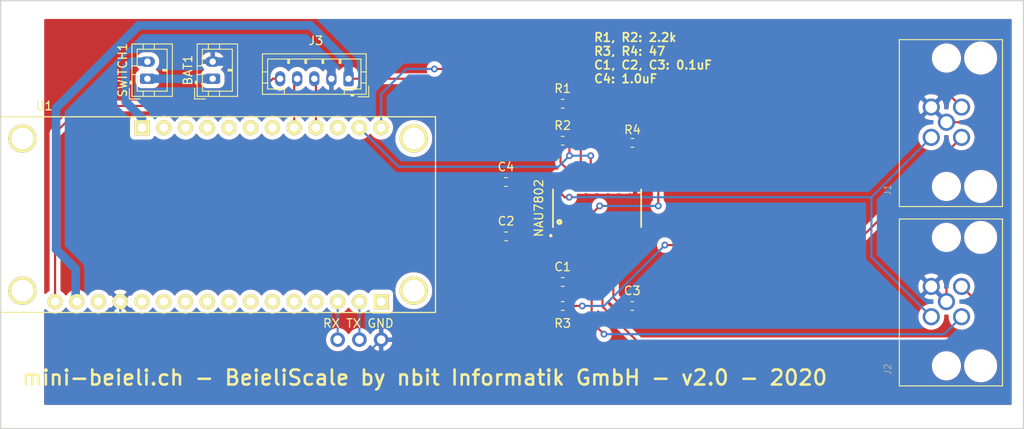
<source format=kicad_pcb>
(kicad_pcb (version 20171130) (host pcbnew 5.1.5-1.fc31)

  (general
    (thickness 1.6)
    (drawings 7)
    (tracks 154)
    (zones 0)
    (modules 16)
    (nets 20)
  )

  (page A4)
  (layers
    (0 F.Cu signal)
    (31 B.Cu signal)
    (32 B.Adhes user)
    (33 F.Adhes user)
    (34 B.Paste user)
    (35 F.Paste user)
    (36 B.SilkS user)
    (37 F.SilkS user)
    (38 B.Mask user)
    (39 F.Mask user)
    (40 Dwgs.User user)
    (41 Cmts.User user)
    (42 Eco1.User user)
    (43 Eco2.User user)
    (44 Edge.Cuts user)
    (45 Margin user)
    (46 B.CrtYd user)
    (47 F.CrtYd user)
    (48 B.Fab user)
    (49 F.Fab user)
  )

  (setup
    (last_trace_width 0.25)
    (trace_clearance 0.2)
    (zone_clearance 0.508)
    (zone_45_only no)
    (trace_min 0.2)
    (via_size 0.8)
    (via_drill 0.4)
    (via_min_size 0.4)
    (via_min_drill 0.3)
    (uvia_size 0.3)
    (uvia_drill 0.1)
    (uvias_allowed no)
    (uvia_min_size 0.2)
    (uvia_min_drill 0.1)
    (edge_width 0.15)
    (segment_width 0.2)
    (pcb_text_width 0.3)
    (pcb_text_size 1.5 1.5)
    (mod_edge_width 0.15)
    (mod_text_size 1 1)
    (mod_text_width 0.15)
    (pad_size 1.7 1.7)
    (pad_drill 1)
    (pad_to_mask_clearance 0.051)
    (solder_mask_min_width 0.25)
    (aux_axis_origin 0 0)
    (grid_origin 0 0.205)
    (visible_elements FFFFFF7F)
    (pcbplotparams
      (layerselection 0x010fc_ffffffff)
      (usegerberextensions false)
      (usegerberattributes false)
      (usegerberadvancedattributes false)
      (creategerberjobfile false)
      (excludeedgelayer true)
      (linewidth 0.100000)
      (plotframeref false)
      (viasonmask false)
      (mode 1)
      (useauxorigin false)
      (hpglpennumber 1)
      (hpglpenspeed 20)
      (hpglpendiameter 15.000000)
      (psnegative false)
      (psa4output false)
      (plotreference true)
      (plotvalue true)
      (plotinvisibletext false)
      (padsonsilk false)
      (subtractmaskfromsilk false)
      (outputformat 1)
      (mirror false)
      (drillshape 0)
      (scaleselection 1)
      (outputdirectory "/var/tmp/gerber"))
  )

  (net 0 "")
  (net 1 "Net-(BAT1-Pad1)")
  (net 2 "Net-(SWITCH1-Pad2)")
  (net 3 "Net-(J3-Pad3)")
  (net 4 "Net-(J3-Pad4)")
  (net 5 "Net-(J3-Pad5)")
  (net 6 "Net-(J3-Pad1)")
  (net 7 "Net-(J4-Pad1)")
  (net 8 "Net-(J4-Pad2)")
  (net 9 "Net-(C1-Pad2)")
  (net 10 "Net-(C1-Pad1)")
  (net 11 "Net-(C3-Pad1)")
  (net 12 "Net-(J1-PadP$4)")
  (net 13 "Net-(J1-PadP$3)")
  (net 14 "Net-(J2-PadP$4)")
  (net 15 "Net-(J2-PadP$3)")
  (net 16 "Net-(NAU7802-Pad13)")
  (net 17 "Net-(NAU7802-Pad14)")
  (net 18 "Net-(C2-Pad2)")
  (net 19 "Net-(BAT1-Pad2)")

  (net_class Default "This is the default net class."
    (clearance 0.2)
    (trace_width 0.25)
    (via_dia 0.8)
    (via_drill 0.4)
    (uvia_dia 0.3)
    (uvia_drill 0.1)
    (add_net "Net-(BAT1-Pad1)")
    (add_net "Net-(BAT1-Pad2)")
    (add_net "Net-(C1-Pad1)")
    (add_net "Net-(C1-Pad2)")
    (add_net "Net-(C2-Pad2)")
    (add_net "Net-(C3-Pad1)")
    (add_net "Net-(J1-PadP$3)")
    (add_net "Net-(J1-PadP$4)")
    (add_net "Net-(J2-PadP$3)")
    (add_net "Net-(J2-PadP$4)")
    (add_net "Net-(J3-Pad1)")
    (add_net "Net-(J3-Pad3)")
    (add_net "Net-(J3-Pad4)")
    (add_net "Net-(J3-Pad5)")
    (add_net "Net-(J4-Pad1)")
    (add_net "Net-(J4-Pad2)")
    (add_net "Net-(NAU7802-Pad13)")
    (add_net "Net-(NAU7802-Pad14)")
    (add_net "Net-(SWITCH1-Pad2)")
  )

  (module Capacitor_SMD:C_0603_1608Metric (layer F.Cu) (tedit 5B301BBE) (tstamp 5EA89C95)
    (at 99.06 59.895)
    (descr "Capacitor SMD 0603 (1608 Metric), square (rectangular) end terminal, IPC_7351 nominal, (Body size source: http://www.tortai-tech.com/upload/download/2011102023233369053.pdf), generated with kicad-footprint-generator")
    (tags capacitor)
    (path /5EAA32F8)
    (attr smd)
    (fp_text reference C2 (at 0 -1.778) (layer F.SilkS)
      (effects (font (size 1 1) (thickness 0.15)))
    )
    (fp_text value "0.1UF-25V-5%(0603)" (at 0 1.43) (layer F.Fab) hide
      (effects (font (size 1 1) (thickness 0.15)))
    )
    (fp_text user %R (at 0 0) (layer F.Fab)
      (effects (font (size 0.4 0.4) (thickness 0.06)))
    )
    (fp_line (start 1.48 0.73) (end -1.48 0.73) (layer F.CrtYd) (width 0.05))
    (fp_line (start 1.48 -0.73) (end 1.48 0.73) (layer F.CrtYd) (width 0.05))
    (fp_line (start -1.48 -0.73) (end 1.48 -0.73) (layer F.CrtYd) (width 0.05))
    (fp_line (start -1.48 0.73) (end -1.48 -0.73) (layer F.CrtYd) (width 0.05))
    (fp_line (start -0.162779 0.51) (end 0.162779 0.51) (layer F.SilkS) (width 0.12))
    (fp_line (start -0.162779 -0.51) (end 0.162779 -0.51) (layer F.SilkS) (width 0.12))
    (fp_line (start 0.8 0.4) (end -0.8 0.4) (layer F.Fab) (width 0.1))
    (fp_line (start 0.8 -0.4) (end 0.8 0.4) (layer F.Fab) (width 0.1))
    (fp_line (start -0.8 -0.4) (end 0.8 -0.4) (layer F.Fab) (width 0.1))
    (fp_line (start -0.8 0.4) (end -0.8 -0.4) (layer F.Fab) (width 0.1))
    (pad 2 smd roundrect (at 0.7875 0) (size 0.875 0.95) (layers F.Cu F.Paste F.Mask) (roundrect_rratio 0.25)
      (net 18 "Net-(C2-Pad2)"))
    (pad 1 smd roundrect (at -0.7875 0) (size 0.875 0.95) (layers F.Cu F.Paste F.Mask) (roundrect_rratio 0.25)
      (net 19 "Net-(BAT1-Pad2)"))
    (model ${KISYS3DMOD}/Capacitor_SMD.3dshapes/C_0603_1608Metric.wrl
      (at (xyz 0 0 0))
      (scale (xyz 1 1 1))
      (rotate (xyz 0 0 0))
    )
  )

  (module Capacitor_SMD:C_0603_1608Metric (layer F.Cu) (tedit 5B301BBE) (tstamp 5EA89632)
    (at 99.0345 53.545)
    (descr "Capacitor SMD 0603 (1608 Metric), square (rectangular) end terminal, IPC_7351 nominal, (Body size source: http://www.tortai-tech.com/upload/download/2011102023233369053.pdf), generated with kicad-footprint-generator")
    (tags capacitor)
    (path /5EA9E10D)
    (attr smd)
    (fp_text reference C4 (at 0 -1.778) (layer F.SilkS)
      (effects (font (size 1 1) (thickness 0.15)))
    )
    (fp_text value "0.1UF-25V-5%(0603)" (at 0 1.43) (layer F.Fab) hide
      (effects (font (size 1 1) (thickness 0.15)))
    )
    (fp_text user %R (at 0 0) (layer F.Fab)
      (effects (font (size 0.4 0.4) (thickness 0.06)))
    )
    (fp_line (start 1.48 0.73) (end -1.48 0.73) (layer F.CrtYd) (width 0.05))
    (fp_line (start 1.48 -0.73) (end 1.48 0.73) (layer F.CrtYd) (width 0.05))
    (fp_line (start -1.48 -0.73) (end 1.48 -0.73) (layer F.CrtYd) (width 0.05))
    (fp_line (start -1.48 0.73) (end -1.48 -0.73) (layer F.CrtYd) (width 0.05))
    (fp_line (start -0.162779 0.51) (end 0.162779 0.51) (layer F.SilkS) (width 0.12))
    (fp_line (start -0.162779 -0.51) (end 0.162779 -0.51) (layer F.SilkS) (width 0.12))
    (fp_line (start 0.8 0.4) (end -0.8 0.4) (layer F.Fab) (width 0.1))
    (fp_line (start 0.8 -0.4) (end 0.8 0.4) (layer F.Fab) (width 0.1))
    (fp_line (start -0.8 -0.4) (end 0.8 -0.4) (layer F.Fab) (width 0.1))
    (fp_line (start -0.8 0.4) (end -0.8 -0.4) (layer F.Fab) (width 0.1))
    (pad 2 smd roundrect (at 0.7875 0) (size 0.875 0.95) (layers F.Cu F.Paste F.Mask) (roundrect_rratio 0.25)
      (net 18 "Net-(C2-Pad2)"))
    (pad 1 smd roundrect (at -0.7875 0) (size 0.875 0.95) (layers F.Cu F.Paste F.Mask) (roundrect_rratio 0.25)
      (net 19 "Net-(BAT1-Pad2)"))
    (model ${KISYS3DMOD}/Capacitor_SMD.3dshapes/C_0603_1608Metric.wrl
      (at (xyz 0 0 0))
      (scale (xyz 1 1 1))
      (rotate (xyz 0 0 0))
    )
  )

  (module Resistor_SMD:R_0603_1608Metric (layer F.Cu) (tedit 5B301BBD) (tstamp 5EA8DE90)
    (at 113.8175 48.973 180)
    (descr "Resistor SMD 0603 (1608 Metric), square (rectangular) end terminal, IPC_7351 nominal, (Body size source: http://www.tortai-tech.com/upload/download/2011102023233369053.pdf), generated with kicad-footprint-generator")
    (tags resistor)
    (path /5EAE1595)
    (attr smd)
    (fp_text reference R4 (at 0 1.524) (layer F.SilkS)
      (effects (font (size 1 1) (thickness 0.15)))
    )
    (fp_text value 47OHM-0603-1_10W-1% (at 0 1.43) (layer F.Fab) hide
      (effects (font (size 1 1) (thickness 0.15)))
    )
    (fp_text user %R (at 0 0) (layer F.Fab)
      (effects (font (size 0.4 0.4) (thickness 0.06)))
    )
    (fp_line (start 1.48 0.73) (end -1.48 0.73) (layer F.CrtYd) (width 0.05))
    (fp_line (start 1.48 -0.73) (end 1.48 0.73) (layer F.CrtYd) (width 0.05))
    (fp_line (start -1.48 -0.73) (end 1.48 -0.73) (layer F.CrtYd) (width 0.05))
    (fp_line (start -1.48 0.73) (end -1.48 -0.73) (layer F.CrtYd) (width 0.05))
    (fp_line (start -0.162779 0.51) (end 0.162779 0.51) (layer F.SilkS) (width 0.12))
    (fp_line (start -0.162779 -0.51) (end 0.162779 -0.51) (layer F.SilkS) (width 0.12))
    (fp_line (start 0.8 0.4) (end -0.8 0.4) (layer F.Fab) (width 0.1))
    (fp_line (start 0.8 -0.4) (end 0.8 0.4) (layer F.Fab) (width 0.1))
    (fp_line (start -0.8 -0.4) (end 0.8 -0.4) (layer F.Fab) (width 0.1))
    (fp_line (start -0.8 0.4) (end -0.8 -0.4) (layer F.Fab) (width 0.1))
    (pad 2 smd roundrect (at 0.7875 0 180) (size 0.875 0.95) (layers F.Cu F.Paste F.Mask) (roundrect_rratio 0.25)
      (net 9 "Net-(C1-Pad2)"))
    (pad 1 smd roundrect (at -0.7875 0 180) (size 0.875 0.95) (layers F.Cu F.Paste F.Mask) (roundrect_rratio 0.25)
      (net 12 "Net-(J1-PadP$4)"))
    (model ${KISYS3DMOD}/Resistor_SMD.3dshapes/R_0603_1608Metric.wrl
      (at (xyz 0 0 0))
      (scale (xyz 1 1 1))
      (rotate (xyz 0 0 0))
    )
  )

  (module Resistor_SMD:R_0603_1608Metric (layer F.Cu) (tedit 5B301BBD) (tstamp 5EA8DE7F)
    (at 105.664 68.023 180)
    (descr "Resistor SMD 0603 (1608 Metric), square (rectangular) end terminal, IPC_7351 nominal, (Body size source: http://www.tortai-tech.com/upload/download/2011102023233369053.pdf), generated with kicad-footprint-generator")
    (tags resistor)
    (path /5EAE06BE)
    (attr smd)
    (fp_text reference R3 (at 0 -2.032) (layer F.SilkS)
      (effects (font (size 1 1) (thickness 0.15)))
    )
    (fp_text value 47OHM-0603-1_10W-1% (at 0 1.43) (layer F.Fab) hide
      (effects (font (size 1 1) (thickness 0.15)))
    )
    (fp_text user %R (at 0 0) (layer F.Fab)
      (effects (font (size 0.4 0.4) (thickness 0.06)))
    )
    (fp_line (start 1.48 0.73) (end -1.48 0.73) (layer F.CrtYd) (width 0.05))
    (fp_line (start 1.48 -0.73) (end 1.48 0.73) (layer F.CrtYd) (width 0.05))
    (fp_line (start -1.48 -0.73) (end 1.48 -0.73) (layer F.CrtYd) (width 0.05))
    (fp_line (start -1.48 0.73) (end -1.48 -0.73) (layer F.CrtYd) (width 0.05))
    (fp_line (start -0.162779 0.51) (end 0.162779 0.51) (layer F.SilkS) (width 0.12))
    (fp_line (start -0.162779 -0.51) (end 0.162779 -0.51) (layer F.SilkS) (width 0.12))
    (fp_line (start 0.8 0.4) (end -0.8 0.4) (layer F.Fab) (width 0.1))
    (fp_line (start 0.8 -0.4) (end 0.8 0.4) (layer F.Fab) (width 0.1))
    (fp_line (start -0.8 -0.4) (end 0.8 -0.4) (layer F.Fab) (width 0.1))
    (fp_line (start -0.8 0.4) (end -0.8 -0.4) (layer F.Fab) (width 0.1))
    (pad 2 smd roundrect (at 0.7875 0 180) (size 0.875 0.95) (layers F.Cu F.Paste F.Mask) (roundrect_rratio 0.25)
      (net 10 "Net-(C1-Pad1)"))
    (pad 1 smd roundrect (at -0.7875 0 180) (size 0.875 0.95) (layers F.Cu F.Paste F.Mask) (roundrect_rratio 0.25)
      (net 13 "Net-(J1-PadP$3)"))
    (model ${KISYS3DMOD}/Resistor_SMD.3dshapes/R_0603_1608Metric.wrl
      (at (xyz 0 0 0))
      (scale (xyz 1 1 1))
      (rotate (xyz 0 0 0))
    )
  )

  (module Resistor_SMD:R_0603_1608Metric (layer F.Cu) (tedit 5B301BBD) (tstamp 5EA8DE6E)
    (at 105.664 48.719 180)
    (descr "Resistor SMD 0603 (1608 Metric), square (rectangular) end terminal, IPC_7351 nominal, (Body size source: http://www.tortai-tech.com/upload/download/2011102023233369053.pdf), generated with kicad-footprint-generator")
    (tags resistor)
    (path /5EB945BC)
    (attr smd)
    (fp_text reference R2 (at 0 1.778) (layer F.SilkS)
      (effects (font (size 1 1) (thickness 0.15)))
    )
    (fp_text value 2.2KOHM-0603-1_10W-1% (at 0 1.43) (layer F.Fab) hide
      (effects (font (size 1 1) (thickness 0.15)))
    )
    (fp_text user %R (at 0 0) (layer F.Fab)
      (effects (font (size 0.4 0.4) (thickness 0.06)))
    )
    (fp_line (start 1.48 0.73) (end -1.48 0.73) (layer F.CrtYd) (width 0.05))
    (fp_line (start 1.48 -0.73) (end 1.48 0.73) (layer F.CrtYd) (width 0.05))
    (fp_line (start -1.48 -0.73) (end 1.48 -0.73) (layer F.CrtYd) (width 0.05))
    (fp_line (start -1.48 0.73) (end -1.48 -0.73) (layer F.CrtYd) (width 0.05))
    (fp_line (start -0.162779 0.51) (end 0.162779 0.51) (layer F.SilkS) (width 0.12))
    (fp_line (start -0.162779 -0.51) (end 0.162779 -0.51) (layer F.SilkS) (width 0.12))
    (fp_line (start 0.8 0.4) (end -0.8 0.4) (layer F.Fab) (width 0.1))
    (fp_line (start 0.8 -0.4) (end 0.8 0.4) (layer F.Fab) (width 0.1))
    (fp_line (start -0.8 -0.4) (end 0.8 -0.4) (layer F.Fab) (width 0.1))
    (fp_line (start -0.8 0.4) (end -0.8 -0.4) (layer F.Fab) (width 0.1))
    (pad 2 smd roundrect (at 0.7875 0 180) (size 0.875 0.95) (layers F.Cu F.Paste F.Mask) (roundrect_rratio 0.25)
      (net 6 "Net-(J3-Pad1)"))
    (pad 1 smd roundrect (at -0.7875 0 180) (size 0.875 0.95) (layers F.Cu F.Paste F.Mask) (roundrect_rratio 0.25)
      (net 16 "Net-(NAU7802-Pad13)"))
    (model ${KISYS3DMOD}/Resistor_SMD.3dshapes/R_0603_1608Metric.wrl
      (at (xyz 0 0 0))
      (scale (xyz 1 1 1))
      (rotate (xyz 0 0 0))
    )
  )

  (module Resistor_SMD:R_0603_1608Metric (layer F.Cu) (tedit 5B301BBD) (tstamp 5EA8DE5D)
    (at 105.664 44.401 180)
    (descr "Resistor SMD 0603 (1608 Metric), square (rectangular) end terminal, IPC_7351 nominal, (Body size source: http://www.tortai-tech.com/upload/download/2011102023233369053.pdf), generated with kicad-footprint-generator")
    (tags resistor)
    (path /5EB92C82)
    (attr smd)
    (fp_text reference R1 (at 0 1.778) (layer F.SilkS)
      (effects (font (size 1 1) (thickness 0.15)))
    )
    (fp_text value 2.2KOHM-0603-1_10W-1% (at 0 1.43) (layer F.Fab) hide
      (effects (font (size 1 1) (thickness 0.15)))
    )
    (fp_text user %R (at 0 0) (layer F.Fab)
      (effects (font (size 0.4 0.4) (thickness 0.06)))
    )
    (fp_line (start 1.48 0.73) (end -1.48 0.73) (layer F.CrtYd) (width 0.05))
    (fp_line (start 1.48 -0.73) (end 1.48 0.73) (layer F.CrtYd) (width 0.05))
    (fp_line (start -1.48 -0.73) (end 1.48 -0.73) (layer F.CrtYd) (width 0.05))
    (fp_line (start -1.48 0.73) (end -1.48 -0.73) (layer F.CrtYd) (width 0.05))
    (fp_line (start -0.162779 0.51) (end 0.162779 0.51) (layer F.SilkS) (width 0.12))
    (fp_line (start -0.162779 -0.51) (end 0.162779 -0.51) (layer F.SilkS) (width 0.12))
    (fp_line (start 0.8 0.4) (end -0.8 0.4) (layer F.Fab) (width 0.1))
    (fp_line (start 0.8 -0.4) (end 0.8 0.4) (layer F.Fab) (width 0.1))
    (fp_line (start -0.8 -0.4) (end 0.8 -0.4) (layer F.Fab) (width 0.1))
    (fp_line (start -0.8 0.4) (end -0.8 -0.4) (layer F.Fab) (width 0.1))
    (pad 2 smd roundrect (at 0.7875 0 180) (size 0.875 0.95) (layers F.Cu F.Paste F.Mask) (roundrect_rratio 0.25)
      (net 6 "Net-(J3-Pad1)"))
    (pad 1 smd roundrect (at -0.7875 0 180) (size 0.875 0.95) (layers F.Cu F.Paste F.Mask) (roundrect_rratio 0.25)
      (net 17 "Net-(NAU7802-Pad14)"))
    (model ${KISYS3DMOD}/Resistor_SMD.3dshapes/R_0603_1608Metric.wrl
      (at (xyz 0 0 0))
      (scale (xyz 1 1 1))
      (rotate (xyz 0 0 0))
    )
  )

  (module nau7802:SOIC127P700X210-16N (layer F.Cu) (tedit 5EA843BF) (tstamp 5EA8E731)
    (at 109.681 56.612 90)
    (path /5EA8717E)
    (fp_text reference NAU7802 (at 0.019 -6.811 90) (layer F.SilkS)
      (effects (font (size 1 1) (thickness 0.15)))
    )
    (fp_text value NAU7802SOIC (at 8.765 6.365 90) (layer F.Fab) hide
      (effects (font (size 1 1) (thickness 0.015)))
    )
    (fp_line (start -2.2 -5.15) (end 2.2 -5.15) (layer F.SilkS) (width 0.2))
    (fp_line (start 2.2 -5.15) (end 2.2 5.15) (layer F.Fab) (width 0.2))
    (fp_line (start 2.2 5.15) (end -2.2 5.15) (layer F.SilkS) (width 0.2))
    (fp_line (start -2.2 5.15) (end -2.2 -5.15) (layer F.Fab) (width 0.2))
    (fp_circle (center -3.2 -5.4) (end -3.1 -5.4) (layer F.SilkS) (width 0.2))
    (fp_line (start -4.375 -5.5) (end 4.375 -5.5) (layer F.CrtYd) (width 0.05))
    (fp_line (start 4.375 -5.5) (end 4.375 5.5) (layer F.CrtYd) (width 0.05))
    (fp_line (start 4.375 5.5) (end -4.375 5.5) (layer F.CrtYd) (width 0.05))
    (fp_line (start -4.375 5.5) (end -4.375 -5.5) (layer F.CrtYd) (width 0.05))
    (fp_circle (center -1.6 -4.4) (end -1.4 -4.4) (layer F.SilkS) (width 0.3))
    (pad 1 smd rect (at -3.105 -4.445 90) (size 1.8 0.64) (layers F.Cu F.Paste F.Mask)
      (net 18 "Net-(C2-Pad2)"))
    (pad 2 smd rect (at -3.105 -3.175 90) (size 1.8 0.64) (layers F.Cu F.Paste F.Mask)
      (net 10 "Net-(C1-Pad1)"))
    (pad 3 smd rect (at -3.105 -1.905 90) (size 1.8 0.64) (layers F.Cu F.Paste F.Mask)
      (net 9 "Net-(C1-Pad2)"))
    (pad 4 smd rect (at -3.105 -0.635 90) (size 1.8 0.64) (layers F.Cu F.Paste F.Mask)
      (net 15 "Net-(J2-PadP$3)"))
    (pad 5 smd rect (at -3.105 0.635 90) (size 1.8 0.64) (layers F.Cu F.Paste F.Mask)
      (net 14 "Net-(J2-PadP$4)"))
    (pad 6 smd rect (at -3.105 1.905 90) (size 1.8 0.64) (layers F.Cu F.Paste F.Mask)
      (net 11 "Net-(C3-Pad1)"))
    (pad 7 smd rect (at -3.105 3.175 90) (size 1.8 0.64) (layers F.Cu F.Paste F.Mask)
      (net 19 "Net-(BAT1-Pad2)"))
    (pad 8 smd rect (at -3.105 4.445 90) (size 1.8 0.64) (layers F.Cu F.Paste F.Mask)
      (net 19 "Net-(BAT1-Pad2)"))
    (pad 9 smd rect (at 3.105 4.445 90) (size 1.8 0.64) (layers F.Cu F.Paste F.Mask)
      (net 19 "Net-(BAT1-Pad2)"))
    (pad 10 smd rect (at 3.105 3.175 90) (size 1.8 0.64) (layers F.Cu F.Paste F.Mask))
    (pad 11 smd rect (at 3.105 1.905 90) (size 1.8 0.64) (layers F.Cu F.Paste F.Mask))
    (pad 12 smd rect (at 3.105 0.635 90) (size 1.8 0.64) (layers F.Cu F.Paste F.Mask))
    (pad 13 smd rect (at 3.105 -0.635 90) (size 1.8 0.64) (layers F.Cu F.Paste F.Mask)
      (net 16 "Net-(NAU7802-Pad13)"))
    (pad 14 smd rect (at 3.105 -1.905 90) (size 1.8 0.64) (layers F.Cu F.Paste F.Mask)
      (net 17 "Net-(NAU7802-Pad14)"))
    (pad 15 smd rect (at 3.105 -3.175 90) (size 1.8 0.64) (layers F.Cu F.Paste F.Mask)
      (net 6 "Net-(J3-Pad1)"))
    (pad 16 smd rect (at 3.105 -4.445 90) (size 1.8 0.64) (layers F.Cu F.Paste F.Mask)
      (net 18 "Net-(C2-Pad2)"))
  )

  (module T4145015051-001:T4145015051-001 (layer F.Cu) (tedit 0) (tstamp 5CAD1119)
    (at 150.495 67.515 90)
    (path /5CA65D1D)
    (fp_text reference J2 (at -7.90874 -6.85962 90) (layer F.SilkS)
      (effects (font (size 0.787953 0.787953) (thickness 0.05)))
    )
    (fp_text value T4145015051-001 (at -7.38206 7.25284 90) (layer F.SilkS) hide
      (effects (font (size 0.788591 0.788591) (thickness 0.05)))
    )
    (fp_line (start 9.65 -5.5) (end 9.65 6.55) (layer F.SilkS) (width 0.127))
    (fp_line (start -9.85 -5.5) (end 9.65 -5.5) (layer F.SilkS) (width 0.127))
    (fp_line (start -9.85 6.55) (end -9.85 -5.5) (layer F.SilkS) (width 0.127))
    (fp_line (start 9.65 6.55) (end -9.85 6.55) (layer F.SilkS) (width 0.127))
    (pad Hole np_thru_hole circle (at -7.5 4 90) (size 2.85 2.85) (drill 2.85) (layers *.Cu *.Mask F.SilkS))
    (pad Hole np_thru_hole circle (at -7.5 0 90) (size 2.4 2.4) (drill 2.4) (layers *.Cu *.Mask F.SilkS))
    (pad Hole np_thru_hole circle (at 7.5 4 90) (size 2.85 2.85) (drill 2.85) (layers *.Cu *.Mask F.SilkS))
    (pad Hole np_thru_hole circle (at 7.5 0 90) (size 2.4 2.4) (drill 2.4) (layers *.Cu *.Mask F.SilkS))
    (pad P$5 thru_hole circle (at 0 0 90) (size 2 2) (drill 1.4) (layers *.Cu *.Mask)
      (net 19 "Net-(BAT1-Pad2)"))
    (pad P$4 thru_hole circle (at 1.77 1.77 90) (size 2 2) (drill 1.4) (layers *.Cu *.Mask)
      (net 14 "Net-(J2-PadP$4)"))
    (pad P$3 thru_hole circle (at -1.77 1.77 90) (size 2 2) (drill 1.4) (layers *.Cu *.Mask)
      (net 15 "Net-(J2-PadP$3)"))
    (pad P$2 thru_hole circle (at 1.77 -1.77 90) (size 2 2) (drill 1.4) (layers *.Cu *.Mask)
      (net 19 "Net-(BAT1-Pad2)"))
    (pad P$1 thru_hole circle (at -1.77 -1.77 90) (size 2 2) (drill 1.4) (layers *.Cu *.Mask)
      (net 18 "Net-(C2-Pad2)"))
  )

  (module T4145015051-001:T4145015051-001 (layer F.Cu) (tedit 0) (tstamp 5CAD1108)
    (at 150.495 46.56 90)
    (path /5CA66C31)
    (fp_text reference J1 (at -7.90874 -6.85962 90) (layer F.SilkS)
      (effects (font (size 0.787953 0.787953) (thickness 0.05)))
    )
    (fp_text value T4145015051-001 (at -7.38206 7.25284 90) (layer F.SilkS) hide
      (effects (font (size 0.788591 0.788591) (thickness 0.05)))
    )
    (fp_line (start 9.65 -5.5) (end 9.65 6.55) (layer F.SilkS) (width 0.127))
    (fp_line (start -9.85 -5.5) (end 9.65 -5.5) (layer F.SilkS) (width 0.127))
    (fp_line (start -9.85 6.55) (end -9.85 -5.5) (layer F.SilkS) (width 0.127))
    (fp_line (start 9.65 6.55) (end -9.85 6.55) (layer F.SilkS) (width 0.127))
    (pad Hole np_thru_hole circle (at -7.5 4 90) (size 2.85 2.85) (drill 2.85) (layers *.Cu *.Mask F.SilkS))
    (pad Hole np_thru_hole circle (at -7.5 0 90) (size 2.4 2.4) (drill 2.4) (layers *.Cu *.Mask F.SilkS))
    (pad Hole np_thru_hole circle (at 7.5 4 90) (size 2.85 2.85) (drill 2.85) (layers *.Cu *.Mask F.SilkS))
    (pad Hole np_thru_hole circle (at 7.5 0 90) (size 2.4 2.4) (drill 2.4) (layers *.Cu *.Mask F.SilkS))
    (pad P$5 thru_hole circle (at 0 0 90) (size 2 2) (drill 1.4) (layers *.Cu *.Mask)
      (net 19 "Net-(BAT1-Pad2)"))
    (pad P$4 thru_hole circle (at 1.77 1.77 90) (size 2 2) (drill 1.4) (layers *.Cu *.Mask)
      (net 12 "Net-(J1-PadP$4)"))
    (pad P$3 thru_hole circle (at -1.77 1.77 90) (size 2 2) (drill 1.4) (layers *.Cu *.Mask)
      (net 13 "Net-(J1-PadP$3)"))
    (pad P$2 thru_hole circle (at 1.77 -1.77 90) (size 2 2) (drill 1.4) (layers *.Cu *.Mask)
      (net 19 "Net-(BAT1-Pad2)"))
    (pad P$1 thru_hole circle (at -1.77 -1.77 90) (size 2 2) (drill 1.4) (layers *.Cu *.Mask)
      (net 18 "Net-(C2-Pad2)"))
  )

  (module Capacitor_SMD:C_0603_1608Metric (layer F.Cu) (tedit 5B301BBE) (tstamp 5EA8DD90)
    (at 113.792 68.023)
    (descr "Capacitor SMD 0603 (1608 Metric), square (rectangular) end terminal, IPC_7351 nominal, (Body size source: http://www.tortai-tech.com/upload/download/2011102023233369053.pdf), generated with kicad-footprint-generator")
    (tags capacitor)
    (path /5EB4498C)
    (attr smd)
    (fp_text reference C3 (at 0 -1.778) (layer F.SilkS)
      (effects (font (size 1 1) (thickness 0.15)))
    )
    (fp_text value "0.1UF-25V-5%(0603)" (at 0 1.43) (layer F.Fab) hide
      (effects (font (size 1 1) (thickness 0.15)))
    )
    (fp_text user %R (at 0 0) (layer F.Fab)
      (effects (font (size 0.4 0.4) (thickness 0.06)))
    )
    (fp_line (start 1.48 0.73) (end -1.48 0.73) (layer F.CrtYd) (width 0.05))
    (fp_line (start 1.48 -0.73) (end 1.48 0.73) (layer F.CrtYd) (width 0.05))
    (fp_line (start -1.48 -0.73) (end 1.48 -0.73) (layer F.CrtYd) (width 0.05))
    (fp_line (start -1.48 0.73) (end -1.48 -0.73) (layer F.CrtYd) (width 0.05))
    (fp_line (start -0.162779 0.51) (end 0.162779 0.51) (layer F.SilkS) (width 0.12))
    (fp_line (start -0.162779 -0.51) (end 0.162779 -0.51) (layer F.SilkS) (width 0.12))
    (fp_line (start 0.8 0.4) (end -0.8 0.4) (layer F.Fab) (width 0.1))
    (fp_line (start 0.8 -0.4) (end 0.8 0.4) (layer F.Fab) (width 0.1))
    (fp_line (start -0.8 -0.4) (end 0.8 -0.4) (layer F.Fab) (width 0.1))
    (fp_line (start -0.8 0.4) (end -0.8 -0.4) (layer F.Fab) (width 0.1))
    (pad 2 smd roundrect (at 0.7875 0) (size 0.875 0.95) (layers F.Cu F.Paste F.Mask) (roundrect_rratio 0.25)
      (net 19 "Net-(BAT1-Pad2)"))
    (pad 1 smd roundrect (at -0.7875 0) (size 0.875 0.95) (layers F.Cu F.Paste F.Mask) (roundrect_rratio 0.25)
      (net 11 "Net-(C3-Pad1)"))
    (model ${KISYS3DMOD}/Capacitor_SMD.3dshapes/C_0603_1608Metric.wrl
      (at (xyz 0 0 0))
      (scale (xyz 1 1 1))
      (rotate (xyz 0 0 0))
    )
  )

  (module Capacitor_SMD:C_0603_1608Metric (layer F.Cu) (tedit 5B301BBE) (tstamp 5EA8DD7F)
    (at 105.664 65.229)
    (descr "Capacitor SMD 0603 (1608 Metric), square (rectangular) end terminal, IPC_7351 nominal, (Body size source: http://www.tortai-tech.com/upload/download/2011102023233369053.pdf), generated with kicad-footprint-generator")
    (tags capacitor)
    (path /5EB3CDDE)
    (attr smd)
    (fp_text reference C1 (at 0 -1.778) (layer F.SilkS)
      (effects (font (size 1 1) (thickness 0.15)))
    )
    (fp_text value "0.1UF-25V-5%(0603)" (at 0 1.43) (layer F.Fab) hide
      (effects (font (size 1 1) (thickness 0.15)))
    )
    (fp_text user %R (at 0 0) (layer F.Fab)
      (effects (font (size 0.4 0.4) (thickness 0.06)))
    )
    (fp_line (start 1.48 0.73) (end -1.48 0.73) (layer F.CrtYd) (width 0.05))
    (fp_line (start 1.48 -0.73) (end 1.48 0.73) (layer F.CrtYd) (width 0.05))
    (fp_line (start -1.48 -0.73) (end 1.48 -0.73) (layer F.CrtYd) (width 0.05))
    (fp_line (start -1.48 0.73) (end -1.48 -0.73) (layer F.CrtYd) (width 0.05))
    (fp_line (start -0.162779 0.51) (end 0.162779 0.51) (layer F.SilkS) (width 0.12))
    (fp_line (start -0.162779 -0.51) (end 0.162779 -0.51) (layer F.SilkS) (width 0.12))
    (fp_line (start 0.8 0.4) (end -0.8 0.4) (layer F.Fab) (width 0.1))
    (fp_line (start 0.8 -0.4) (end 0.8 0.4) (layer F.Fab) (width 0.1))
    (fp_line (start -0.8 -0.4) (end 0.8 -0.4) (layer F.Fab) (width 0.1))
    (fp_line (start -0.8 0.4) (end -0.8 -0.4) (layer F.Fab) (width 0.1))
    (pad 2 smd roundrect (at 0.7875 0) (size 0.875 0.95) (layers F.Cu F.Paste F.Mask) (roundrect_rratio 0.25)
      (net 9 "Net-(C1-Pad2)"))
    (pad 1 smd roundrect (at -0.7875 0) (size 0.875 0.95) (layers F.Cu F.Paste F.Mask) (roundrect_rratio 0.25)
      (net 10 "Net-(C1-Pad1)"))
    (model ${KISYS3DMOD}/Capacitor_SMD.3dshapes/C_0603_1608Metric.wrl
      (at (xyz 0 0 0))
      (scale (xyz 1 1 1))
      (rotate (xyz 0 0 0))
    )
  )

  (module Connector_PinHeader_2.54mm:PinHeader_1x03_P2.54mm_Vertical (layer F.Cu) (tedit 5CFA866D) (tstamp 5CFA7419)
    (at 79.375 71.96 90)
    (descr "Through hole straight pin header, 1x03, 2.54mm pitch, single row")
    (tags "Through hole pin header THT 1x03 2.54mm single row")
    (path /5CFBD036)
    (fp_text reference J4 (at 0 -2.33 90) (layer F.SilkS) hide
      (effects (font (size 1 1) (thickness 0.15)))
    )
    (fp_text value Conn_01x03_Male (at 0 7.41 90) (layer F.Fab) hide
      (effects (font (size 1 1) (thickness 0.15)))
    )
    (fp_text user %R (at 0 2.54) (layer F.Fab)
      (effects (font (size 1 1) (thickness 0.15)))
    )
    (pad 1 thru_hole circle (at 0 0 90) (size 1.7 1.7) (drill 1) (layers *.Cu *.Mask)
      (net 7 "Net-(J4-Pad1)"))
    (pad 2 thru_hole oval (at 0 2.54 90) (size 1.7 1.7) (drill 1) (layers *.Cu *.Mask)
      (net 8 "Net-(J4-Pad2)"))
    (pad 3 thru_hole oval (at 0 5.08 90) (size 1.7 1.7) (drill 1) (layers *.Cu *.Mask)
      (net 19 "Net-(BAT1-Pad2)"))
    (model ${KISYS3DMOD}/Connector_PinHeader_2.54mm.3dshapes/PinHeader_1x03_P2.54mm_Vertical.wrl
      (at (xyz 0 0 0))
      (scale (xyz 1 1 1))
      (rotate (xyz 0 0 0))
    )
  )

  (module Connector_JST:JST_PH_B2B-PH-K_1x02_P2.00mm_Vertical (layer F.Cu) (tedit 5CACDCDA) (tstamp 5CAD10BD)
    (at 64.77 41.48 90)
    (descr "JST PH series connector, B2B-PH-K (http://www.jst-mfg.com/product/pdf/eng/ePH.pdf), generated with kicad-footprint-generator")
    (tags "connector JST PH side entry")
    (path /5C92F7C2)
    (fp_text reference BAT1 (at 1 -2.9 90) (layer F.SilkS)
      (effects (font (size 1 1) (thickness 0.15)))
    )
    (fp_text value Conn_01x02_Female (at 1 4 90) (layer F.Fab) hide
      (effects (font (size 1 1) (thickness 0.15)))
    )
    (fp_line (start -2.06 -1.81) (end -2.06 2.91) (layer F.SilkS) (width 0.12))
    (fp_line (start -2.06 2.91) (end 4.06 2.91) (layer F.SilkS) (width 0.12))
    (fp_line (start 4.06 2.91) (end 4.06 -1.81) (layer F.SilkS) (width 0.12))
    (fp_line (start 4.06 -1.81) (end -2.06 -1.81) (layer F.SilkS) (width 0.12))
    (fp_line (start -0.3 -1.81) (end -0.3 -2.01) (layer F.SilkS) (width 0.12))
    (fp_line (start -0.3 -2.01) (end -0.6 -2.01) (layer F.SilkS) (width 0.12))
    (fp_line (start -0.6 -2.01) (end -0.6 -1.81) (layer F.SilkS) (width 0.12))
    (fp_line (start -0.3 -1.91) (end -0.6 -1.91) (layer F.SilkS) (width 0.12))
    (fp_line (start 0.5 -1.81) (end 0.5 -1.2) (layer F.SilkS) (width 0.12))
    (fp_line (start 0.5 -1.2) (end -1.45 -1.2) (layer F.SilkS) (width 0.12))
    (fp_line (start -1.45 -1.2) (end -1.45 2.3) (layer F.SilkS) (width 0.12))
    (fp_line (start -1.45 2.3) (end 3.45 2.3) (layer F.SilkS) (width 0.12))
    (fp_line (start 3.45 2.3) (end 3.45 -1.2) (layer F.SilkS) (width 0.12))
    (fp_line (start 3.45 -1.2) (end 1.5 -1.2) (layer F.SilkS) (width 0.12))
    (fp_line (start 1.5 -1.2) (end 1.5 -1.81) (layer F.SilkS) (width 0.12))
    (fp_line (start -2.06 -0.5) (end -1.45 -0.5) (layer F.SilkS) (width 0.12))
    (fp_line (start -2.06 0.8) (end -1.45 0.8) (layer F.SilkS) (width 0.12))
    (fp_line (start 4.06 -0.5) (end 3.45 -0.5) (layer F.SilkS) (width 0.12))
    (fp_line (start 4.06 0.8) (end 3.45 0.8) (layer F.SilkS) (width 0.12))
    (fp_line (start 0.9 2.3) (end 0.9 1.8) (layer F.SilkS) (width 0.12))
    (fp_line (start 0.9 1.8) (end 1.1 1.8) (layer F.SilkS) (width 0.12))
    (fp_line (start 1.1 1.8) (end 1.1 2.3) (layer F.SilkS) (width 0.12))
    (fp_line (start 1 2.3) (end 1 1.8) (layer F.SilkS) (width 0.12))
    (fp_line (start -1.11 -2.11) (end -2.36 -2.11) (layer F.SilkS) (width 0.12))
    (fp_line (start -2.36 -2.11) (end -2.36 -0.86) (layer F.SilkS) (width 0.12))
    (fp_line (start -1.11 -2.11) (end -2.36 -2.11) (layer F.Fab) (width 0.1))
    (fp_line (start -2.36 -2.11) (end -2.36 -0.86) (layer F.Fab) (width 0.1))
    (fp_line (start -1.95 -1.7) (end -1.95 2.8) (layer F.Fab) (width 0.1))
    (fp_line (start -1.95 2.8) (end 3.95 2.8) (layer F.Fab) (width 0.1))
    (fp_line (start 3.95 2.8) (end 3.95 -1.7) (layer F.Fab) (width 0.1))
    (fp_line (start 3.95 -1.7) (end -1.95 -1.7) (layer F.Fab) (width 0.1))
    (fp_line (start -2.45 -2.2) (end -2.45 3.3) (layer F.CrtYd) (width 0.05))
    (fp_line (start -2.45 3.3) (end 4.45 3.3) (layer F.CrtYd) (width 0.05))
    (fp_line (start 4.45 3.3) (end 4.45 -2.2) (layer F.CrtYd) (width 0.05))
    (fp_line (start 4.45 -2.2) (end -2.45 -2.2) (layer F.CrtYd) (width 0.05))
    (fp_text user %R (at 1 1.5 90) (layer F.Fab) hide
      (effects (font (size 1 1) (thickness 0.15)))
    )
    (pad 1 thru_hole roundrect (at 0 0 90) (size 1.2 1.75) (drill 0.75) (layers *.Cu *.Mask) (roundrect_rratio 0.208333)
      (net 1 "Net-(BAT1-Pad1)"))
    (pad 2 thru_hole oval (at 2 0 90) (size 1.2 1.75) (drill 0.75) (layers *.Cu *.Mask)
      (net 19 "Net-(BAT1-Pad2)"))
    (model ${KISYS3DMOD}/Connector_JST.3dshapes/JST_PH_B2B-PH-K_1x02_P2.00mm_Vertical.wrl
      (at (xyz 0 0 0))
      (scale (xyz 1 1 1))
      (rotate (xyz 0 0 0))
    )
  )

  (module Connector_JST:JST_PH_B2B-PH-K_1x02_P2.00mm_Vertical (layer F.Cu) (tedit 5CACDCD6) (tstamp 5CAD1143)
    (at 57.15 41.48 90)
    (descr "JST PH series connector, B2B-PH-K (http://www.jst-mfg.com/product/pdf/eng/ePH.pdf), generated with kicad-footprint-generator")
    (tags "connector JST PH side entry")
    (path /5CAD5AEF)
    (fp_text reference SWITCH1 (at 1 -2.9 90) (layer F.SilkS)
      (effects (font (size 1 1) (thickness 0.15)))
    )
    (fp_text value Conn_01x02_Female (at 1 4 90) (layer F.Fab) hide
      (effects (font (size 1 1) (thickness 0.15)))
    )
    (fp_text user %R (at 1 1.5 90) (layer F.Fab) hide
      (effects (font (size 1 1) (thickness 0.15)))
    )
    (fp_line (start 4.45 -2.2) (end -2.45 -2.2) (layer F.CrtYd) (width 0.05))
    (fp_line (start 4.45 3.3) (end 4.45 -2.2) (layer F.CrtYd) (width 0.05))
    (fp_line (start -2.45 3.3) (end 4.45 3.3) (layer F.CrtYd) (width 0.05))
    (fp_line (start -2.45 -2.2) (end -2.45 3.3) (layer F.CrtYd) (width 0.05))
    (fp_line (start 3.95 -1.7) (end -1.95 -1.7) (layer F.Fab) (width 0.1))
    (fp_line (start 3.95 2.8) (end 3.95 -1.7) (layer F.Fab) (width 0.1))
    (fp_line (start -1.95 2.8) (end 3.95 2.8) (layer F.Fab) (width 0.1))
    (fp_line (start -1.95 -1.7) (end -1.95 2.8) (layer F.Fab) (width 0.1))
    (fp_line (start -2.36 -2.11) (end -2.36 -0.86) (layer F.Fab) (width 0.1))
    (fp_line (start -1.11 -2.11) (end -2.36 -2.11) (layer F.Fab) (width 0.1))
    (fp_line (start -2.36 -2.11) (end -2.36 -0.86) (layer F.SilkS) (width 0.12))
    (fp_line (start -1.11 -2.11) (end -2.36 -2.11) (layer F.SilkS) (width 0.12))
    (fp_line (start 1 2.3) (end 1 1.8) (layer F.SilkS) (width 0.12))
    (fp_line (start 1.1 1.8) (end 1.1 2.3) (layer F.SilkS) (width 0.12))
    (fp_line (start 0.9 1.8) (end 1.1 1.8) (layer F.SilkS) (width 0.12))
    (fp_line (start 0.9 2.3) (end 0.9 1.8) (layer F.SilkS) (width 0.12))
    (fp_line (start 4.06 0.8) (end 3.45 0.8) (layer F.SilkS) (width 0.12))
    (fp_line (start 4.06 -0.5) (end 3.45 -0.5) (layer F.SilkS) (width 0.12))
    (fp_line (start -2.06 0.8) (end -1.45 0.8) (layer F.SilkS) (width 0.12))
    (fp_line (start -2.06 -0.5) (end -1.45 -0.5) (layer F.SilkS) (width 0.12))
    (fp_line (start 1.5 -1.2) (end 1.5 -1.81) (layer F.SilkS) (width 0.12))
    (fp_line (start 3.45 -1.2) (end 1.5 -1.2) (layer F.SilkS) (width 0.12))
    (fp_line (start 3.45 2.3) (end 3.45 -1.2) (layer F.SilkS) (width 0.12))
    (fp_line (start -1.45 2.3) (end 3.45 2.3) (layer F.SilkS) (width 0.12))
    (fp_line (start -1.45 -1.2) (end -1.45 2.3) (layer F.SilkS) (width 0.12))
    (fp_line (start 0.5 -1.2) (end -1.45 -1.2) (layer F.SilkS) (width 0.12))
    (fp_line (start 0.5 -1.81) (end 0.5 -1.2) (layer F.SilkS) (width 0.12))
    (fp_line (start -0.3 -1.91) (end -0.6 -1.91) (layer F.SilkS) (width 0.12))
    (fp_line (start -0.6 -2.01) (end -0.6 -1.81) (layer F.SilkS) (width 0.12))
    (fp_line (start -0.3 -2.01) (end -0.6 -2.01) (layer F.SilkS) (width 0.12))
    (fp_line (start -0.3 -1.81) (end -0.3 -2.01) (layer F.SilkS) (width 0.12))
    (fp_line (start 4.06 -1.81) (end -2.06 -1.81) (layer F.SilkS) (width 0.12))
    (fp_line (start 4.06 2.91) (end 4.06 -1.81) (layer F.SilkS) (width 0.12))
    (fp_line (start -2.06 2.91) (end 4.06 2.91) (layer F.SilkS) (width 0.12))
    (fp_line (start -2.06 -1.81) (end -2.06 2.91) (layer F.SilkS) (width 0.12))
    (pad 2 thru_hole oval (at 2 0 90) (size 1.2 1.75) (drill 0.75) (layers *.Cu *.Mask)
      (net 2 "Net-(SWITCH1-Pad2)"))
    (pad 1 thru_hole roundrect (at 0 0 90) (size 1.2 1.75) (drill 0.75) (layers *.Cu *.Mask) (roundrect_rratio 0.208333)
      (net 1 "Net-(BAT1-Pad1)"))
    (model ${KISYS3DMOD}/Connector_JST.3dshapes/JST_PH_B2B-PH-K_1x02_P2.00mm_Vertical.wrl
      (at (xyz 0 0 0))
      (scale (xyz 1 1 1))
      (rotate (xyz 0 0 0))
    )
  )

  (module Modules:ADAFRUIT_FEATHER (layer F.Cu) (tedit 5CBC7B57) (tstamp 5CAD116B)
    (at 65.405 57.355)
    (path /5C8C025E)
    (fp_text reference U1 (at -20.32 -12.7) (layer F.SilkS)
      (effects (font (size 1 1) (thickness 0.15)))
    )
    (fp_text value "MCCI 4610" (at -24.384 0 90) (layer F.Fab) hide
      (effects (font (size 1 1) (thickness 0.25)))
    )
    (fp_line (start -25.4 -11.43) (end -25.4 11.43) (layer F.SilkS) (width 0.15))
    (fp_line (start -25.4 11.43) (end 25.4 11.43) (layer F.SilkS) (width 0.15))
    (fp_line (start 25.4 11.43) (end 25.4 -11.43) (layer F.SilkS) (width 0.15))
    (fp_line (start 25.4 -11.43) (end -25.4 -11.43) (layer F.SilkS) (width 0.15))
    (pad "" thru_hole circle (at -22.86 -8.89) (size 3.302 3.302) (drill 2.54) (layers *.Cu *.Mask F.SilkS))
    (pad "" thru_hole circle (at -22.86 8.89) (size 3.302 3.302) (drill 2.54) (layers *.Cu *.Mask F.SilkS))
    (pad "" thru_hole circle (at 22.86 8.89) (size 3.302 3.302) (drill 2.54) (layers *.Cu *.Mask F.SilkS))
    (pad "" thru_hole circle (at 22.86 -8.89) (size 3.302 3.302) (drill 2.54) (layers *.Cu *.Mask F.SilkS))
    (pad 16 thru_hole circle (at -19.05 10.16) (size 1.778 1.778) (drill 0.9906) (layers *.Cu *.Mask F.SilkS)
      (net 5 "Net-(J3-Pad5)"))
    (pad 15 thru_hole circle (at -16.51 10.16) (size 1.778 1.778) (drill 0.9906) (layers *.Cu *.Mask F.SilkS)
      (net 6 "Net-(J3-Pad1)"))
    (pad 14 thru_hole circle (at -13.97 10.16) (size 1.778 1.778) (drill 0.9906) (layers *.Cu *.Mask F.SilkS))
    (pad 13 thru_hole circle (at -11.43 10.16) (size 1.778 1.778) (drill 0.9906) (layers *.Cu *.Mask F.SilkS)
      (net 19 "Net-(BAT1-Pad2)"))
    (pad 12 thru_hole circle (at -8.89 10.16) (size 1.778 1.778) (drill 0.9906) (layers *.Cu *.Mask F.SilkS))
    (pad 11 thru_hole circle (at -6.35 10.16) (size 1.778 1.778) (drill 0.9906) (layers *.Cu *.Mask F.SilkS))
    (pad 10 thru_hole circle (at -3.81 10.16) (size 1.778 1.778) (drill 0.9906) (layers *.Cu *.Mask F.SilkS))
    (pad 9 thru_hole circle (at -1.27 10.16) (size 1.778 1.778) (drill 0.9906) (layers *.Cu *.Mask F.SilkS))
    (pad 8 thru_hole circle (at 1.27 10.16) (size 1.778 1.778) (drill 0.9906) (layers *.Cu *.Mask F.SilkS))
    (pad 7 thru_hole circle (at 3.81 10.16) (size 1.778 1.778) (drill 0.9906) (layers *.Cu *.Mask F.SilkS))
    (pad 6 thru_hole circle (at 6.35 10.16) (size 1.778 1.778) (drill 0.9906) (layers *.Cu *.Mask F.SilkS))
    (pad 5 thru_hole circle (at 8.89 10.16) (size 1.778 1.778) (drill 0.9906) (layers *.Cu *.Mask F.SilkS))
    (pad 4 thru_hole circle (at 11.43 10.16) (size 1.778 1.778) (drill 0.9906) (layers *.Cu *.Mask F.SilkS))
    (pad 3 thru_hole circle (at 13.97 10.16) (size 1.778 1.778) (drill 0.9906) (layers *.Cu *.Mask F.SilkS)
      (net 7 "Net-(J4-Pad1)"))
    (pad 2 thru_hole circle (at 16.51 10.16) (size 1.778 1.778) (drill 0.9906) (layers *.Cu *.Mask F.SilkS)
      (net 8 "Net-(J4-Pad2)"))
    (pad 1 thru_hole rect (at 19.05 10.16) (size 1.778 1.778) (drill 0.9906) (layers *.Cu *.Mask F.SilkS))
    (pad 18 thru_hole circle (at -6.35 -10.16) (size 1.778 1.778) (drill 0.9906) (layers *.Cu *.Mask F.SilkS))
    (pad 17 thru_hole rect (at -8.89 -10.16) (size 1.778 1.778) (drill 0.9906) (layers *.Cu *.Mask F.SilkS)
      (net 2 "Net-(SWITCH1-Pad2)"))
    (pad 19 thru_hole circle (at -3.81 -10.16) (size 1.778 1.778) (drill 0.9906) (layers *.Cu *.Mask F.SilkS))
    (pad 20 thru_hole circle (at -1.27 -10.16) (size 1.778 1.778) (drill 0.9906) (layers *.Cu *.Mask F.SilkS))
    (pad 21 thru_hole circle (at 1.27 -10.16) (size 1.778 1.778) (drill 0.9906) (layers *.Cu *.Mask F.SilkS))
    (pad 22 thru_hole circle (at 3.81 -10.16) (size 1.778 1.778) (drill 0.9906) (layers *.Cu *.Mask F.SilkS))
    (pad 23 thru_hole circle (at 6.35 -10.16) (size 1.778 1.778) (drill 0.9906) (layers *.Cu *.Mask F.SilkS))
    (pad 24 thru_hole circle (at 8.89 -10.16) (size 1.778 1.778) (drill 0.9906) (layers *.Cu *.Mask F.SilkS)
      (net 4 "Net-(J3-Pad4)"))
    (pad 25 thru_hole circle (at 11.43 -10.16) (size 1.778 1.778) (drill 0.9906) (layers *.Cu *.Mask F.SilkS)
      (net 3 "Net-(J3-Pad3)"))
    (pad 26 thru_hole circle (at 13.97 -10.16) (size 1.778 1.778) (drill 0.9906) (layers *.Cu *.Mask F.SilkS))
    (pad 27 thru_hole circle (at 16.51 -10.16) (size 1.778 1.778) (drill 0.9906) (layers *.Cu *.Mask F.SilkS)
      (net 16 "Net-(NAU7802-Pad13)"))
    (pad 28 thru_hole circle (at 19.05 -10.16) (size 1.778 1.778) (drill 0.9906) (layers *.Cu *.Mask F.SilkS)
      (net 17 "Net-(NAU7802-Pad14)"))
  )

  (module Connector_JST:JST_PH_B5B-PH-K_1x05_P2.00mm_Vertical (layer F.Cu) (tedit 5CBF72C7) (tstamp 5CBFCD89)
    (at 80.645 41.48 180)
    (descr "JST PH series connector, B5B-PH-K (http://www.jst-mfg.com/product/pdf/eng/ePH.pdf), generated with kicad-footprint-generator")
    (tags "connector JST PH side entry")
    (path /5CBF85B5)
    (fp_text reference J3 (at 3.81 4.445 180) (layer F.SilkS)
      (effects (font (size 1 1) (thickness 0.15)))
    )
    (fp_text value Conn_01x05_Female (at 4 4 180) (layer F.Fab) hide
      (effects (font (size 1 1) (thickness 0.15)))
    )
    (fp_line (start -2.06 -1.81) (end -2.06 2.91) (layer F.SilkS) (width 0.12))
    (fp_line (start -2.06 2.91) (end 10.06 2.91) (layer F.SilkS) (width 0.12))
    (fp_line (start 10.06 2.91) (end 10.06 -1.81) (layer F.SilkS) (width 0.12))
    (fp_line (start 10.06 -1.81) (end -2.06 -1.81) (layer F.SilkS) (width 0.12))
    (fp_line (start -0.3 -1.81) (end -0.3 -2.01) (layer F.SilkS) (width 0.12))
    (fp_line (start -0.3 -2.01) (end -0.6 -2.01) (layer F.SilkS) (width 0.12))
    (fp_line (start -0.6 -2.01) (end -0.6 -1.81) (layer F.SilkS) (width 0.12))
    (fp_line (start -0.3 -1.91) (end -0.6 -1.91) (layer F.SilkS) (width 0.12))
    (fp_line (start 0.5 -1.81) (end 0.5 -1.2) (layer F.SilkS) (width 0.12))
    (fp_line (start 0.5 -1.2) (end -1.45 -1.2) (layer F.SilkS) (width 0.12))
    (fp_line (start -1.45 -1.2) (end -1.45 2.3) (layer F.SilkS) (width 0.12))
    (fp_line (start -1.45 2.3) (end 9.45 2.3) (layer F.SilkS) (width 0.12))
    (fp_line (start 9.45 2.3) (end 9.45 -1.2) (layer F.SilkS) (width 0.12))
    (fp_line (start 9.45 -1.2) (end 7.5 -1.2) (layer F.SilkS) (width 0.12))
    (fp_line (start 7.5 -1.2) (end 7.5 -1.81) (layer F.SilkS) (width 0.12))
    (fp_line (start -2.06 -0.5) (end -1.45 -0.5) (layer F.SilkS) (width 0.12))
    (fp_line (start -2.06 0.8) (end -1.45 0.8) (layer F.SilkS) (width 0.12))
    (fp_line (start 10.06 -0.5) (end 9.45 -0.5) (layer F.SilkS) (width 0.12))
    (fp_line (start 10.06 0.8) (end 9.45 0.8) (layer F.SilkS) (width 0.12))
    (fp_line (start 0.9 2.3) (end 0.9 1.8) (layer F.SilkS) (width 0.12))
    (fp_line (start 0.9 1.8) (end 1.1 1.8) (layer F.SilkS) (width 0.12))
    (fp_line (start 1.1 1.8) (end 1.1 2.3) (layer F.SilkS) (width 0.12))
    (fp_line (start 1 2.3) (end 1 1.8) (layer F.SilkS) (width 0.12))
    (fp_line (start 2.9 2.3) (end 2.9 1.8) (layer F.SilkS) (width 0.12))
    (fp_line (start 2.9 1.8) (end 3.1 1.8) (layer F.SilkS) (width 0.12))
    (fp_line (start 3.1 1.8) (end 3.1 2.3) (layer F.SilkS) (width 0.12))
    (fp_line (start 3 2.3) (end 3 1.8) (layer F.SilkS) (width 0.12))
    (fp_line (start 4.9 2.3) (end 4.9 1.8) (layer F.SilkS) (width 0.12))
    (fp_line (start 4.9 1.8) (end 5.1 1.8) (layer F.SilkS) (width 0.12))
    (fp_line (start 5.1 1.8) (end 5.1 2.3) (layer F.SilkS) (width 0.12))
    (fp_line (start 5 2.3) (end 5 1.8) (layer F.SilkS) (width 0.12))
    (fp_line (start 6.9 2.3) (end 6.9 1.8) (layer F.SilkS) (width 0.12))
    (fp_line (start 6.9 1.8) (end 7.1 1.8) (layer F.SilkS) (width 0.12))
    (fp_line (start 7.1 1.8) (end 7.1 2.3) (layer F.SilkS) (width 0.12))
    (fp_line (start 7 2.3) (end 7 1.8) (layer F.SilkS) (width 0.12))
    (fp_line (start -1.11 -2.11) (end -2.36 -2.11) (layer F.SilkS) (width 0.12))
    (fp_line (start -2.36 -2.11) (end -2.36 -0.86) (layer F.SilkS) (width 0.12))
    (fp_line (start -1.11 -2.11) (end -2.36 -2.11) (layer F.Fab) (width 0.1))
    (fp_line (start -2.36 -2.11) (end -2.36 -0.86) (layer F.Fab) (width 0.1))
    (fp_line (start -1.95 -1.7) (end -1.95 2.8) (layer F.Fab) (width 0.1))
    (fp_line (start -1.95 2.8) (end 9.95 2.8) (layer F.Fab) (width 0.1))
    (fp_line (start 9.95 2.8) (end 9.95 -1.7) (layer F.Fab) (width 0.1))
    (fp_line (start 9.95 -1.7) (end -1.95 -1.7) (layer F.Fab) (width 0.1))
    (fp_line (start -2.45 -2.2) (end -2.45 3.3) (layer F.CrtYd) (width 0.05))
    (fp_line (start -2.45 3.3) (end 10.45 3.3) (layer F.CrtYd) (width 0.05))
    (fp_line (start 10.45 3.3) (end 10.45 -2.2) (layer F.CrtYd) (width 0.05))
    (fp_line (start 10.45 -2.2) (end -2.45 -2.2) (layer F.CrtYd) (width 0.05))
    (fp_text user %R (at 4 1.5 180) (layer F.Fab) hide
      (effects (font (size 1 1) (thickness 0.15)))
    )
    (pad 1 thru_hole roundrect (at 0 0 180) (size 1.2 1.75) (drill 0.75) (layers *.Cu *.Mask) (roundrect_rratio 0.208333)
      (net 6 "Net-(J3-Pad1)"))
    (pad 2 thru_hole oval (at 2 0 180) (size 1.2 1.75) (drill 0.75) (layers *.Cu *.Mask)
      (net 19 "Net-(BAT1-Pad2)"))
    (pad 3 thru_hole oval (at 4 0 180) (size 1.2 1.75) (drill 0.75) (layers *.Cu *.Mask)
      (net 3 "Net-(J3-Pad3)"))
    (pad 4 thru_hole oval (at 6 0 180) (size 1.2 1.75) (drill 0.75) (layers *.Cu *.Mask)
      (net 4 "Net-(J3-Pad4)"))
    (pad 5 thru_hole oval (at 8 0 180) (size 1.2 1.75) (drill 0.75) (layers *.Cu *.Mask)
      (net 5 "Net-(J3-Pad5)"))
    (model ${KISYS3DMOD}/Connector_JST.3dshapes/JST_PH_B5B-PH-K_1x05_P2.00mm_Vertical.wrl
      (at (xyz 0 0 0))
      (scale (xyz 1 1 1))
      (rotate (xyz 0 0 0))
    )
  )

  (gr_text "R1, R2: 2.2k\nR3, R4: 47\nC1, C2, C3: 0.1uF\nC4: 1.0uF" (at 109.22 39.067) (layer F.SilkS)
    (effects (font (size 1 1) (thickness 0.2)) (justify left))
  )
  (gr_text "RX TX GND" (at 81.788 70.055) (layer F.SilkS)
    (effects (font (size 1 1) (thickness 0.15)))
  )
  (gr_text "mini-beieli.ch - BeieliScale by nbit Informatik GmbH - v2.0 - 2020" (at 89.535 76.405) (layer F.SilkS)
    (effects (font (size 1.75 1.75) (thickness 0.3)))
  )
  (gr_line (start 40 82.355) (end 40 32.355) (layer Edge.Cuts) (width 0.15))
  (gr_line (start 159.5 82.355) (end 40 82.355) (layer Edge.Cuts) (width 0.15))
  (gr_line (start 159.5 32.355) (end 159.5 82.355) (layer Edge.Cuts) (width 0.15))
  (gr_line (start 40 32.355) (end 159.5 32.355) (layer Edge.Cuts) (width 0.15))

  (segment (start 57.15 41.48) (end 64.77 41.48) (width 1) (layer B.Cu) (net 1) (status 30))
  (segment (start 57.15 39.48) (end 55.34 39.48) (width 1) (layer B.Cu) (net 2) (status 10))
  (segment (start 55.34 39.48) (end 54.61 40.21) (width 1) (layer B.Cu) (net 2))
  (segment (start 54.61 40.21) (end 54.61 44.151) (width 1) (layer B.Cu) (net 2))
  (segment (start 56.515 46.056) (end 56.515 47.195) (width 1) (layer B.Cu) (net 2) (status 20))
  (segment (start 54.61 44.151) (end 56.515 46.056) (width 1) (layer B.Cu) (net 2))
  (segment (start 76.835 41.67) (end 76.645 41.48) (width 0.25) (layer F.Cu) (net 3) (status 30))
  (segment (start 76.835 47.195) (end 76.835 41.67) (width 0.25) (layer F.Cu) (net 3) (status 30))
  (segment (start 74.295 41.83) (end 74.645 41.48) (width 0.25) (layer F.Cu) (net 4) (status 30))
  (segment (start 74.295 47.195) (end 74.295 41.83) (width 0.25) (layer F.Cu) (net 4) (status 30))
  (segment (start 71.795 41.48) (end 72.645 41.48) (width 0.25) (layer F.Cu) (net 5) (status 20))
  (segment (start 49.53 44.655) (end 68.62 44.655) (width 0.25) (layer F.Cu) (net 5))
  (segment (start 46.355 47.83) (end 49.53 44.655) (width 0.25) (layer F.Cu) (net 5))
  (segment (start 46.355 67.515) (end 46.355 47.83) (width 0.25) (layer F.Cu) (net 5) (status 10))
  (segment (start 68.62 44.655) (end 71.795 41.48) (width 0.25) (layer F.Cu) (net 5))
  (segment (start 106.6545 53.3585) (end 106.506 53.507) (width 0.25) (layer F.Cu) (net 6))
  (segment (start 104.8765 43.926) (end 104.8765 44.401) (width 0.25) (layer F.Cu) (net 6))
  (segment (start 102.4305 41.48) (end 104.8765 43.926) (width 0.25) (layer F.Cu) (net 6))
  (segment (start 80.645 41.48) (end 102.4305 41.48) (width 0.25) (layer F.Cu) (net 6))
  (segment (start 104.8765 44.401) (end 104.8765 48.719) (width 0.25) (layer F.Cu) (net 6))
  (segment (start 106.506 52.927) (end 106.506 53.507) (width 0.25) (layer F.Cu) (net 6))
  (segment (start 80.645 39.702) (end 80.645 41.48) (width 1) (layer B.Cu) (net 6))
  (segment (start 76.2 35.257) (end 80.645 39.702) (width 1) (layer B.Cu) (net 6))
  (segment (start 56.134 35.257) (end 76.2 35.257) (width 1) (layer B.Cu) (net 6))
  (segment (start 48.768 67.388) (end 48.768 63.705) (width 1) (layer B.Cu) (net 6))
  (segment (start 48.895 67.515) (end 48.768 67.388) (width 1) (layer B.Cu) (net 6))
  (segment (start 48.768 63.705) (end 46.482 61.419) (width 1) (layer B.Cu) (net 6))
  (segment (start 46.482 61.419) (end 46.482 44.909) (width 1) (layer B.Cu) (net 6))
  (segment (start 46.482 44.909) (end 56.134 35.257) (width 1) (layer B.Cu) (net 6))
  (segment (start 106.506 52.357) (end 106.506 53.507) (width 0.25) (layer F.Cu) (net 6))
  (segment (start 105.41 51.261) (end 106.506 52.357) (width 0.25) (layer F.Cu) (net 6))
  (segment (start 105.41 49.7275) (end 105.41 51.261) (width 0.25) (layer F.Cu) (net 6))
  (segment (start 104.8765 48.719) (end 104.8765 49.194) (width 0.25) (layer F.Cu) (net 6))
  (segment (start 104.8765 49.194) (end 105.41 49.7275) (width 0.25) (layer F.Cu) (net 6))
  (segment (start 79.375 68.772235) (end 79.375 71.96) (width 0.25) (layer B.Cu) (net 7))
  (segment (start 79.375 67.515) (end 79.375 68.772235) (width 0.25) (layer B.Cu) (net 7))
  (segment (start 81.915 68.772235) (end 81.915 71.96) (width 0.25) (layer B.Cu) (net 8))
  (segment (start 81.915 67.515) (end 81.915 68.772235) (width 0.25) (layer B.Cu) (net 8))
  (segment (start 105.998 65.213) (end 106.014 65.229) (width 0.25) (layer F.Cu) (net 9))
  (segment (start 106.014 65.229) (end 106.4515 65.229) (width 0.25) (layer F.Cu) (net 9))
  (segment (start 106.889 65.229) (end 106.4515 65.229) (width 0.25) (layer F.Cu) (net 9))
  (segment (start 107.776 64.342) (end 106.889 65.229) (width 0.25) (layer F.Cu) (net 9))
  (segment (start 107.776 59.717) (end 107.776 64.342) (width 0.25) (layer F.Cu) (net 9))
  (segment (start 116.829 56.604) (end 116.829 56.604) (width 0.25) (layer B.Cu) (net 9) (tstamp 5EA8EF4C))
  (segment (start 113.019 48.984) (end 113.03 48.973) (width 0.25) (layer F.Cu) (net 9))
  (segment (start 109.75 56.588412) (end 109.798856 56.539556) (width 0.25) (layer F.Cu) (net 9))
  (segment (start 107.776 59.717) (end 107.776 58.545) (width 0.25) (layer F.Cu) (net 9))
  (via (at 109.982 56.339) (size 0.8) (drill 0.4) (layers F.Cu B.Cu) (net 9))
  (segment (start 109.982 56.339) (end 116.829 56.339) (width 0.25) (layer B.Cu) (net 9))
  (via (at 116.829 56.339) (size 0.8) (drill 0.4) (layers F.Cu B.Cu) (net 9))
  (segment (start 107.776 58.545) (end 109.982 56.339) (width 0.25) (layer F.Cu) (net 9))
  (segment (start 113.03 48.973) (end 113.03 50.497) (width 0.25) (layer F.Cu) (net 9))
  (segment (start 113.03 50.497) (end 113.792 51.259) (width 0.25) (layer F.Cu) (net 9))
  (segment (start 113.792 51.259) (end 115.824 51.259) (width 0.25) (layer F.Cu) (net 9))
  (segment (start 116.829 52.264) (end 116.829 56.339) (width 0.25) (layer F.Cu) (net 9))
  (segment (start 115.824 51.259) (end 116.829 52.264) (width 0.25) (layer F.Cu) (net 9))
  (segment (start 104.728 65.0805) (end 104.8765 65.229) (width 0.25) (layer F.Cu) (net 10))
  (segment (start 104.8765 65.229) (end 104.8765 65.704) (width 0.25) (layer F.Cu) (net 10))
  (segment (start 106.506 63.5995) (end 104.8765 65.229) (width 0.25) (layer F.Cu) (net 10))
  (segment (start 106.506 59.717) (end 106.506 63.5995) (width 0.25) (layer F.Cu) (net 10))
  (segment (start 104.8765 65.229) (end 104.8765 68.023) (width 0.25) (layer F.Cu) (net 10))
  (segment (start 112.567 68.023) (end 113.0045 68.023) (width 0.25) (layer F.Cu) (net 11))
  (segment (start 111.586 67.042) (end 112.567 68.023) (width 0.25) (layer F.Cu) (net 11))
  (segment (start 111.586 59.717) (end 111.586 67.042) (width 0.25) (layer F.Cu) (net 11))
  (segment (start 114.605 48.498) (end 114.605 48.973) (width 0.25) (layer F.Cu) (net 12))
  (segment (start 114.605 48.498) (end 120.734 42.369) (width 0.25) (layer F.Cu) (net 12))
  (segment (start 149.844 42.369) (end 152.265 44.79) (width 0.25) (layer F.Cu) (net 12))
  (segment (start 120.734 42.369) (end 149.844 42.369) (width 0.25) (layer F.Cu) (net 12))
  (segment (start 152.265 48.410553) (end 152.265 48.33) (width 0.25) (layer F.Cu) (net 13) (status 30))
  (segment (start 106.4515 68.023) (end 107.95 68.023) (width 0.25) (layer F.Cu) (net 13))
  (segment (start 107.95 68.023) (end 107.95 68.023) (width 0.25) (layer F.Cu) (net 13) (tstamp 5EA8EF8C))
  (via (at 107.95 68.023) (size 0.8) (drill 0.4) (layers F.Cu B.Cu) (net 13))
  (via (at 117.602 60.911) (size 0.8) (drill 0.4) (layers F.Cu B.Cu) (net 13))
  (segment (start 110.49 68.023) (end 117.602 60.911) (width 0.25) (layer B.Cu) (net 13))
  (segment (start 107.95 68.023) (end 110.49 68.023) (width 0.25) (layer B.Cu) (net 13))
  (segment (start 139.684 60.911) (end 152.265 48.33) (width 0.25) (layer F.Cu) (net 13))
  (segment (start 117.602 60.911) (end 139.684 60.911) (width 0.25) (layer F.Cu) (net 13))
  (segment (start 154.178 67.658) (end 152.265 65.745) (width 0.25) (layer F.Cu) (net 14))
  (segment (start 110.316 59.717) (end 110.316 66.578494) (width 0.25) (layer F.Cu) (net 14))
  (segment (start 152.908 72.341) (end 154.178 71.071) (width 0.25) (layer F.Cu) (net 14))
  (segment (start 116.078506 72.341) (end 152.908 72.341) (width 0.25) (layer F.Cu) (net 14))
  (segment (start 154.178 71.071) (end 154.178 67.658) (width 0.25) (layer F.Cu) (net 14))
  (segment (start 110.315494 66.578494) (end 110.315494 68.102494) (width 0.25) (layer F.Cu) (net 14))
  (segment (start 114.554 72.341) (end 116.078 72.341) (width 0.25) (layer F.Cu) (net 14))
  (segment (start 110.315494 68.102494) (end 114.554 72.341) (width 0.25) (layer F.Cu) (net 14))
  (segment (start 152.265 69.285) (end 150.225 71.325) (width 0.25) (layer B.Cu) (net 15))
  (segment (start 150.225 71.325) (end 110.49 71.325) (width 0.25) (layer B.Cu) (net 15))
  (segment (start 110.49 71.325) (end 110.49 71.325) (width 0.25) (layer B.Cu) (net 15) (tstamp 5EA8EF6C))
  (via (at 110.49 71.325) (size 0.8) (drill 0.4) (layers F.Cu B.Cu) (net 15))
  (segment (start 109.046 69.881) (end 109.046 59.717) (width 0.25) (layer F.Cu) (net 15))
  (segment (start 110.49 71.325) (end 109.046 69.881) (width 0.25) (layer F.Cu) (net 15))
  (segment (start 109.046 52.357) (end 109.046 53.507) (width 0.25) (layer F.Cu) (net 16))
  (segment (start 106.4515 48.719) (end 106.889 48.719) (width 0.25) (layer F.Cu) (net 16))
  (segment (start 106.4515 48.719) (end 106.4515 50.4715) (width 0.25) (layer F.Cu) (net 16))
  (segment (start 106.4515 50.4715) (end 106.4515 50.4715) (width 0.25) (layer F.Cu) (net 16) (tstamp 5EA8F0D8))
  (via (at 106.4515 50.4715) (size 0.8) (drill 0.4) (layers F.Cu B.Cu) (net 16))
  (segment (start 106.4515 50.4715) (end 108.9405 50.4715) (width 0.25) (layer B.Cu) (net 16))
  (segment (start 108.9405 50.4715) (end 108.9405 50.4715) (width 0.25) (layer B.Cu) (net 16) (tstamp 5EA8F0F9))
  (via (at 108.9405 50.4715) (size 0.8) (drill 0.4) (layers F.Cu B.Cu) (net 16))
  (segment (start 108.9405 53.4015) (end 109.046 53.507) (width 0.25) (layer F.Cu) (net 16))
  (segment (start 108.9405 50.4715) (end 108.9405 53.4015) (width 0.25) (layer F.Cu) (net 16))
  (segment (start 86.487 51.767) (end 81.915 47.195) (width 0.25) (layer B.Cu) (net 16))
  (segment (start 106.4515 50.4715) (end 105.156 51.767) (width 0.25) (layer B.Cu) (net 16))
  (segment (start 105.156 51.767) (end 86.487 51.767) (width 0.25) (layer B.Cu) (net 16))
  (segment (start 106.889 44.401) (end 106.4515 44.401) (width 0.25) (layer F.Cu) (net 17))
  (segment (start 107.776 45.288) (end 106.889 44.401) (width 0.25) (layer F.Cu) (net 17))
  (segment (start 107.776 53.507) (end 107.776 45.288) (width 0.25) (layer F.Cu) (net 17))
  (segment (start 106.4515 44.401) (end 106.4515 43.926) (width 0.25) (layer F.Cu) (net 17))
  (segment (start 106.4515 44.401) (end 106.4515 43.9185) (width 0.25) (layer F.Cu) (net 17))
  (segment (start 106.4515 43.9185) (end 102.87 40.337) (width 0.25) (layer F.Cu) (net 17))
  (segment (start 102.87 40.337) (end 90.678 40.337) (width 0.25) (layer F.Cu) (net 17))
  (segment (start 90.678 40.337) (end 90.678 40.337) (width 0.25) (layer F.Cu) (net 17) (tstamp 5EA94233))
  (via (at 90.678 40.337) (size 0.8) (drill 0.4) (layers F.Cu B.Cu) (net 17))
  (segment (start 84.455 43.258) (end 84.455 47.195) (width 0.25) (layer B.Cu) (net 17))
  (segment (start 90.678 40.337) (end 87.376 40.337) (width 0.25) (layer B.Cu) (net 17))
  (segment (start 87.376 40.337) (end 84.455 43.258) (width 0.25) (layer B.Cu) (net 17))
  (segment (start 146.304 50.751) (end 148.725 48.33) (width 0.25) (layer B.Cu) (net 18))
  (segment (start 105.236 54.657) (end 105.236 59.717) (width 0.25) (layer F.Cu) (net 18))
  (segment (start 105.236 53.507) (end 105.236 54.657) (width 0.25) (layer F.Cu) (net 18))
  (segment (start 105.236 54.657) (end 105.902 55.323) (width 0.25) (layer F.Cu) (net 18))
  (segment (start 105.902 55.323) (end 106.426 55.323) (width 0.25) (layer F.Cu) (net 18))
  (segment (start 106.426 55.323) (end 106.426 55.323) (width 0.25) (layer F.Cu) (net 18) (tstamp 5EA8F292))
  (via (at 106.426 55.323) (size 0.8) (drill 0.4) (layers F.Cu B.Cu) (net 18))
  (segment (start 141.732 55.323) (end 146.304 50.751) (width 0.25) (layer B.Cu) (net 18))
  (segment (start 106.426 55.323) (end 141.732 55.323) (width 0.25) (layer B.Cu) (net 18))
  (segment (start 141.732 62.292) (end 148.725 69.285) (width 0.25) (layer B.Cu) (net 18))
  (segment (start 141.732 55.323) (end 141.732 62.292) (width 0.25) (layer B.Cu) (net 18))
  (segment (start 105.198 53.545) (end 105.236 53.507) (width 0.25) (layer F.Cu) (net 18))
  (segment (start 99.822 53.545) (end 105.198 53.545) (width 0.25) (layer F.Cu) (net 18))
  (segment (start 105.058 59.895) (end 105.236 59.717) (width 0.25) (layer F.Cu) (net 18))
  (segment (start 99.8475 59.895) (end 105.058 59.895) (width 0.25) (layer F.Cu) (net 18))
  (segment (start 64.28 39.48) (end 65.405 39.48) (width 0.25) (layer F.Cu) (net 19) (status 30))
  (segment (start 78.645 41.205) (end 78.645 41.48) (width 0.25) (layer B.Cu) (net 19) (status 30))
  (segment (start 53.975 68.772235) (end 59.067765 73.865) (width 0.25) (layer B.Cu) (net 19))
  (segment (start 53.975 67.515) (end 53.975 68.772235) (width 0.25) (layer B.Cu) (net 19))
  (segment (start 82.55 73.865) (end 84.455 71.96) (width 0.25) (layer B.Cu) (net 19))
  (segment (start 59.067765 73.865) (end 82.55 73.865) (width 0.25) (layer B.Cu) (net 19))
  (segment (start 78.645 40.355) (end 78.645 41.205) (width 1) (layer B.Cu) (net 19))
  (segment (start 64.77 39.48) (end 77.77 39.48) (width 1) (layer B.Cu) (net 19))
  (segment (start 77.77 39.48) (end 78.645 40.355) (width 1) (layer B.Cu) (net 19))
  (segment (start 154.142501 46.56) (end 157.48 49.897499) (width 0.25) (layer F.Cu) (net 19))
  (segment (start 150.495 64.594) (end 150.495 67.515) (width 0.25) (layer F.Cu) (net 19))
  (segment (start 157.48 61.8) (end 155.829 63.451) (width 0.25) (layer F.Cu) (net 19))
  (segment (start 151.638 63.451) (end 150.495 64.594) (width 0.25) (layer F.Cu) (net 19))
  (segment (start 157.48 49.897499) (end 157.48 61.8) (width 0.25) (layer F.Cu) (net 19))
  (segment (start 150.495 46.56) (end 154.142501 46.56) (width 0.25) (layer F.Cu) (net 19))
  (segment (start 155.829 63.451) (end 151.638 63.451) (width 0.25) (layer F.Cu) (net 19))
  (segment (start 114.126 53.507) (end 114.126 59.717) (width 0.25) (layer F.Cu) (net 19))
  (segment (start 112.856 59.717) (end 114.126 59.717) (width 0.25) (layer F.Cu) (net 19))
  (segment (start 112.856 66.2995) (end 114.5795 68.023) (width 0.25) (layer F.Cu) (net 19))
  (segment (start 112.856 59.717) (end 112.856 66.2995) (width 0.25) (layer F.Cu) (net 19))
  (segment (start 148.725 65.745) (end 150.495 67.515) (width 0.25) (layer F.Cu) (net 19))
  (segment (start 149.724999 45.789999) (end 150.495 46.56) (width 0.25) (layer F.Cu) (net 19))
  (segment (start 148.725 44.79) (end 149.724999 45.789999) (width 0.25) (layer F.Cu) (net 19))

  (zone (net 19) (net_name "Net-(BAT1-Pad2)") (layer B.Cu) (tstamp 5EA8AD6A) (hatch edge 0.508)
    (connect_pads (clearance 0.508))
    (min_thickness 0.254)
    (fill yes (arc_segments 16) (thermal_gap 0.508) (thermal_bridge_width 0.508))
    (polygon
      (pts
        (xy 45.085 34.495) (xy 45.085 79.58) (xy 158.115 79.58) (xy 158.115 34.495)
      )
    )
    (filled_polygon
      (pts
        (xy 157.988 79.453) (xy 45.212 79.453) (xy 45.212 74.834268) (xy 148.66 74.834268) (xy 148.66 75.195732)
        (xy 148.730518 75.55025) (xy 148.868844 75.884199) (xy 149.069662 76.184744) (xy 149.325256 76.440338) (xy 149.625801 76.641156)
        (xy 149.95975 76.779482) (xy 150.314268 76.85) (xy 150.675732 76.85) (xy 151.03025 76.779482) (xy 151.364199 76.641156)
        (xy 151.664744 76.440338) (xy 151.920338 76.184744) (xy 152.121156 75.884199) (xy 152.259482 75.55025) (xy 152.33 75.195732)
        (xy 152.33 74.834268) (xy 152.325593 74.812108) (xy 152.435 74.812108) (xy 152.435 75.217892) (xy 152.514165 75.61588)
        (xy 152.669452 75.990776) (xy 152.894894 76.328173) (xy 153.181827 76.615106) (xy 153.519224 76.840548) (xy 153.89412 76.995835)
        (xy 154.292108 77.075) (xy 154.697892 77.075) (xy 155.09588 76.995835) (xy 155.470776 76.840548) (xy 155.808173 76.615106)
        (xy 156.095106 76.328173) (xy 156.320548 75.990776) (xy 156.475835 75.61588) (xy 156.555 75.217892) (xy 156.555 74.812108)
        (xy 156.475835 74.41412) (xy 156.320548 74.039224) (xy 156.095106 73.701827) (xy 155.808173 73.414894) (xy 155.470776 73.189452)
        (xy 155.09588 73.034165) (xy 154.697892 72.955) (xy 154.292108 72.955) (xy 153.89412 73.034165) (xy 153.519224 73.189452)
        (xy 153.181827 73.414894) (xy 152.894894 73.701827) (xy 152.669452 74.039224) (xy 152.514165 74.41412) (xy 152.435 74.812108)
        (xy 152.325593 74.812108) (xy 152.259482 74.47975) (xy 152.121156 74.145801) (xy 151.920338 73.845256) (xy 151.664744 73.589662)
        (xy 151.364199 73.388844) (xy 151.03025 73.250518) (xy 150.675732 73.18) (xy 150.314268 73.18) (xy 149.95975 73.250518)
        (xy 149.625801 73.388844) (xy 149.325256 73.589662) (xy 149.069662 73.845256) (xy 148.868844 74.145801) (xy 148.730518 74.47975)
        (xy 148.66 74.834268) (xy 45.212 74.834268) (xy 45.212 68.527261) (xy 45.383507 68.698768) (xy 45.633115 68.865551)
        (xy 45.910466 68.980434) (xy 46.204899 69.039) (xy 46.505101 69.039) (xy 46.799534 68.980434) (xy 47.076885 68.865551)
        (xy 47.326493 68.698768) (xy 47.538768 68.486493) (xy 47.625 68.357438) (xy 47.711232 68.486493) (xy 47.923507 68.698768)
        (xy 48.173115 68.865551) (xy 48.450466 68.980434) (xy 48.744899 69.039) (xy 49.045101 69.039) (xy 49.339534 68.980434)
        (xy 49.616885 68.865551) (xy 49.866493 68.698768) (xy 50.078768 68.486493) (xy 50.165 68.357438) (xy 50.251232 68.486493)
        (xy 50.463507 68.698768) (xy 50.713115 68.865551) (xy 50.990466 68.980434) (xy 51.284899 69.039) (xy 51.585101 69.039)
        (xy 51.879534 68.980434) (xy 52.156885 68.865551) (xy 52.406493 68.698768) (xy 52.53403 68.571231) (xy 53.098374 68.571231)
        (xy 53.180727 68.824289) (xy 53.451418 68.954086) (xy 53.74223 69.02858) (xy 54.041988 69.044908) (xy 54.339171 69.002443)
        (xy 54.622359 68.902816) (xy 54.769273 68.824289) (xy 54.851626 68.571231) (xy 53.975 67.694605) (xy 53.098374 68.571231)
        (xy 52.53403 68.571231) (xy 52.618768 68.486493) (xy 52.724417 68.328378) (xy 52.918769 68.391626) (xy 53.795395 67.515)
        (xy 54.154605 67.515) (xy 55.031231 68.391626) (xy 55.225583 68.328378) (xy 55.331232 68.486493) (xy 55.543507 68.698768)
        (xy 55.793115 68.865551) (xy 56.070466 68.980434) (xy 56.364899 69.039) (xy 56.665101 69.039) (xy 56.959534 68.980434)
        (xy 57.236885 68.865551) (xy 57.486493 68.698768) (xy 57.698768 68.486493) (xy 57.785 68.357438) (xy 57.871232 68.486493)
        (xy 58.083507 68.698768) (xy 58.333115 68.865551) (xy 58.610466 68.980434) (xy 58.904899 69.039) (xy 59.205101 69.039)
        (xy 59.499534 68.980434) (xy 59.776885 68.865551) (xy 60.026493 68.698768) (xy 60.238768 68.486493) (xy 60.325 68.357438)
        (xy 60.411232 68.486493) (xy 60.623507 68.698768) (xy 60.873115 68.865551) (xy 61.150466 68.980434) (xy 61.444899 69.039)
        (xy 61.745101 69.039) (xy 62.039534 68.980434) (xy 62.316885 68.865551) (xy 62.566493 68.698768) (xy 62.778768 68.486493)
        (xy 62.865 68.357438) (xy 62.951232 68.486493) (xy 63.163507 68.698768) (xy 63.413115 68.865551) (xy 63.690466 68.980434)
        (xy 63.984899 69.039) (xy 64.285101 69.039) (xy 64.579534 68.980434) (xy 64.856885 68.865551) (xy 65.106493 68.698768)
        (xy 65.318768 68.486493) (xy 65.405 68.357438) (xy 65.491232 68.486493) (xy 65.703507 68.698768) (xy 65.953115 68.865551)
        (xy 66.230466 68.980434) (xy 66.524899 69.039) (xy 66.825101 69.039) (xy 67.119534 68.980434) (xy 67.396885 68.865551)
        (xy 67.646493 68.698768) (xy 67.858768 68.486493) (xy 67.945 68.357438) (xy 68.031232 68.486493) (xy 68.243507 68.698768)
        (xy 68.493115 68.865551) (xy 68.770466 68.980434) (xy 69.064899 69.039) (xy 69.365101 69.039) (xy 69.659534 68.980434)
        (xy 69.936885 68.865551) (xy 70.186493 68.698768) (xy 70.398768 68.486493) (xy 70.485 68.357438) (xy 70.571232 68.486493)
        (xy 70.783507 68.698768) (xy 71.033115 68.865551) (xy 71.310466 68.980434) (xy 71.604899 69.039) (xy 71.905101 69.039)
        (xy 72.199534 68.980434) (xy 72.476885 68.865551) (xy 72.726493 68.698768) (xy 72.938768 68.486493) (xy 73.025 68.357438)
        (xy 73.111232 68.486493) (xy 73.323507 68.698768) (xy 73.573115 68.865551) (xy 73.850466 68.980434) (xy 74.144899 69.039)
        (xy 74.445101 69.039) (xy 74.739534 68.980434) (xy 75.016885 68.865551) (xy 75.266493 68.698768) (xy 75.478768 68.486493)
        (xy 75.565 68.357438) (xy 75.651232 68.486493) (xy 75.863507 68.698768) (xy 76.113115 68.865551) (xy 76.390466 68.980434)
        (xy 76.684899 69.039) (xy 76.985101 69.039) (xy 77.279534 68.980434) (xy 77.556885 68.865551) (xy 77.806493 68.698768)
        (xy 78.018768 68.486493) (xy 78.105 68.357438) (xy 78.191232 68.486493) (xy 78.403507 68.698768) (xy 78.615 68.840083)
        (xy 78.615001 70.681821) (xy 78.428368 70.806525) (xy 78.221525 71.013368) (xy 78.05901 71.256589) (xy 77.947068 71.526842)
        (xy 77.89 71.81374) (xy 77.89 72.10626) (xy 77.947068 72.393158) (xy 78.05901 72.663411) (xy 78.221525 72.906632)
        (xy 78.428368 73.113475) (xy 78.671589 73.27599) (xy 78.941842 73.387932) (xy 79.22874 73.445) (xy 79.52126 73.445)
        (xy 79.808158 73.387932) (xy 80.078411 73.27599) (xy 80.321632 73.113475) (xy 80.528475 72.906632) (xy 80.645 72.73224)
        (xy 80.761525 72.906632) (xy 80.968368 73.113475) (xy 81.211589 73.27599) (xy 81.481842 73.387932) (xy 81.76874 73.445)
        (xy 82.06126 73.445) (xy 82.348158 73.387932) (xy 82.618411 73.27599) (xy 82.861632 73.113475) (xy 83.068475 72.906632)
        (xy 83.190195 72.724466) (xy 83.259822 72.841355) (xy 83.454731 73.057588) (xy 83.68808 73.231641) (xy 83.950901 73.356825)
        (xy 84.09811 73.401476) (xy 84.328 73.280155) (xy 84.328 72.087) (xy 84.582 72.087) (xy 84.582 73.280155)
        (xy 84.81189 73.401476) (xy 84.959099 73.356825) (xy 85.22192 73.231641) (xy 85.455269 73.057588) (xy 85.650178 72.841355)
        (xy 85.799157 72.591252) (xy 85.896481 72.316891) (xy 85.775814 72.087) (xy 84.582 72.087) (xy 84.328 72.087)
        (xy 84.308 72.087) (xy 84.308 71.833) (xy 84.328 71.833) (xy 84.328 70.639845) (xy 84.582 70.639845)
        (xy 84.582 71.833) (xy 85.775814 71.833) (xy 85.896481 71.603109) (xy 85.799157 71.328748) (xy 85.650178 71.078645)
        (xy 85.455269 70.862412) (xy 85.22192 70.688359) (xy 84.959099 70.563175) (xy 84.81189 70.518524) (xy 84.582 70.639845)
        (xy 84.328 70.639845) (xy 84.09811 70.518524) (xy 83.950901 70.563175) (xy 83.68808 70.688359) (xy 83.454731 70.862412)
        (xy 83.259822 71.078645) (xy 83.190195 71.195534) (xy 83.068475 71.013368) (xy 82.861632 70.806525) (xy 82.675 70.681822)
        (xy 82.675 68.840083) (xy 82.886493 68.698768) (xy 82.967324 68.617937) (xy 82.976498 68.64818) (xy 83.035463 68.758494)
        (xy 83.114815 68.855185) (xy 83.211506 68.934537) (xy 83.32182 68.993502) (xy 83.441518 69.029812) (xy 83.566 69.042072)
        (xy 85.344 69.042072) (xy 85.468482 69.029812) (xy 85.58818 68.993502) (xy 85.698494 68.934537) (xy 85.795185 68.855185)
        (xy 85.874537 68.758494) (xy 85.933502 68.64818) (xy 85.969812 68.528482) (xy 85.982072 68.404) (xy 85.982072 66.626)
        (xy 85.969812 66.501518) (xy 85.933502 66.38182) (xy 85.874537 66.271506) (xy 85.795185 66.174815) (xy 85.698494 66.095463)
        (xy 85.58818 66.036498) (xy 85.533296 66.019849) (xy 85.979 66.019849) (xy 85.979 66.470151) (xy 86.06685 66.911802)
        (xy 86.239173 67.327827) (xy 86.489348 67.70224) (xy 86.80776 68.020652) (xy 87.182173 68.270827) (xy 87.598198 68.44315)
        (xy 88.039849 68.531) (xy 88.490151 68.531) (xy 88.931802 68.44315) (xy 89.347827 68.270827) (xy 89.72224 68.020652)
        (xy 89.821831 67.921061) (xy 106.915 67.921061) (xy 106.915 68.124939) (xy 106.954774 68.324898) (xy 107.032795 68.513256)
        (xy 107.146063 68.682774) (xy 107.290226 68.826937) (xy 107.459744 68.940205) (xy 107.648102 69.018226) (xy 107.848061 69.058)
        (xy 108.051939 69.058) (xy 108.251898 69.018226) (xy 108.440256 68.940205) (xy 108.609774 68.826937) (xy 108.653711 68.783)
        (xy 110.452678 68.783) (xy 110.49 68.786676) (xy 110.527322 68.783) (xy 110.527333 68.783) (xy 110.638986 68.772003)
        (xy 110.782247 68.728546) (xy 110.914276 68.657974) (xy 111.030001 68.563001) (xy 111.053804 68.533997) (xy 117.641802 61.946)
        (xy 117.703939 61.946) (xy 117.903898 61.906226) (xy 118.092256 61.828205) (xy 118.261774 61.714937) (xy 118.405937 61.570774)
        (xy 118.519205 61.401256) (xy 118.597226 61.212898) (xy 118.637 61.012939) (xy 118.637 60.809061) (xy 118.597226 60.609102)
        (xy 118.519205 60.420744) (xy 118.405937 60.251226) (xy 118.261774 60.107063) (xy 118.092256 59.993795) (xy 117.903898 59.915774)
        (xy 117.703939 59.876) (xy 117.500061 59.876) (xy 117.300102 59.915774) (xy 117.111744 59.993795) (xy 116.942226 60.107063)
        (xy 116.798063 60.251226) (xy 116.684795 60.420744) (xy 116.606774 60.609102) (xy 116.567 60.809061) (xy 116.567 60.871198)
        (xy 110.175199 67.263) (xy 108.653711 67.263) (xy 108.609774 67.219063) (xy 108.440256 67.105795) (xy 108.251898 67.027774)
        (xy 108.051939 66.988) (xy 107.848061 66.988) (xy 107.648102 67.027774) (xy 107.459744 67.105795) (xy 107.290226 67.219063)
        (xy 107.146063 67.363226) (xy 107.032795 67.532744) (xy 106.954774 67.721102) (xy 106.915 67.921061) (xy 89.821831 67.921061)
        (xy 90.040652 67.70224) (xy 90.290827 67.327827) (xy 90.46315 66.911802) (xy 90.551 66.470151) (xy 90.551 66.019849)
        (xy 90.46315 65.578198) (xy 90.290827 65.162173) (xy 90.040652 64.78776) (xy 89.72224 64.469348) (xy 89.347827 64.219173)
        (xy 88.931802 64.04685) (xy 88.490151 63.959) (xy 88.039849 63.959) (xy 87.598198 64.04685) (xy 87.182173 64.219173)
        (xy 86.80776 64.469348) (xy 86.489348 64.78776) (xy 86.239173 65.162173) (xy 86.06685 65.578198) (xy 85.979 66.019849)
        (xy 85.533296 66.019849) (xy 85.468482 66.000188) (xy 85.344 65.987928) (xy 83.566 65.987928) (xy 83.441518 66.000188)
        (xy 83.32182 66.036498) (xy 83.211506 66.095463) (xy 83.114815 66.174815) (xy 83.035463 66.271506) (xy 82.976498 66.38182)
        (xy 82.967324 66.412063) (xy 82.886493 66.331232) (xy 82.636885 66.164449) (xy 82.359534 66.049566) (xy 82.065101 65.991)
        (xy 81.764899 65.991) (xy 81.470466 66.049566) (xy 81.193115 66.164449) (xy 80.943507 66.331232) (xy 80.731232 66.543507)
        (xy 80.645 66.672562) (xy 80.558768 66.543507) (xy 80.346493 66.331232) (xy 80.096885 66.164449) (xy 79.819534 66.049566)
        (xy 79.525101 65.991) (xy 79.224899 65.991) (xy 78.930466 66.049566) (xy 78.653115 66.164449) (xy 78.403507 66.331232)
        (xy 78.191232 66.543507) (xy 78.105 66.672562) (xy 78.018768 66.543507) (xy 77.806493 66.331232) (xy 77.556885 66.164449)
        (xy 77.279534 66.049566) (xy 76.985101 65.991) (xy 76.684899 65.991) (xy 76.390466 66.049566) (xy 76.113115 66.164449)
        (xy 75.863507 66.331232) (xy 75.651232 66.543507) (xy 75.565 66.672562) (xy 75.478768 66.543507) (xy 75.266493 66.331232)
        (xy 75.016885 66.164449) (xy 74.739534 66.049566) (xy 74.445101 65.991) (xy 74.144899 65.991) (xy 73.850466 66.049566)
        (xy 73.573115 66.164449) (xy 73.323507 66.331232) (xy 73.111232 66.543507) (xy 73.025 66.672562) (xy 72.938768 66.543507)
        (xy 72.726493 66.331232) (xy 72.476885 66.164449) (xy 72.199534 66.049566) (xy 71.905101 65.991) (xy 71.604899 65.991)
        (xy 71.310466 66.049566) (xy 71.033115 66.164449) (xy 70.783507 66.331232) (xy 70.571232 66.543507) (xy 70.485 66.672562)
        (xy 70.398768 66.543507) (xy 70.186493 66.331232) (xy 69.936885 66.164449) (xy 69.659534 66.049566) (xy 69.365101 65.991)
        (xy 69.064899 65.991) (xy 68.770466 66.049566) (xy 68.493115 66.164449) (xy 68.243507 66.331232) (xy 68.031232 66.543507)
        (xy 67.945 66.672562) (xy 67.858768 66.543507) (xy 67.646493 66.331232) (xy 67.396885 66.164449) (xy 67.119534 66.049566)
        (xy 66.825101 65.991) (xy 66.524899 65.991) (xy 66.230466 66.049566) (xy 65.953115 66.164449) (xy 65.703507 66.331232)
        (xy 65.491232 66.543507) (xy 65.405 66.672562) (xy 65.318768 66.543507) (xy 65.106493 66.331232) (xy 64.856885 66.164449)
        (xy 64.579534 66.049566) (xy 64.285101 65.991) (xy 63.984899 65.991) (xy 63.690466 66.049566) (xy 63.413115 66.164449)
        (xy 63.163507 66.331232) (xy 62.951232 66.543507) (xy 62.865 66.672562) (xy 62.778768 66.543507) (xy 62.566493 66.331232)
        (xy 62.316885 66.164449) (xy 62.039534 66.049566) (xy 61.745101 65.991) (xy 61.444899 65.991) (xy 61.150466 66.049566)
        (xy 60.873115 66.164449) (xy 60.623507 66.331232) (xy 60.411232 66.543507) (xy 60.325 66.672562) (xy 60.238768 66.543507)
        (xy 60.026493 66.331232) (xy 59.776885 66.164449) (xy 59.499534 66.049566) (xy 59.205101 65.991) (xy 58.904899 65.991)
        (xy 58.610466 66.049566) (xy 58.333115 66.164449) (xy 58.083507 66.331232) (xy 57.871232 66.543507) (xy 57.785 66.672562)
        (xy 57.698768 66.543507) (xy 57.486493 66.331232) (xy 57.236885 66.164449) (xy 56.959534 66.049566) (xy 56.665101 65.991)
        (xy 56.364899 65.991) (xy 56.070466 66.049566) (xy 55.793115 66.164449) (xy 55.543507 66.331232) (xy 55.331232 66.543507)
        (xy 55.225583 66.701622) (xy 55.031231 66.638374) (xy 54.154605 67.515) (xy 53.795395 67.515) (xy 52.918769 66.638374)
        (xy 52.724417 66.701622) (xy 52.618768 66.543507) (xy 52.53403 66.458769) (xy 53.098374 66.458769) (xy 53.975 67.335395)
        (xy 54.851626 66.458769) (xy 54.769273 66.205711) (xy 54.498582 66.075914) (xy 54.20777 66.00142) (xy 53.908012 65.985092)
        (xy 53.610829 66.027557) (xy 53.327641 66.127184) (xy 53.180727 66.205711) (xy 53.098374 66.458769) (xy 52.53403 66.458769)
        (xy 52.406493 66.331232) (xy 52.156885 66.164449) (xy 51.879534 66.049566) (xy 51.585101 65.991) (xy 51.284899 65.991)
        (xy 50.990466 66.049566) (xy 50.713115 66.164449) (xy 50.463507 66.331232) (xy 50.251232 66.543507) (xy 50.165 66.672562)
        (xy 50.078768 66.543507) (xy 49.903 66.367739) (xy 49.903 63.760743) (xy 49.90849 63.704999) (xy 49.903 63.649255)
        (xy 49.903 63.649248) (xy 49.886577 63.482501) (xy 49.821676 63.268553) (xy 49.716284 63.071377) (xy 49.574449 62.898551)
        (xy 49.531141 62.863009) (xy 47.617 60.948869) (xy 47.617 55.221061) (xy 105.391 55.221061) (xy 105.391 55.424939)
        (xy 105.430774 55.624898) (xy 105.508795 55.813256) (xy 105.622063 55.982774) (xy 105.766226 56.126937) (xy 105.935744 56.240205)
        (xy 106.124102 56.318226) (xy 106.324061 56.358) (xy 106.527939 56.358) (xy 106.727898 56.318226) (xy 106.916256 56.240205)
        (xy 107.085774 56.126937) (xy 107.129711 56.083) (xy 108.977644 56.083) (xy 108.947 56.237061) (xy 108.947 56.440939)
        (xy 108.986774 56.640898) (xy 109.064795 56.829256) (xy 109.178063 56.998774) (xy 109.322226 57.142937) (xy 109.491744 57.256205)
        (xy 109.680102 57.334226) (xy 109.880061 57.374) (xy 110.083939 57.374) (xy 110.283898 57.334226) (xy 110.472256 57.256205)
        (xy 110.641774 57.142937) (xy 110.685711 57.099) (xy 116.125289 57.099) (xy 116.169226 57.142937) (xy 116.338744 57.256205)
        (xy 116.527102 57.334226) (xy 116.727061 57.374) (xy 116.930939 57.374) (xy 117.130898 57.334226) (xy 117.319256 57.256205)
        (xy 117.488774 57.142937) (xy 117.632937 56.998774) (xy 117.746205 56.829256) (xy 117.824226 56.640898) (xy 117.864 56.440939)
        (xy 117.864 56.237061) (xy 117.833356 56.083) (xy 140.972 56.083) (xy 140.972001 62.254668) (xy 140.968324 62.292)
        (xy 140.982998 62.440985) (xy 141.026454 62.584246) (xy 141.097026 62.716276) (xy 141.130215 62.756716) (xy 141.192 62.832001)
        (xy 141.220998 62.855799) (xy 147.158823 68.793625) (xy 147.152832 68.808088) (xy 147.09 69.123967) (xy 147.09 69.446033)
        (xy 147.152832 69.761912) (xy 147.276082 70.059463) (xy 147.455013 70.327252) (xy 147.682748 70.554987) (xy 147.697734 70.565)
        (xy 111.193711 70.565) (xy 111.149774 70.521063) (xy 110.980256 70.407795) (xy 110.791898 70.329774) (xy 110.591939 70.29)
        (xy 110.388061 70.29) (xy 110.188102 70.329774) (xy 109.999744 70.407795) (xy 109.830226 70.521063) (xy 109.686063 70.665226)
        (xy 109.572795 70.834744) (xy 109.494774 71.023102) (xy 109.455 71.223061) (xy 109.455 71.426939) (xy 109.494774 71.626898)
        (xy 109.572795 71.815256) (xy 109.686063 71.984774) (xy 109.830226 72.128937) (xy 109.999744 72.242205) (xy 110.188102 72.320226)
        (xy 110.388061 72.36) (xy 110.591939 72.36) (xy 110.791898 72.320226) (xy 110.980256 72.242205) (xy 111.149774 72.128937)
        (xy 111.193711 72.085) (xy 150.187678 72.085) (xy 150.225 72.088676) (xy 150.262322 72.085) (xy 150.262333 72.085)
        (xy 150.373986 72.074003) (xy 150.517247 72.030546) (xy 150.649276 71.959974) (xy 150.765001 71.865001) (xy 150.788804 71.835997)
        (xy 151.773624 70.851177) (xy 151.788088 70.857168) (xy 152.103967 70.92) (xy 152.426033 70.92) (xy 152.741912 70.857168)
        (xy 153.039463 70.733918) (xy 153.307252 70.554987) (xy 153.534987 70.327252) (xy 153.713918 70.059463) (xy 153.837168 69.761912)
        (xy 153.9 69.446033) (xy 153.9 69.123967) (xy 153.837168 68.808088) (xy 153.713918 68.510537) (xy 153.534987 68.242748)
        (xy 153.307252 68.015013) (xy 153.039463 67.836082) (xy 152.741912 67.712832) (xy 152.426033 67.65) (xy 152.124835 67.65)
        (xy 152.136718 67.452405) (xy 152.126789 67.38) (xy 152.426033 67.38) (xy 152.741912 67.317168) (xy 153.039463 67.193918)
        (xy 153.307252 67.014987) (xy 153.534987 66.787252) (xy 153.713918 66.519463) (xy 153.837168 66.221912) (xy 153.9 65.906033)
        (xy 153.9 65.583967) (xy 153.837168 65.268088) (xy 153.713918 64.970537) (xy 153.534987 64.702748) (xy 153.307252 64.475013)
        (xy 153.039463 64.296082) (xy 152.741912 64.172832) (xy 152.426033 64.11) (xy 152.103967 64.11) (xy 151.788088 64.172832)
        (xy 151.490537 64.296082) (xy 151.222748 64.475013) (xy 150.995013 64.702748) (xy 150.816082 64.970537) (xy 150.692832 65.268088)
        (xy 150.63 65.583967) (xy 150.63 65.885165) (xy 150.432405 65.873282) (xy 150.354597 65.883952) (xy 150.366718 65.682405)
        (xy 150.322961 65.363325) (xy 150.217795 65.058912) (xy 150.124814 64.884956) (xy 149.860413 64.789192) (xy 148.904605 65.745)
        (xy 150.495 67.335395) (xy 150.509143 67.321253) (xy 150.688748 67.500858) (xy 150.674605 67.515) (xy 150.688748 67.529143)
        (xy 150.509143 67.708748) (xy 150.495 67.694605) (xy 150.480858 67.708748) (xy 150.301253 67.529143) (xy 150.315395 67.515)
        (xy 148.725 65.924605) (xy 147.769192 66.880413) (xy 147.864956 67.144814) (xy 148.154571 67.285704) (xy 148.466108 67.367384)
        (xy 148.787595 67.386718) (xy 148.865403 67.376048) (xy 148.853282 67.577595) (xy 148.863211 67.65) (xy 148.563967 67.65)
        (xy 148.248088 67.712832) (xy 148.233625 67.718823) (xy 146.322397 65.807595) (xy 147.083282 65.807595) (xy 147.127039 66.126675)
        (xy 147.232205 66.431088) (xy 147.325186 66.605044) (xy 147.589587 66.700808) (xy 148.545395 65.745) (xy 147.589587 64.789192)
        (xy 147.325186 64.884956) (xy 147.184296 65.174571) (xy 147.102616 65.486108) (xy 147.083282 65.807595) (xy 146.322397 65.807595)
        (xy 145.124389 64.609587) (xy 147.769192 64.609587) (xy 148.725 65.565395) (xy 149.680808 64.609587) (xy 149.585044 64.345186)
        (xy 149.295429 64.204296) (xy 148.983892 64.122616) (xy 148.662405 64.103282) (xy 148.343325 64.147039) (xy 148.038912 64.252205)
        (xy 147.864956 64.345186) (xy 147.769192 64.609587) (xy 145.124389 64.609587) (xy 142.492 61.977199) (xy 142.492 59.834268)
        (xy 148.66 59.834268) (xy 148.66 60.195732) (xy 148.730518 60.55025) (xy 148.868844 60.884199) (xy 149.069662 61.184744)
        (xy 149.325256 61.440338) (xy 149.625801 61.641156) (xy 149.95975 61.779482) (xy 150.314268 61.85) (xy 150.675732 61.85)
        (xy 151.03025 61.779482) (xy 151.364199 61.641156) (xy 151.664744 61.440338) (xy 151.920338 61.184744) (xy 152.121156 60.884199)
        (xy 152.259482 60.55025) (xy 152.33 60.195732) (xy 152.33 59.834268) (xy 152.325593 59.812108) (xy 152.435 59.812108)
        (xy 152.435 60.217892) (xy 152.514165 60.61588) (xy 152.669452 60.990776) (xy 152.894894 61.328173) (xy 153.181827 61.615106)
        (xy 153.519224 61.840548) (xy 153.89412 61.995835) (xy 154.292108 62.075) (xy 154.697892 62.075) (xy 155.09588 61.995835)
        (xy 155.470776 61.840548) (xy 155.808173 61.615106) (xy 156.095106 61.328173) (xy 156.320548 60.990776) (xy 156.475835 60.61588)
        (xy 156.555 60.217892) (xy 156.555 59.812108) (xy 156.475835 59.41412) (xy 156.320548 59.039224) (xy 156.095106 58.701827)
        (xy 155.808173 58.414894) (xy 155.470776 58.189452) (xy 155.09588 58.034165) (xy 154.697892 57.955) (xy 154.292108 57.955)
        (xy 153.89412 58.034165) (xy 153.519224 58.189452) (xy 153.181827 58.414894) (xy 152.894894 58.701827) (xy 152.669452 59.039224)
        (xy 152.514165 59.41412) (xy 152.435 59.812108) (xy 152.325593 59.812108) (xy 152.259482 59.47975) (xy 152.121156 59.145801)
        (xy 151.920338 58.845256) (xy 151.664744 58.589662) (xy 151.364199 58.388844) (xy 151.03025 58.250518) (xy 150.675732 58.18)
        (xy 150.314268 58.18) (xy 149.95975 58.250518) (xy 149.625801 58.388844) (xy 149.325256 58.589662) (xy 149.069662 58.845256)
        (xy 148.868844 59.145801) (xy 148.730518 59.47975) (xy 148.66 59.834268) (xy 142.492 59.834268) (xy 142.492 55.637801)
        (xy 144.250533 53.879268) (xy 148.66 53.879268) (xy 148.66 54.240732) (xy 148.730518 54.59525) (xy 148.868844 54.929199)
        (xy 149.069662 55.229744) (xy 149.325256 55.485338) (xy 149.625801 55.686156) (xy 149.95975 55.824482) (xy 150.314268 55.895)
        (xy 150.675732 55.895) (xy 151.03025 55.824482) (xy 151.364199 55.686156) (xy 151.664744 55.485338) (xy 151.920338 55.229744)
        (xy 152.121156 54.929199) (xy 152.259482 54.59525) (xy 152.33 54.240732) (xy 152.33 53.879268) (xy 152.325593 53.857108)
        (xy 152.435 53.857108) (xy 152.435 54.262892) (xy 152.514165 54.66088) (xy 152.669452 55.035776) (xy 152.894894 55.373173)
        (xy 153.181827 55.660106) (xy 153.519224 55.885548) (xy 153.89412 56.040835) (xy 154.292108 56.12) (xy 154.697892 56.12)
        (xy 155.09588 56.040835) (xy 155.470776 55.885548) (xy 155.808173 55.660106) (xy 156.095106 55.373173) (xy 156.320548 55.035776)
        (xy 156.475835 54.66088) (xy 156.555 54.262892) (xy 156.555 53.857108) (xy 156.475835 53.45912) (xy 156.320548 53.084224)
        (xy 156.095106 52.746827) (xy 155.808173 52.459894) (xy 155.470776 52.234452) (xy 155.09588 52.079165) (xy 154.697892 52)
        (xy 154.292108 52) (xy 153.89412 52.079165) (xy 153.519224 52.234452) (xy 153.181827 52.459894) (xy 152.894894 52.746827)
        (xy 152.669452 53.084224) (xy 152.514165 53.45912) (xy 152.435 53.857108) (xy 152.325593 53.857108) (xy 152.259482 53.52475)
        (xy 152.121156 53.190801) (xy 151.920338 52.890256) (xy 151.664744 52.634662) (xy 151.364199 52.433844) (xy 151.03025 52.295518)
        (xy 150.675732 52.225) (xy 150.314268 52.225) (xy 149.95975 52.295518) (xy 149.625801 52.433844) (xy 149.325256 52.634662)
        (xy 149.069662 52.890256) (xy 148.868844 53.190801) (xy 148.730518 53.52475) (xy 148.66 53.879268) (xy 144.250533 53.879268)
        (xy 146.867799 51.262004) (xy 146.867808 51.261993) (xy 148.233625 49.896177) (xy 148.248088 49.902168) (xy 148.563967 49.965)
        (xy 148.886033 49.965) (xy 149.201912 49.902168) (xy 149.499463 49.778918) (xy 149.767252 49.599987) (xy 149.994987 49.372252)
        (xy 150.173918 49.104463) (xy 150.297168 48.806912) (xy 150.36 48.491033) (xy 150.36 48.189835) (xy 150.557595 48.201718)
        (xy 150.63 48.191789) (xy 150.63 48.491033) (xy 150.692832 48.806912) (xy 150.816082 49.104463) (xy 150.995013 49.372252)
        (xy 151.222748 49.599987) (xy 151.490537 49.778918) (xy 151.788088 49.902168) (xy 152.103967 49.965) (xy 152.426033 49.965)
        (xy 152.741912 49.902168) (xy 153.039463 49.778918) (xy 153.307252 49.599987) (xy 153.534987 49.372252) (xy 153.713918 49.104463)
        (xy 153.837168 48.806912) (xy 153.9 48.491033) (xy 153.9 48.168967) (xy 153.837168 47.853088) (xy 153.713918 47.555537)
        (xy 153.534987 47.287748) (xy 153.307252 47.060013) (xy 153.039463 46.881082) (xy 152.741912 46.757832) (xy 152.426033 46.695)
        (xy 152.124835 46.695) (xy 152.136718 46.497405) (xy 152.126789 46.425) (xy 152.426033 46.425) (xy 152.741912 46.362168)
        (xy 153.039463 46.238918) (xy 153.307252 46.059987) (xy 153.534987 45.832252) (xy 153.713918 45.564463) (xy 153.837168 45.266912)
        (xy 153.9 44.951033) (xy 153.9 44.628967) (xy 153.837168 44.313088) (xy 153.713918 44.015537) (xy 153.534987 43.747748)
        (xy 153.307252 43.520013) (xy 153.039463 43.341082) (xy 152.741912 43.217832) (xy 152.426033 43.155) (xy 152.103967 43.155)
        (xy 151.788088 43.217832) (xy 151.490537 43.341082) (xy 151.222748 43.520013) (xy 150.995013 43.747748) (xy 150.816082 44.015537)
        (xy 150.692832 44.313088) (xy 150.63 44.628967) (xy 150.63 44.930165) (xy 150.432405 44.918282) (xy 150.354597 44.928952)
        (xy 150.366718 44.727405) (xy 150.322961 44.408325) (xy 150.217795 44.103912) (xy 150.124814 43.929956) (xy 149.860413 43.834192)
        (xy 148.904605 44.79) (xy 150.495 46.380395) (xy 150.509143 46.366253) (xy 150.688748 46.545858) (xy 150.674605 46.56)
        (xy 150.688748 46.574143) (xy 150.509143 46.753748) (xy 150.495 46.739605) (xy 150.480858 46.753748) (xy 150.301253 46.574143)
        (xy 150.315395 46.56) (xy 148.725 44.969605) (xy 147.769192 45.925413) (xy 147.864956 46.189814) (xy 148.154571 46.330704)
        (xy 148.466108 46.412384) (xy 148.787595 46.431718) (xy 148.865403 46.421048) (xy 148.853282 46.622595) (xy 148.863211 46.695)
        (xy 148.563967 46.695) (xy 148.248088 46.757832) (xy 147.950537 46.881082) (xy 147.682748 47.060013) (xy 147.455013 47.287748)
        (xy 147.276082 47.555537) (xy 147.152832 47.853088) (xy 147.09 48.168967) (xy 147.09 48.491033) (xy 147.152832 48.806912)
        (xy 147.158823 48.821375) (xy 145.793007 50.187192) (xy 145.792996 50.187201) (xy 141.417199 54.563) (xy 107.129711 54.563)
        (xy 107.085774 54.519063) (xy 106.916256 54.405795) (xy 106.727898 54.327774) (xy 106.527939 54.288) (xy 106.324061 54.288)
        (xy 106.124102 54.327774) (xy 105.935744 54.405795) (xy 105.766226 54.519063) (xy 105.622063 54.663226) (xy 105.508795 54.832744)
        (xy 105.430774 55.021102) (xy 105.391 55.221061) (xy 47.617 55.221061) (xy 47.617 45.379131) (xy 52.786131 40.21)
        (xy 53.469509 40.21) (xy 53.475 40.265752) (xy 53.475001 44.095239) (xy 53.469509 44.151) (xy 53.491423 44.373498)
        (xy 53.556324 44.587446) (xy 53.605384 44.67923) (xy 53.661717 44.784623) (xy 53.803552 44.957449) (xy 53.84686 44.992991)
        (xy 55.00838 46.154512) (xy 55.000188 46.181518) (xy 54.987928 46.306) (xy 54.987928 48.084) (xy 55.000188 48.208482)
        (xy 55.036498 48.32818) (xy 55.095463 48.438494) (xy 55.174815 48.535185) (xy 55.271506 48.614537) (xy 55.38182 48.673502)
        (xy 55.501518 48.709812) (xy 55.626 48.722072) (xy 57.404 48.722072) (xy 57.528482 48.709812) (xy 57.64818 48.673502)
        (xy 57.758494 48.614537) (xy 57.855185 48.535185) (xy 57.934537 48.438494) (xy 57.993502 48.32818) (xy 58.002676 48.297937)
        (xy 58.083507 48.378768) (xy 58.333115 48.545551) (xy 58.610466 48.660434) (xy 58.904899 48.719) (xy 59.205101 48.719)
        (xy 59.499534 48.660434) (xy 59.776885 48.545551) (xy 60.026493 48.378768) (xy 60.238768 48.166493) (xy 60.325 48.037438)
        (xy 60.411232 48.166493) (xy 60.623507 48.378768) (xy 60.873115 48.545551) (xy 61.150466 48.660434) (xy 61.444899 48.719)
        (xy 61.745101 48.719) (xy 62.039534 48.660434) (xy 62.316885 48.545551) (xy 62.566493 48.378768) (xy 62.778768 48.166493)
        (xy 62.865 48.037438) (xy 62.951232 48.166493) (xy 63.163507 48.378768) (xy 63.413115 48.545551) (xy 63.690466 48.660434)
        (xy 63.984899 48.719) (xy 64.285101 48.719) (xy 64.579534 48.660434) (xy 64.856885 48.545551) (xy 65.106493 48.378768)
        (xy 65.318768 48.166493) (xy 65.405 48.037438) (xy 65.491232 48.166493) (xy 65.703507 48.378768) (xy 65.953115 48.545551)
        (xy 66.230466 48.660434) (xy 66.524899 48.719) (xy 66.825101 48.719) (xy 67.119534 48.660434) (xy 67.396885 48.545551)
        (xy 67.646493 48.378768) (xy 67.858768 48.166493) (xy 67.945 48.037438) (xy 68.031232 48.166493) (xy 68.243507 48.378768)
        (xy 68.493115 48.545551) (xy 68.770466 48.660434) (xy 69.064899 48.719) (xy 69.365101 48.719) (xy 69.659534 48.660434)
        (xy 69.936885 48.545551) (xy 70.186493 48.378768) (xy 70.398768 48.166493) (xy 70.485 48.037438) (xy 70.571232 48.166493)
        (xy 70.783507 48.378768) (xy 71.033115 48.545551) (xy 71.310466 48.660434) (xy 71.604899 48.719) (xy 71.905101 48.719)
        (xy 72.199534 48.660434) (xy 72.476885 48.545551) (xy 72.726493 48.378768) (xy 72.938768 48.166493) (xy 73.025 48.037438)
        (xy 73.111232 48.166493) (xy 73.323507 48.378768) (xy 73.573115 48.545551) (xy 73.850466 48.660434) (xy 74.144899 48.719)
        (xy 74.445101 48.719) (xy 74.739534 48.660434) (xy 75.016885 48.545551) (xy 75.266493 48.378768) (xy 75.478768 48.166493)
        (xy 75.565 48.037438) (xy 75.651232 48.166493) (xy 75.863507 48.378768) (xy 76.113115 48.545551) (xy 76.390466 48.660434)
        (xy 76.684899 48.719) (xy 76.985101 48.719) (xy 77.279534 48.660434) (xy 77.556885 48.545551) (xy 77.806493 48.378768)
        (xy 78.018768 48.166493) (xy 78.105 48.037438) (xy 78.191232 48.166493) (xy 78.403507 48.378768) (xy 78.653115 48.545551)
        (xy 78.930466 48.660434) (xy 79.224899 48.719) (xy 79.525101 48.719) (xy 79.819534 48.660434) (xy 80.096885 48.545551)
        (xy 80.346493 48.378768) (xy 80.558768 48.166493) (xy 80.645 48.037438) (xy 80.731232 48.166493) (xy 80.943507 48.378768)
        (xy 81.193115 48.545551) (xy 81.470466 48.660434) (xy 81.764899 48.719) (xy 82.065101 48.719) (xy 82.314575 48.669377)
        (xy 85.923205 52.278008) (xy 85.946999 52.307001) (xy 85.975992 52.330795) (xy 85.975996 52.330799) (xy 86.046685 52.388811)
        (xy 86.062724 52.401974) (xy 86.194753 52.472546) (xy 86.338014 52.516003) (xy 86.449667 52.527) (xy 86.449676 52.527)
        (xy 86.486999 52.530676) (xy 86.524322 52.527) (xy 105.118678 52.527) (xy 105.156 52.530676) (xy 105.193322 52.527)
        (xy 105.193333 52.527) (xy 105.304986 52.516003) (xy 105.448247 52.472546) (xy 105.580276 52.401974) (xy 105.696001 52.307001)
        (xy 105.719804 52.277997) (xy 106.491302 51.5065) (xy 106.553439 51.5065) (xy 106.753398 51.466726) (xy 106.941756 51.388705)
        (xy 107.111274 51.275437) (xy 107.155211 51.2315) (xy 108.236789 51.2315) (xy 108.280726 51.275437) (xy 108.450244 51.388705)
        (xy 108.638602 51.466726) (xy 108.838561 51.5065) (xy 109.042439 51.5065) (xy 109.242398 51.466726) (xy 109.430756 51.388705)
        (xy 109.600274 51.275437) (xy 109.744437 51.131274) (xy 109.857705 50.961756) (xy 109.935726 50.773398) (xy 109.9755 50.573439)
        (xy 109.9755 50.369561) (xy 109.935726 50.169602) (xy 109.857705 49.981244) (xy 109.744437 49.811726) (xy 109.600274 49.667563)
        (xy 109.430756 49.554295) (xy 109.242398 49.476274) (xy 109.042439 49.4365) (xy 108.838561 49.4365) (xy 108.638602 49.476274)
        (xy 108.450244 49.554295) (xy 108.280726 49.667563) (xy 108.236789 49.7115) (xy 107.155211 49.7115) (xy 107.111274 49.667563)
        (xy 106.941756 49.554295) (xy 106.753398 49.476274) (xy 106.553439 49.4365) (xy 106.349561 49.4365) (xy 106.149602 49.476274)
        (xy 105.961244 49.554295) (xy 105.791726 49.667563) (xy 105.647563 49.811726) (xy 105.534295 49.981244) (xy 105.456274 50.169602)
        (xy 105.4165 50.369561) (xy 105.4165 50.431698) (xy 104.841199 51.007) (xy 86.801803 51.007) (xy 84.513802 48.719)
        (xy 84.605101 48.719) (xy 84.899534 48.660434) (xy 85.176885 48.545551) (xy 85.426493 48.378768) (xy 85.565412 48.239849)
        (xy 85.979 48.239849) (xy 85.979 48.690151) (xy 86.06685 49.131802) (xy 86.239173 49.547827) (xy 86.489348 49.92224)
        (xy 86.80776 50.240652) (xy 87.182173 50.490827) (xy 87.598198 50.66315) (xy 88.039849 50.751) (xy 88.490151 50.751)
        (xy 88.931802 50.66315) (xy 89.347827 50.490827) (xy 89.72224 50.240652) (xy 90.040652 49.92224) (xy 90.290827 49.547827)
        (xy 90.46315 49.131802) (xy 90.551 48.690151) (xy 90.551 48.239849) (xy 90.46315 47.798198) (xy 90.290827 47.382173)
        (xy 90.040652 47.00776) (xy 89.72224 46.689348) (xy 89.347827 46.439173) (xy 88.931802 46.26685) (xy 88.490151 46.179)
        (xy 88.039849 46.179) (xy 87.598198 46.26685) (xy 87.182173 46.439173) (xy 86.80776 46.689348) (xy 86.489348 47.00776)
        (xy 86.239173 47.382173) (xy 86.06685 47.798198) (xy 85.979 48.239849) (xy 85.565412 48.239849) (xy 85.638768 48.166493)
        (xy 85.805551 47.916885) (xy 85.920434 47.639534) (xy 85.979 47.345101) (xy 85.979 47.044899) (xy 85.920434 46.750466)
        (xy 85.805551 46.473115) (xy 85.638768 46.223507) (xy 85.426493 46.011232) (xy 85.215 45.869917) (xy 85.215 44.852595)
        (xy 147.083282 44.852595) (xy 147.127039 45.171675) (xy 147.232205 45.476088) (xy 147.325186 45.650044) (xy 147.589587 45.745808)
        (xy 148.545395 44.79) (xy 147.589587 43.834192) (xy 147.325186 43.929956) (xy 147.184296 44.219571) (xy 147.102616 44.531108)
        (xy 147.083282 44.852595) (xy 85.215 44.852595) (xy 85.215 43.654587) (xy 147.769192 43.654587) (xy 148.725 44.610395)
        (xy 149.680808 43.654587) (xy 149.585044 43.390186) (xy 149.295429 43.249296) (xy 148.983892 43.167616) (xy 148.662405 43.148282)
        (xy 148.343325 43.192039) (xy 148.038912 43.297205) (xy 147.864956 43.390186) (xy 147.769192 43.654587) (xy 85.215 43.654587)
        (xy 85.215 43.572801) (xy 87.690802 41.097) (xy 89.974289 41.097) (xy 90.018226 41.140937) (xy 90.187744 41.254205)
        (xy 90.376102 41.332226) (xy 90.576061 41.372) (xy 90.779939 41.372) (xy 90.979898 41.332226) (xy 91.168256 41.254205)
        (xy 91.337774 41.140937) (xy 91.481937 40.996774) (xy 91.595205 40.827256) (xy 91.673226 40.638898) (xy 91.713 40.438939)
        (xy 91.713 40.235061) (xy 91.673226 40.035102) (xy 91.595205 39.846744) (xy 91.481937 39.677226) (xy 91.337774 39.533063)
        (xy 91.168256 39.419795) (xy 90.979898 39.341774) (xy 90.779939 39.302) (xy 90.576061 39.302) (xy 90.376102 39.341774)
        (xy 90.187744 39.419795) (xy 90.018226 39.533063) (xy 89.974289 39.577) (xy 87.413323 39.577) (xy 87.376 39.573324)
        (xy 87.338677 39.577) (xy 87.338667 39.577) (xy 87.227014 39.587997) (xy 87.083753 39.631454) (xy 86.951724 39.702026)
        (xy 86.835999 39.796999) (xy 86.812201 39.825997) (xy 83.944003 42.694196) (xy 83.914999 42.717999) (xy 83.859871 42.785174)
        (xy 83.820026 42.833724) (xy 83.783793 42.901511) (xy 83.749454 42.965754) (xy 83.705997 43.109015) (xy 83.695 43.220668)
        (xy 83.695 43.220678) (xy 83.691324 43.258) (xy 83.695 43.295323) (xy 83.695001 45.869916) (xy 83.483507 46.011232)
        (xy 83.271232 46.223507) (xy 83.185 46.352562) (xy 83.098768 46.223507) (xy 82.886493 46.011232) (xy 82.636885 45.844449)
        (xy 82.359534 45.729566) (xy 82.065101 45.671) (xy 81.764899 45.671) (xy 81.470466 45.729566) (xy 81.193115 45.844449)
        (xy 80.943507 46.011232) (xy 80.731232 46.223507) (xy 80.645 46.352562) (xy 80.558768 46.223507) (xy 80.346493 46.011232)
        (xy 80.096885 45.844449) (xy 79.819534 45.729566) (xy 79.525101 45.671) (xy 79.224899 45.671) (xy 78.930466 45.729566)
        (xy 78.653115 45.844449) (xy 78.403507 46.011232) (xy 78.191232 46.223507) (xy 78.105 46.352562) (xy 78.018768 46.223507)
        (xy 77.806493 46.011232) (xy 77.556885 45.844449) (xy 77.279534 45.729566) (xy 76.985101 45.671) (xy 76.684899 45.671)
        (xy 76.390466 45.729566) (xy 76.113115 45.844449) (xy 75.863507 46.011232) (xy 75.651232 46.223507) (xy 75.565 46.352562)
        (xy 75.478768 46.223507) (xy 75.266493 46.011232) (xy 75.016885 45.844449) (xy 74.739534 45.729566) (xy 74.445101 45.671)
        (xy 74.144899 45.671) (xy 73.850466 45.729566) (xy 73.573115 45.844449) (xy 73.323507 46.011232) (xy 73.111232 46.223507)
        (xy 73.025 46.352562) (xy 72.938768 46.223507) (xy 72.726493 46.011232) (xy 72.476885 45.844449) (xy 72.199534 45.729566)
        (xy 71.905101 45.671) (xy 71.604899 45.671) (xy 71.310466 45.729566) (xy 71.033115 45.844449) (xy 70.783507 46.011232)
        (xy 70.571232 46.223507) (xy 70.485 46.352562) (xy 70.398768 46.223507) (xy 70.186493 46.011232) (xy 69.936885 45.844449)
        (xy 69.659534 45.729566) (xy 69.365101 45.671) (xy 69.064899 45.671) (xy 68.770466 45.729566) (xy 68.493115 45.844449)
        (xy 68.243507 46.011232) (xy 68.031232 46.223507) (xy 67.945 46.352562) (xy 67.858768 46.223507) (xy 67.646493 46.011232)
        (xy 67.396885 45.844449) (xy 67.119534 45.729566) (xy 66.825101 45.671) (xy 66.524899 45.671) (xy 66.230466 45.729566)
        (xy 65.953115 45.844449) (xy 65.703507 46.011232) (xy 65.491232 46.223507) (xy 65.405 46.352562) (xy 65.318768 46.223507)
        (xy 65.106493 46.011232) (xy 64.856885 45.844449) (xy 64.579534 45.729566) (xy 64.285101 45.671) (xy 63.984899 45.671)
        (xy 63.690466 45.729566) (xy 63.413115 45.844449) (xy 63.163507 46.011232) (xy 62.951232 46.223507) (xy 62.865 46.352562)
        (xy 62.778768 46.223507) (xy 62.566493 46.011232) (xy 62.316885 45.844449) (xy 62.039534 45.729566) (xy 61.745101 45.671)
        (xy 61.444899 45.671) (xy 61.150466 45.729566) (xy 60.873115 45.844449) (xy 60.623507 46.011232) (xy 60.411232 46.223507)
        (xy 60.325 46.352562) (xy 60.238768 46.223507) (xy 60.026493 46.011232) (xy 59.776885 45.844449) (xy 59.499534 45.729566)
        (xy 59.205101 45.671) (xy 58.904899 45.671) (xy 58.610466 45.729566) (xy 58.333115 45.844449) (xy 58.083507 46.011232)
        (xy 58.002676 46.092063) (xy 57.993502 46.06182) (xy 57.934537 45.951506) (xy 57.855185 45.854815) (xy 57.758494 45.775463)
        (xy 57.64818 45.716498) (xy 57.593007 45.699762) (xy 57.568676 45.619553) (xy 57.463284 45.422377) (xy 57.321449 45.249551)
        (xy 57.278141 45.214009) (xy 55.745 43.680869) (xy 55.745 42.245569) (xy 55.786595 42.323387) (xy 55.897038 42.457962)
        (xy 56.031613 42.568405) (xy 56.185149 42.650472) (xy 56.351745 42.701008) (xy 56.524999 42.718072) (xy 57.775001 42.718072)
        (xy 57.948255 42.701008) (xy 58.114851 42.650472) (xy 58.181214 42.615) (xy 63.738786 42.615) (xy 63.805149 42.650472)
        (xy 63.971745 42.701008) (xy 64.144999 42.718072) (xy 65.395001 42.718072) (xy 65.568255 42.701008) (xy 65.734851 42.650472)
        (xy 65.888387 42.568405) (xy 66.022962 42.457962) (xy 66.133405 42.323387) (xy 66.215472 42.169851) (xy 66.266008 42.003255)
        (xy 66.283072 41.830001) (xy 66.283072 41.144335) (xy 71.41 41.144335) (xy 71.41 41.815664) (xy 71.42787 41.997101)
        (xy 71.498489 42.2299) (xy 71.613167 42.444448) (xy 71.767498 42.632502) (xy 71.955551 42.786833) (xy 72.170099 42.901511)
        (xy 72.402898 42.97213) (xy 72.645 42.995975) (xy 72.887101 42.97213) (xy 73.1199 42.901511) (xy 73.334448 42.786833)
        (xy 73.522502 42.632502) (xy 73.645 42.483237) (xy 73.767498 42.632502) (xy 73.955551 42.786833) (xy 74.170099 42.901511)
        (xy 74.402898 42.97213) (xy 74.645 42.995975) (xy 74.887101 42.97213) (xy 75.1199 42.901511) (xy 75.334448 42.786833)
        (xy 75.522502 42.632502) (xy 75.645 42.483237) (xy 75.767498 42.632502) (xy 75.955551 42.786833) (xy 76.170099 42.901511)
        (xy 76.402898 42.97213) (xy 76.645 42.995975) (xy 76.887101 42.97213) (xy 77.1199 42.901511) (xy 77.334448 42.786833)
        (xy 77.522502 42.632502) (xy 77.645481 42.482652) (xy 77.688693 42.546725) (xy 77.861526 42.718078) (xy 78.064467 42.852421)
        (xy 78.289718 42.944591) (xy 78.327391 42.948462) (xy 78.518 42.823731) (xy 78.518 41.607) (xy 78.498 41.607)
        (xy 78.498 41.353) (xy 78.518 41.353) (xy 78.518 40.136269) (xy 78.327391 40.011538) (xy 78.289718 40.015409)
        (xy 78.064467 40.107579) (xy 77.861526 40.241922) (xy 77.688693 40.413275) (xy 77.645481 40.477348) (xy 77.522502 40.327498)
        (xy 77.334449 40.173167) (xy 77.119901 40.058489) (xy 76.887102 39.98787) (xy 76.645 39.964025) (xy 76.402899 39.98787)
        (xy 76.1701 40.058489) (xy 75.955552 40.173167) (xy 75.767499 40.327498) (xy 75.645001 40.476763) (xy 75.522502 40.327498)
        (xy 75.334449 40.173167) (xy 75.119901 40.058489) (xy 74.887102 39.98787) (xy 74.645 39.964025) (xy 74.402899 39.98787)
        (xy 74.1701 40.058489) (xy 73.955552 40.173167) (xy 73.767499 40.327498) (xy 73.645001 40.476763) (xy 73.522502 40.327498)
        (xy 73.334449 40.173167) (xy 73.119901 40.058489) (xy 72.887102 39.98787) (xy 72.645 39.964025) (xy 72.402899 39.98787)
        (xy 72.1701 40.058489) (xy 71.955552 40.173167) (xy 71.767499 40.327498) (xy 71.613168 40.515551) (xy 71.498489 40.730099)
        (xy 71.42787 40.962898) (xy 71.41 41.144335) (xy 66.283072 41.144335) (xy 66.283072 41.129999) (xy 66.266008 40.956745)
        (xy 66.215472 40.790149) (xy 66.133405 40.636613) (xy 66.022962 40.502038) (xy 65.888387 40.391595) (xy 65.883594 40.389033)
        (xy 66.008078 40.263474) (xy 66.142421 40.060533) (xy 66.234591 39.835282) (xy 66.238462 39.797609) (xy 66.113731 39.607)
        (xy 64.897 39.607) (xy 64.897 39.627) (xy 64.643 39.627) (xy 64.643 39.607) (xy 63.426269 39.607)
        (xy 63.301538 39.797609) (xy 63.305409 39.835282) (xy 63.397579 40.060533) (xy 63.531922 40.263474) (xy 63.61275 40.345)
        (xy 58.312762 40.345) (xy 58.456833 40.169449) (xy 58.571511 39.954901) (xy 58.64213 39.722102) (xy 58.665975 39.48)
        (xy 58.64213 39.237898) (xy 58.619226 39.162391) (xy 63.301538 39.162391) (xy 63.426269 39.353) (xy 64.643 39.353)
        (xy 64.643 38.245) (xy 64.897 38.245) (xy 64.897 39.353) (xy 66.113731 39.353) (xy 66.238462 39.162391)
        (xy 66.234591 39.124718) (xy 66.142421 38.899467) (xy 66.008078 38.696526) (xy 65.836725 38.523693) (xy 65.634946 38.38761)
        (xy 65.410496 38.293507) (xy 65.172 38.245) (xy 64.897 38.245) (xy 64.643 38.245) (xy 64.368 38.245)
        (xy 64.129504 38.293507) (xy 63.905054 38.38761) (xy 63.703275 38.523693) (xy 63.531922 38.696526) (xy 63.397579 38.899467)
        (xy 63.305409 39.124718) (xy 63.301538 39.162391) (xy 58.619226 39.162391) (xy 58.571511 39.005099) (xy 58.456833 38.790551)
        (xy 58.302502 38.602498) (xy 58.114449 38.448167) (xy 57.899901 38.333489) (xy 57.667102 38.26287) (xy 57.485665 38.245)
        (xy 56.814335 38.245) (xy 56.632898 38.26287) (xy 56.400099 38.333489) (xy 56.378563 38.345) (xy 55.395751 38.345)
        (xy 55.34 38.339509) (xy 55.284248 38.345) (xy 55.117501 38.361423) (xy 54.903553 38.426324) (xy 54.706377 38.531716)
        (xy 54.533551 38.673551) (xy 54.498004 38.716865) (xy 53.846865 39.368004) (xy 53.803551 39.403551) (xy 53.661716 39.576377)
        (xy 53.556513 39.773201) (xy 53.556324 39.773554) (xy 53.491423 39.987502) (xy 53.469509 40.21) (xy 52.786131 40.21)
        (xy 56.604132 36.392) (xy 75.729869 36.392) (xy 79.51 40.172132) (xy 79.51 40.32275) (xy 79.428474 40.241922)
        (xy 79.225533 40.107579) (xy 79.000282 40.015409) (xy 78.962609 40.011538) (xy 78.772 40.136269) (xy 78.772 41.353)
        (xy 78.792 41.353) (xy 78.792 41.607) (xy 78.772 41.607) (xy 78.772 42.823731) (xy 78.962609 42.948462)
        (xy 79.000282 42.944591) (xy 79.225533 42.852421) (xy 79.428474 42.718078) (xy 79.554033 42.593594) (xy 79.556595 42.598387)
        (xy 79.667038 42.732962) (xy 79.801613 42.843405) (xy 79.955149 42.925472) (xy 80.121745 42.976008) (xy 80.294999 42.993072)
        (xy 80.995001 42.993072) (xy 81.168255 42.976008) (xy 81.334851 42.925472) (xy 81.488387 42.843405) (xy 81.622962 42.732962)
        (xy 81.733405 42.598387) (xy 81.815472 42.444851) (xy 81.866008 42.278255) (xy 81.883072 42.105001) (xy 81.883072 40.854999)
        (xy 81.866008 40.681745) (xy 81.815472 40.515149) (xy 81.78 40.448786) (xy 81.78 39.757741) (xy 81.78549 39.701999)
        (xy 81.78 39.646257) (xy 81.78 39.646248) (xy 81.763577 39.479501) (xy 81.698676 39.265553) (xy 81.593284 39.068377)
        (xy 81.451449 38.895551) (xy 81.431609 38.879268) (xy 148.66 38.879268) (xy 148.66 39.240732) (xy 148.730518 39.59525)
        (xy 148.868844 39.929199) (xy 149.069662 40.229744) (xy 149.325256 40.485338) (xy 149.625801 40.686156) (xy 149.95975 40.824482)
        (xy 150.314268 40.895) (xy 150.675732 40.895) (xy 151.03025 40.824482) (xy 151.364199 40.686156) (xy 151.664744 40.485338)
        (xy 151.920338 40.229744) (xy 152.121156 39.929199) (xy 152.259482 39.59525) (xy 152.33 39.240732) (xy 152.33 38.879268)
        (xy 152.325593 38.857108) (xy 152.435 38.857108) (xy 152.435 39.262892) (xy 152.514165 39.66088) (xy 152.669452 40.035776)
        (xy 152.894894 40.373173) (xy 153.181827 40.660106) (xy 153.519224 40.885548) (xy 153.89412 41.040835) (xy 154.292108 41.12)
        (xy 154.697892 41.12) (xy 155.09588 41.040835) (xy 155.470776 40.885548) (xy 155.808173 40.660106) (xy 156.095106 40.373173)
        (xy 156.320548 40.035776) (xy 156.475835 39.66088) (xy 156.555 39.262892) (xy 156.555 38.857108) (xy 156.475835 38.45912)
        (xy 156.320548 38.084224) (xy 156.095106 37.746827) (xy 155.808173 37.459894) (xy 155.470776 37.234452) (xy 155.09588 37.079165)
        (xy 154.697892 37) (xy 154.292108 37) (xy 153.89412 37.079165) (xy 153.519224 37.234452) (xy 153.181827 37.459894)
        (xy 152.894894 37.746827) (xy 152.669452 38.084224) (xy 152.514165 38.45912) (xy 152.435 38.857108) (xy 152.325593 38.857108)
        (xy 152.259482 38.52475) (xy 152.121156 38.190801) (xy 151.920338 37.890256) (xy 151.664744 37.634662) (xy 151.364199 37.433844)
        (xy 151.03025 37.295518) (xy 150.675732 37.225) (xy 150.314268 37.225) (xy 149.95975 37.295518) (xy 149.625801 37.433844)
        (xy 149.325256 37.634662) (xy 149.069662 37.890256) (xy 148.868844 38.190801) (xy 148.730518 38.52475) (xy 148.66 38.879268)
        (xy 81.431609 38.879268) (xy 81.408141 38.860009) (xy 77.170131 34.622) (xy 157.988 34.622)
      )
    )
  )
  (zone (net 19) (net_name "Net-(BAT1-Pad2)") (layer F.Cu) (tstamp 5EA8AD67) (hatch edge 0.508)
    (connect_pads (clearance 0.508))
    (min_thickness 0.254)
    (fill yes (arc_segments 16) (thermal_gap 0.508) (thermal_bridge_width 0.508))
    (polygon
      (pts
        (xy 45.085 34.495) (xy 45.085 79.58) (xy 158.115 79.58) (xy 158.115 34.495)
      )
    )
    (filled_polygon
      (pts
        (xy 157.988 79.453) (xy 45.212 79.453) (xy 45.212 74.834268) (xy 148.66 74.834268) (xy 148.66 75.195732)
        (xy 148.730518 75.55025) (xy 148.868844 75.884199) (xy 149.069662 76.184744) (xy 149.325256 76.440338) (xy 149.625801 76.641156)
        (xy 149.95975 76.779482) (xy 150.314268 76.85) (xy 150.675732 76.85) (xy 151.03025 76.779482) (xy 151.364199 76.641156)
        (xy 151.664744 76.440338) (xy 151.920338 76.184744) (xy 152.121156 75.884199) (xy 152.259482 75.55025) (xy 152.33 75.195732)
        (xy 152.33 74.834268) (xy 152.325593 74.812108) (xy 152.435 74.812108) (xy 152.435 75.217892) (xy 152.514165 75.61588)
        (xy 152.669452 75.990776) (xy 152.894894 76.328173) (xy 153.181827 76.615106) (xy 153.519224 76.840548) (xy 153.89412 76.995835)
        (xy 154.292108 77.075) (xy 154.697892 77.075) (xy 155.09588 76.995835) (xy 155.470776 76.840548) (xy 155.808173 76.615106)
        (xy 156.095106 76.328173) (xy 156.320548 75.990776) (xy 156.475835 75.61588) (xy 156.555 75.217892) (xy 156.555 74.812108)
        (xy 156.475835 74.41412) (xy 156.320548 74.039224) (xy 156.095106 73.701827) (xy 155.808173 73.414894) (xy 155.470776 73.189452)
        (xy 155.09588 73.034165) (xy 154.697892 72.955) (xy 154.292108 72.955) (xy 153.89412 73.034165) (xy 153.519224 73.189452)
        (xy 153.181827 73.414894) (xy 152.894894 73.701827) (xy 152.669452 74.039224) (xy 152.514165 74.41412) (xy 152.435 74.812108)
        (xy 152.325593 74.812108) (xy 152.259482 74.47975) (xy 152.121156 74.145801) (xy 151.920338 73.845256) (xy 151.664744 73.589662)
        (xy 151.364199 73.388844) (xy 151.03025 73.250518) (xy 150.675732 73.18) (xy 150.314268 73.18) (xy 149.95975 73.250518)
        (xy 149.625801 73.388844) (xy 149.325256 73.589662) (xy 149.069662 73.845256) (xy 148.868844 74.145801) (xy 148.730518 74.47975)
        (xy 148.66 74.834268) (xy 45.212 74.834268) (xy 45.212 71.81374) (xy 77.89 71.81374) (xy 77.89 72.10626)
        (xy 77.947068 72.393158) (xy 78.05901 72.663411) (xy 78.221525 72.906632) (xy 78.428368 73.113475) (xy 78.671589 73.27599)
        (xy 78.941842 73.387932) (xy 79.22874 73.445) (xy 79.52126 73.445) (xy 79.808158 73.387932) (xy 80.078411 73.27599)
        (xy 80.321632 73.113475) (xy 80.528475 72.906632) (xy 80.645 72.73224) (xy 80.761525 72.906632) (xy 80.968368 73.113475)
        (xy 81.211589 73.27599) (xy 81.481842 73.387932) (xy 81.76874 73.445) (xy 82.06126 73.445) (xy 82.348158 73.387932)
        (xy 82.618411 73.27599) (xy 82.861632 73.113475) (xy 83.068475 72.906632) (xy 83.190195 72.724466) (xy 83.259822 72.841355)
        (xy 83.454731 73.057588) (xy 83.68808 73.231641) (xy 83.950901 73.356825) (xy 84.09811 73.401476) (xy 84.328 73.280155)
        (xy 84.328 72.087) (xy 84.582 72.087) (xy 84.582 73.280155) (xy 84.81189 73.401476) (xy 84.959099 73.356825)
        (xy 85.22192 73.231641) (xy 85.455269 73.057588) (xy 85.650178 72.841355) (xy 85.799157 72.591252) (xy 85.896481 72.316891)
        (xy 85.775814 72.087) (xy 84.582 72.087) (xy 84.328 72.087) (xy 84.308 72.087) (xy 84.308 71.833)
        (xy 84.328 71.833) (xy 84.328 70.639845) (xy 84.582 70.639845) (xy 84.582 71.833) (xy 85.775814 71.833)
        (xy 85.896481 71.603109) (xy 85.799157 71.328748) (xy 85.650178 71.078645) (xy 85.455269 70.862412) (xy 85.22192 70.688359)
        (xy 84.959099 70.563175) (xy 84.81189 70.518524) (xy 84.582 70.639845) (xy 84.328 70.639845) (xy 84.09811 70.518524)
        (xy 83.950901 70.563175) (xy 83.68808 70.688359) (xy 83.454731 70.862412) (xy 83.259822 71.078645) (xy 83.190195 71.195534)
        (xy 83.068475 71.013368) (xy 82.861632 70.806525) (xy 82.618411 70.64401) (xy 82.348158 70.532068) (xy 82.06126 70.475)
        (xy 81.76874 70.475) (xy 81.481842 70.532068) (xy 81.211589 70.64401) (xy 80.968368 70.806525) (xy 80.761525 71.013368)
        (xy 80.645 71.18776) (xy 80.528475 71.013368) (xy 80.321632 70.806525) (xy 80.078411 70.64401) (xy 79.808158 70.532068)
        (xy 79.52126 70.475) (xy 79.22874 70.475) (xy 78.941842 70.532068) (xy 78.671589 70.64401) (xy 78.428368 70.806525)
        (xy 78.221525 71.013368) (xy 78.05901 71.256589) (xy 77.947068 71.526842) (xy 77.89 71.81374) (xy 45.212 71.81374)
        (xy 45.212 68.527261) (xy 45.383507 68.698768) (xy 45.633115 68.865551) (xy 45.910466 68.980434) (xy 46.204899 69.039)
        (xy 46.505101 69.039) (xy 46.799534 68.980434) (xy 47.076885 68.865551) (xy 47.326493 68.698768) (xy 47.538768 68.486493)
        (xy 47.625 68.357438) (xy 47.711232 68.486493) (xy 47.923507 68.698768) (xy 48.173115 68.865551) (xy 48.450466 68.980434)
        (xy 48.744899 69.039) (xy 49.045101 69.039) (xy 49.339534 68.980434) (xy 49.616885 68.865551) (xy 49.866493 68.698768)
        (xy 50.078768 68.486493) (xy 50.165 68.357438) (xy 50.251232 68.486493) (xy 50.463507 68.698768) (xy 50.713115 68.865551)
        (xy 50.990466 68.980434) (xy 51.284899 69.039) (xy 51.585101 69.039) (xy 51.879534 68.980434) (xy 52.156885 68.865551)
        (xy 52.406493 68.698768) (xy 52.53403 68.571231) (xy 53.098374 68.571231) (xy 53.180727 68.824289) (xy 53.451418 68.954086)
        (xy 53.74223 69.02858) (xy 54.041988 69.044908) (xy 54.339171 69.002443) (xy 54.622359 68.902816) (xy 54.769273 68.824289)
        (xy 54.851626 68.571231) (xy 53.975 67.694605) (xy 53.098374 68.571231) (xy 52.53403 68.571231) (xy 52.618768 68.486493)
        (xy 52.724417 68.328378) (xy 52.918769 68.391626) (xy 53.795395 67.515) (xy 54.154605 67.515) (xy 55.031231 68.391626)
        (xy 55.225583 68.328378) (xy 55.331232 68.486493) (xy 55.543507 68.698768) (xy 55.793115 68.865551) (xy 56.070466 68.980434)
        (xy 56.364899 69.039) (xy 56.665101 69.039) (xy 56.959534 68.980434) (xy 57.236885 68.865551) (xy 57.486493 68.698768)
        (xy 57.698768 68.486493) (xy 57.785 68.357438) (xy 57.871232 68.486493) (xy 58.083507 68.698768) (xy 58.333115 68.865551)
        (xy 58.610466 68.980434) (xy 58.904899 69.039) (xy 59.205101 69.039) (xy 59.499534 68.980434) (xy 59.776885 68.865551)
        (xy 60.026493 68.698768) (xy 60.238768 68.486493) (xy 60.325 68.357438) (xy 60.411232 68.486493) (xy 60.623507 68.698768)
        (xy 60.873115 68.865551) (xy 61.150466 68.980434) (xy 61.444899 69.039) (xy 61.745101 69.039) (xy 62.039534 68.980434)
        (xy 62.316885 68.865551) (xy 62.566493 68.698768) (xy 62.778768 68.486493) (xy 62.865 68.357438) (xy 62.951232 68.486493)
        (xy 63.163507 68.698768) (xy 63.413115 68.865551) (xy 63.690466 68.980434) (xy 63.984899 69.039) (xy 64.285101 69.039)
        (xy 64.579534 68.980434) (xy 64.856885 68.865551) (xy 65.106493 68.698768) (xy 65.318768 68.486493) (xy 65.405 68.357438)
        (xy 65.491232 68.486493) (xy 65.703507 68.698768) (xy 65.953115 68.865551) (xy 66.230466 68.980434) (xy 66.524899 69.039)
        (xy 66.825101 69.039) (xy 67.119534 68.980434) (xy 67.396885 68.865551) (xy 67.646493 68.698768) (xy 67.858768 68.486493)
        (xy 67.945 68.357438) (xy 68.031232 68.486493) (xy 68.243507 68.698768) (xy 68.493115 68.865551) (xy 68.770466 68.980434)
        (xy 69.064899 69.039) (xy 69.365101 69.039) (xy 69.659534 68.980434) (xy 69.936885 68.865551) (xy 70.186493 68.698768)
        (xy 70.398768 68.486493) (xy 70.485 68.357438) (xy 70.571232 68.486493) (xy 70.783507 68.698768) (xy 71.033115 68.865551)
        (xy 71.310466 68.980434) (xy 71.604899 69.039) (xy 71.905101 69.039) (xy 72.199534 68.980434) (xy 72.476885 68.865551)
        (xy 72.726493 68.698768) (xy 72.938768 68.486493) (xy 73.025 68.357438) (xy 73.111232 68.486493) (xy 73.323507 68.698768)
        (xy 73.573115 68.865551) (xy 73.850466 68.980434) (xy 74.144899 69.039) (xy 74.445101 69.039) (xy 74.739534 68.980434)
        (xy 75.016885 68.865551) (xy 75.266493 68.698768) (xy 75.478768 68.486493) (xy 75.565 68.357438) (xy 75.651232 68.486493)
        (xy 75.863507 68.698768) (xy 76.113115 68.865551) (xy 76.390466 68.980434) (xy 76.684899 69.039) (xy 76.985101 69.039)
        (xy 77.279534 68.980434) (xy 77.556885 68.865551) (xy 77.806493 68.698768) (xy 78.018768 68.486493) (xy 78.105 68.357438)
        (xy 78.191232 68.486493) (xy 78.403507 68.698768) (xy 78.653115 68.865551) (xy 78.930466 68.980434) (xy 79.224899 69.039)
        (xy 79.525101 69.039) (xy 79.819534 68.980434) (xy 80.096885 68.865551) (xy 80.346493 68.698768) (xy 80.558768 68.486493)
        (xy 80.645 68.357438) (xy 80.731232 68.486493) (xy 80.943507 68.698768) (xy 81.193115 68.865551) (xy 81.470466 68.980434)
        (xy 81.764899 69.039) (xy 82.065101 69.039) (xy 82.359534 68.980434) (xy 82.636885 68.865551) (xy 82.886493 68.698768)
        (xy 82.967324 68.617937) (xy 82.976498 68.64818) (xy 83.035463 68.758494) (xy 83.114815 68.855185) (xy 83.211506 68.934537)
        (xy 83.32182 68.993502) (xy 83.441518 69.029812) (xy 83.566 69.042072) (xy 85.344 69.042072) (xy 85.468482 69.029812)
        (xy 85.58818 68.993502) (xy 85.698494 68.934537) (xy 85.795185 68.855185) (xy 85.874537 68.758494) (xy 85.933502 68.64818)
        (xy 85.969812 68.528482) (xy 85.982072 68.404) (xy 85.982072 66.626) (xy 85.969812 66.501518) (xy 85.933502 66.38182)
        (xy 85.874537 66.271506) (xy 85.795185 66.174815) (xy 85.698494 66.095463) (xy 85.58818 66.036498) (xy 85.533296 66.019849)
        (xy 85.979 66.019849) (xy 85.979 66.470151) (xy 86.06685 66.911802) (xy 86.239173 67.327827) (xy 86.489348 67.70224)
        (xy 86.80776 68.020652) (xy 87.182173 68.270827) (xy 87.598198 68.44315) (xy 88.039849 68.531) (xy 88.490151 68.531)
        (xy 88.931802 68.44315) (xy 89.347827 68.270827) (xy 89.72224 68.020652) (xy 90.040652 67.70224) (xy 90.290827 67.327827)
        (xy 90.46315 66.911802) (xy 90.551 66.470151) (xy 90.551 66.019849) (xy 90.46315 65.578198) (xy 90.290827 65.162173)
        (xy 90.040652 64.78776) (xy 89.72224 64.469348) (xy 89.347827 64.219173) (xy 88.931802 64.04685) (xy 88.490151 63.959)
        (xy 88.039849 63.959) (xy 87.598198 64.04685) (xy 87.182173 64.219173) (xy 86.80776 64.469348) (xy 86.489348 64.78776)
        (xy 86.239173 65.162173) (xy 86.06685 65.578198) (xy 85.979 66.019849) (xy 85.533296 66.019849) (xy 85.468482 66.000188)
        (xy 85.344 65.987928) (xy 83.566 65.987928) (xy 83.441518 66.000188) (xy 83.32182 66.036498) (xy 83.211506 66.095463)
        (xy 83.114815 66.174815) (xy 83.035463 66.271506) (xy 82.976498 66.38182) (xy 82.967324 66.412063) (xy 82.886493 66.331232)
        (xy 82.636885 66.164449) (xy 82.359534 66.049566) (xy 82.065101 65.991) (xy 81.764899 65.991) (xy 81.470466 66.049566)
        (xy 81.193115 66.164449) (xy 80.943507 66.331232) (xy 80.731232 66.543507) (xy 80.645 66.672562) (xy 80.558768 66.543507)
        (xy 80.346493 66.331232) (xy 80.096885 66.164449) (xy 79.819534 66.049566) (xy 79.525101 65.991) (xy 79.224899 65.991)
        (xy 78.930466 66.049566) (xy 78.653115 66.164449) (xy 78.403507 66.331232) (xy 78.191232 66.543507) (xy 78.105 66.672562)
        (xy 78.018768 66.543507) (xy 77.806493 66.331232) (xy 77.556885 66.164449) (xy 77.279534 66.049566) (xy 76.985101 65.991)
        (xy 76.684899 65.991) (xy 76.390466 66.049566) (xy 76.113115 66.164449) (xy 75.863507 66.331232) (xy 75.651232 66.543507)
        (xy 75.565 66.672562) (xy 75.478768 66.543507) (xy 75.266493 66.331232) (xy 75.016885 66.164449) (xy 74.739534 66.049566)
        (xy 74.445101 65.991) (xy 74.144899 65.991) (xy 73.850466 66.049566) (xy 73.573115 66.164449) (xy 73.323507 66.331232)
        (xy 73.111232 66.543507) (xy 73.025 66.672562) (xy 72.938768 66.543507) (xy 72.726493 66.331232) (xy 72.476885 66.164449)
        (xy 72.199534 66.049566) (xy 71.905101 65.991) (xy 71.604899 65.991) (xy 71.310466 66.049566) (xy 71.033115 66.164449)
        (xy 70.783507 66.331232) (xy 70.571232 66.543507) (xy 70.485 66.672562) (xy 70.398768 66.543507) (xy 70.186493 66.331232)
        (xy 69.936885 66.164449) (xy 69.659534 66.049566) (xy 69.365101 65.991) (xy 69.064899 65.991) (xy 68.770466 66.049566)
        (xy 68.493115 66.164449) (xy 68.243507 66.331232) (xy 68.031232 66.543507) (xy 67.945 66.672562) (xy 67.858768 66.543507)
        (xy 67.646493 66.331232) (xy 67.396885 66.164449) (xy 67.119534 66.049566) (xy 66.825101 65.991) (xy 66.524899 65.991)
        (xy 66.230466 66.049566) (xy 65.953115 66.164449) (xy 65.703507 66.331232) (xy 65.491232 66.543507) (xy 65.405 66.672562)
        (xy 65.318768 66.543507) (xy 65.106493 66.331232) (xy 64.856885 66.164449) (xy 64.579534 66.049566) (xy 64.285101 65.991)
        (xy 63.984899 65.991) (xy 63.690466 66.049566) (xy 63.413115 66.164449) (xy 63.163507 66.331232) (xy 62.951232 66.543507)
        (xy 62.865 66.672562) (xy 62.778768 66.543507) (xy 62.566493 66.331232) (xy 62.316885 66.164449) (xy 62.039534 66.049566)
        (xy 61.745101 65.991) (xy 61.444899 65.991) (xy 61.150466 66.049566) (xy 60.873115 66.164449) (xy 60.623507 66.331232)
        (xy 60.411232 66.543507) (xy 60.325 66.672562) (xy 60.238768 66.543507) (xy 60.026493 66.331232) (xy 59.776885 66.164449)
        (xy 59.499534 66.049566) (xy 59.205101 65.991) (xy 58.904899 65.991) (xy 58.610466 66.049566) (xy 58.333115 66.164449)
        (xy 58.083507 66.331232) (xy 57.871232 66.543507) (xy 57.785 66.672562) (xy 57.698768 66.543507) (xy 57.486493 66.331232)
        (xy 57.236885 66.164449) (xy 56.959534 66.049566) (xy 56.665101 65.991) (xy 56.364899 65.991) (xy 56.070466 66.049566)
        (xy 55.793115 66.164449) (xy 55.543507 66.331232) (xy 55.331232 66.543507) (xy 55.225583 66.701622) (xy 55.031231 66.638374)
        (xy 54.154605 67.515) (xy 53.795395 67.515) (xy 52.918769 66.638374) (xy 52.724417 66.701622) (xy 52.618768 66.543507)
        (xy 52.53403 66.458769) (xy 53.098374 66.458769) (xy 53.975 67.335395) (xy 54.851626 66.458769) (xy 54.769273 66.205711)
        (xy 54.498582 66.075914) (xy 54.20777 66.00142) (xy 53.908012 65.985092) (xy 53.610829 66.027557) (xy 53.327641 66.127184)
        (xy 53.180727 66.205711) (xy 53.098374 66.458769) (xy 52.53403 66.458769) (xy 52.406493 66.331232) (xy 52.156885 66.164449)
        (xy 51.879534 66.049566) (xy 51.585101 65.991) (xy 51.284899 65.991) (xy 50.990466 66.049566) (xy 50.713115 66.164449)
        (xy 50.463507 66.331232) (xy 50.251232 66.543507) (xy 50.165 66.672562) (xy 50.078768 66.543507) (xy 49.866493 66.331232)
        (xy 49.616885 66.164449) (xy 49.339534 66.049566) (xy 49.045101 65.991) (xy 48.744899 65.991) (xy 48.450466 66.049566)
        (xy 48.173115 66.164449) (xy 47.923507 66.331232) (xy 47.711232 66.543507) (xy 47.625 66.672562) (xy 47.538768 66.543507)
        (xy 47.326493 66.331232) (xy 47.115 66.189917) (xy 47.115 60.37) (xy 97.196928 60.37) (xy 97.209188 60.494482)
        (xy 97.245498 60.61418) (xy 97.304463 60.724494) (xy 97.383815 60.821185) (xy 97.480506 60.900537) (xy 97.59082 60.959502)
        (xy 97.710518 60.995812) (xy 97.835 61.008072) (xy 97.98675 61.005) (xy 98.1455 60.84625) (xy 98.1455 60.022)
        (xy 97.35875 60.022) (xy 97.2 60.18075) (xy 97.196928 60.37) (xy 47.115 60.37) (xy 47.115 59.42)
        (xy 97.196928 59.42) (xy 97.2 59.60925) (xy 97.35875 59.768) (xy 98.1455 59.768) (xy 98.1455 58.94375)
        (xy 97.98675 58.785) (xy 97.835 58.781928) (xy 97.710518 58.794188) (xy 97.59082 58.830498) (xy 97.480506 58.889463)
        (xy 97.383815 58.968815) (xy 97.304463 59.065506) (xy 97.245498 59.17582) (xy 97.209188 59.295518) (xy 97.196928 59.42)
        (xy 47.115 59.42) (xy 47.115 54.02) (xy 97.171428 54.02) (xy 97.183688 54.144482) (xy 97.219998 54.26418)
        (xy 97.278963 54.374494) (xy 97.358315 54.471185) (xy 97.455006 54.550537) (xy 97.56532 54.609502) (xy 97.685018 54.645812)
        (xy 97.8095 54.658072) (xy 97.96125 54.655) (xy 98.12 54.49625) (xy 98.12 53.672) (xy 97.33325 53.672)
        (xy 97.1745 53.83075) (xy 97.171428 54.02) (xy 47.115 54.02) (xy 47.115 53.07) (xy 97.171428 53.07)
        (xy 97.1745 53.25925) (xy 97.33325 53.418) (xy 98.12 53.418) (xy 98.12 52.59375) (xy 97.96125 52.435)
        (xy 97.8095 52.431928) (xy 97.685018 52.444188) (xy 97.56532 52.480498) (xy 97.455006 52.539463) (xy 97.358315 52.618815)
        (xy 97.278963 52.715506) (xy 97.219998 52.82582) (xy 97.183688 52.945518) (xy 97.171428 53.07) (xy 47.115 53.07)
        (xy 47.115 48.144801) (xy 49.844802 45.415) (xy 68.582678 45.415) (xy 68.62 45.418676) (xy 68.657322 45.415)
        (xy 68.657333 45.415) (xy 68.768986 45.404003) (xy 68.912247 45.360546) (xy 69.044276 45.289974) (xy 69.160001 45.195001)
        (xy 69.183804 45.165997) (xy 71.744871 42.604931) (xy 71.767498 42.632502) (xy 71.955551 42.786833) (xy 72.170099 42.901511)
        (xy 72.402898 42.97213) (xy 72.645 42.995975) (xy 72.887101 42.97213) (xy 73.1199 42.901511) (xy 73.334448 42.786833)
        (xy 73.522502 42.632502) (xy 73.535001 42.617272) (xy 73.535 45.869917) (xy 73.323507 46.011232) (xy 73.111232 46.223507)
        (xy 73.025 46.352562) (xy 72.938768 46.223507) (xy 72.726493 46.011232) (xy 72.476885 45.844449) (xy 72.199534 45.729566)
        (xy 71.905101 45.671) (xy 71.604899 45.671) (xy 71.310466 45.729566) (xy 71.033115 45.844449) (xy 70.783507 46.011232)
        (xy 70.571232 46.223507) (xy 70.485 46.352562) (xy 70.398768 46.223507) (xy 70.186493 46.011232) (xy 69.936885 45.844449)
        (xy 69.659534 45.729566) (xy 69.365101 45.671) (xy 69.064899 45.671) (xy 68.770466 45.729566) (xy 68.493115 45.844449)
        (xy 68.243507 46.011232) (xy 68.031232 46.223507) (xy 67.945 46.352562) (xy 67.858768 46.223507) (xy 67.646493 46.011232)
        (xy 67.396885 45.844449) (xy 67.119534 45.729566) (xy 66.825101 45.671) (xy 66.524899 45.671) (xy 66.230466 45.729566)
        (xy 65.953115 45.844449) (xy 65.703507 46.011232) (xy 65.491232 46.223507) (xy 65.405 46.352562) (xy 65.318768 46.223507)
        (xy 65.106493 46.011232) (xy 64.856885 45.844449) (xy 64.579534 45.729566) (xy 64.285101 45.671) (xy 63.984899 45.671)
        (xy 63.690466 45.729566) (xy 63.413115 45.844449) (xy 63.163507 46.011232) (xy 62.951232 46.223507) (xy 62.865 46.352562)
        (xy 62.778768 46.223507) (xy 62.566493 46.011232) (xy 62.316885 45.844449) (xy 62.039534 45.729566) (xy 61.745101 45.671)
        (xy 61.444899 45.671) (xy 61.150466 45.729566) (xy 60.873115 45.844449) (xy 60.623507 46.011232) (xy 60.411232 46.223507)
        (xy 60.325 46.352562) (xy 60.238768 46.223507) (xy 60.026493 46.011232) (xy 59.776885 45.844449) (xy 59.499534 45.729566)
        (xy 59.205101 45.671) (xy 58.904899 45.671) (xy 58.610466 45.729566) (xy 58.333115 45.844449) (xy 58.083507 46.011232)
        (xy 58.002676 46.092063) (xy 57.993502 46.06182) (xy 57.934537 45.951506) (xy 57.855185 45.854815) (xy 57.758494 45.775463)
        (xy 57.64818 45.716498) (xy 57.528482 45.680188) (xy 57.404 45.667928) (xy 55.626 45.667928) (xy 55.501518 45.680188)
        (xy 55.38182 45.716498) (xy 55.271506 45.775463) (xy 55.174815 45.854815) (xy 55.095463 45.951506) (xy 55.036498 46.06182)
        (xy 55.000188 46.181518) (xy 54.987928 46.306) (xy 54.987928 48.084) (xy 55.000188 48.208482) (xy 55.036498 48.32818)
        (xy 55.095463 48.438494) (xy 55.174815 48.535185) (xy 55.271506 48.614537) (xy 55.38182 48.673502) (xy 55.501518 48.709812)
        (xy 55.626 48.722072) (xy 57.404 48.722072) (xy 57.528482 48.709812) (xy 57.64818 48.673502) (xy 57.758494 48.614537)
        (xy 57.855185 48.535185) (xy 57.934537 48.438494) (xy 57.993502 48.32818) (xy 58.002676 48.297937) (xy 58.083507 48.378768)
        (xy 58.333115 48.545551) (xy 58.610466 48.660434) (xy 58.904899 48.719) (xy 59.205101 48.719) (xy 59.499534 48.660434)
        (xy 59.776885 48.545551) (xy 60.026493 48.378768) (xy 60.238768 48.166493) (xy 60.325 48.037438) (xy 60.411232 48.166493)
        (xy 60.623507 48.378768) (xy 60.873115 48.545551) (xy 61.150466 48.660434) (xy 61.444899 48.719) (xy 61.745101 48.719)
        (xy 62.039534 48.660434) (xy 62.316885 48.545551) (xy 62.566493 48.378768) (xy 62.778768 48.166493) (xy 62.865 48.037438)
        (xy 62.951232 48.166493) (xy 63.163507 48.378768) (xy 63.413115 48.545551) (xy 63.690466 48.660434) (xy 63.984899 48.719)
        (xy 64.285101 48.719) (xy 64.579534 48.660434) (xy 64.856885 48.545551) (xy 65.106493 48.378768) (xy 65.318768 48.166493)
        (xy 65.405 48.037438) (xy 65.491232 48.166493) (xy 65.703507 48.378768) (xy 65.953115 48.545551) (xy 66.230466 48.660434)
        (xy 66.524899 48.719) (xy 66.825101 48.719) (xy 67.119534 48.660434) (xy 67.396885 48.545551) (xy 67.646493 48.378768)
        (xy 67.858768 48.166493) (xy 67.945 48.037438) (xy 68.031232 48.166493) (xy 68.243507 48.378768) (xy 68.493115 48.545551)
        (xy 68.770466 48.660434) (xy 69.064899 48.719) (xy 69.365101 48.719) (xy 69.659534 48.660434) (xy 69.936885 48.545551)
        (xy 70.186493 48.378768) (xy 70.398768 48.166493) (xy 70.485 48.037438) (xy 70.571232 48.166493) (xy 70.783507 48.378768)
        (xy 71.033115 48.545551) (xy 71.310466 48.660434) (xy 71.604899 48.719) (xy 71.905101 48.719) (xy 72.199534 48.660434)
        (xy 72.476885 48.545551) (xy 72.726493 48.378768) (xy 72.938768 48.166493) (xy 73.025 48.037438) (xy 73.111232 48.166493)
        (xy 73.323507 48.378768) (xy 73.573115 48.545551) (xy 73.850466 48.660434) (xy 74.144899 48.719) (xy 74.445101 48.719)
        (xy 74.739534 48.660434) (xy 75.016885 48.545551) (xy 75.266493 48.378768) (xy 75.478768 48.166493) (xy 75.565 48.037438)
        (xy 75.651232 48.166493) (xy 75.863507 48.378768) (xy 76.113115 48.545551) (xy 76.390466 48.660434) (xy 76.684899 48.719)
        (xy 76.985101 48.719) (xy 77.279534 48.660434) (xy 77.556885 48.545551) (xy 77.806493 48.378768) (xy 78.018768 48.166493)
        (xy 78.105 48.037438) (xy 78.191232 48.166493) (xy 78.403507 48.378768) (xy 78.653115 48.545551) (xy 78.930466 48.660434)
        (xy 79.224899 48.719) (xy 79.525101 48.719) (xy 79.819534 48.660434) (xy 80.096885 48.545551) (xy 80.346493 48.378768)
        (xy 80.558768 48.166493) (xy 80.645 48.037438) (xy 80.731232 48.166493) (xy 80.943507 48.378768) (xy 81.193115 48.545551)
        (xy 81.470466 48.660434) (xy 81.764899 48.719) (xy 82.065101 48.719) (xy 82.359534 48.660434) (xy 82.636885 48.545551)
        (xy 82.886493 48.378768) (xy 83.098768 48.166493) (xy 83.185 48.037438) (xy 83.271232 48.166493) (xy 83.483507 48.378768)
        (xy 83.733115 48.545551) (xy 84.010466 48.660434) (xy 84.304899 48.719) (xy 84.605101 48.719) (xy 84.899534 48.660434)
        (xy 85.176885 48.545551) (xy 85.426493 48.378768) (xy 85.565412 48.239849) (xy 85.979 48.239849) (xy 85.979 48.690151)
        (xy 86.06685 49.131802) (xy 86.239173 49.547827) (xy 86.489348 49.92224) (xy 86.80776 50.240652) (xy 87.182173 50.490827)
        (xy 87.598198 50.66315) (xy 88.039849 50.751) (xy 88.490151 50.751) (xy 88.931802 50.66315) (xy 89.347827 50.490827)
        (xy 89.72224 50.240652) (xy 90.040652 49.92224) (xy 90.290827 49.547827) (xy 90.46315 49.131802) (xy 90.551 48.690151)
        (xy 90.551 48.239849) (xy 90.46315 47.798198) (xy 90.290827 47.382173) (xy 90.040652 47.00776) (xy 89.72224 46.689348)
        (xy 89.347827 46.439173) (xy 88.931802 46.26685) (xy 88.490151 46.179) (xy 88.039849 46.179) (xy 87.598198 46.26685)
        (xy 87.182173 46.439173) (xy 86.80776 46.689348) (xy 86.489348 47.00776) (xy 86.239173 47.382173) (xy 86.06685 47.798198)
        (xy 85.979 48.239849) (xy 85.565412 48.239849) (xy 85.638768 48.166493) (xy 85.805551 47.916885) (xy 85.920434 47.639534)
        (xy 85.979 47.345101) (xy 85.979 47.044899) (xy 85.920434 46.750466) (xy 85.805551 46.473115) (xy 85.638768 46.223507)
        (xy 85.426493 46.011232) (xy 85.176885 45.844449) (xy 84.899534 45.729566) (xy 84.605101 45.671) (xy 84.304899 45.671)
        (xy 84.010466 45.729566) (xy 83.733115 45.844449) (xy 83.483507 46.011232) (xy 83.271232 46.223507) (xy 83.185 46.352562)
        (xy 83.098768 46.223507) (xy 82.886493 46.011232) (xy 82.636885 45.844449) (xy 82.359534 45.729566) (xy 82.065101 45.671)
        (xy 81.764899 45.671) (xy 81.470466 45.729566) (xy 81.193115 45.844449) (xy 80.943507 46.011232) (xy 80.731232 46.223507)
        (xy 80.645 46.352562) (xy 80.558768 46.223507) (xy 80.346493 46.011232) (xy 80.096885 45.844449) (xy 79.819534 45.729566)
        (xy 79.525101 45.671) (xy 79.224899 45.671) (xy 78.930466 45.729566) (xy 78.653115 45.844449) (xy 78.403507 46.011232)
        (xy 78.191232 46.223507) (xy 78.105 46.352562) (xy 78.018768 46.223507) (xy 77.806493 46.011232) (xy 77.595 45.869917)
        (xy 77.595 42.544163) (xy 77.645481 42.482652) (xy 77.688693 42.546725) (xy 77.861526 42.718078) (xy 78.064467 42.852421)
        (xy 78.289718 42.944591) (xy 78.327391 42.948462) (xy 78.518 42.823731) (xy 78.518 41.607) (xy 78.498 41.607)
        (xy 78.498 41.353) (xy 78.518 41.353) (xy 78.518 40.136269) (xy 78.772 40.136269) (xy 78.772 41.353)
        (xy 78.792 41.353) (xy 78.792 41.607) (xy 78.772 41.607) (xy 78.772 42.823731) (xy 78.962609 42.948462)
        (xy 79.000282 42.944591) (xy 79.225533 42.852421) (xy 79.428474 42.718078) (xy 79.554033 42.593594) (xy 79.556595 42.598387)
        (xy 79.667038 42.732962) (xy 79.801613 42.843405) (xy 79.955149 42.925472) (xy 80.121745 42.976008) (xy 80.294999 42.993072)
        (xy 80.995001 42.993072) (xy 81.168255 42.976008) (xy 81.334851 42.925472) (xy 81.488387 42.843405) (xy 81.622962 42.732962)
        (xy 81.733405 42.598387) (xy 81.815472 42.444851) (xy 81.866008 42.278255) (xy 81.869776 42.24) (xy 102.115699 42.24)
        (xy 103.825747 43.950049) (xy 103.817392 43.977592) (xy 103.800928 44.14475) (xy 103.800928 44.65725) (xy 103.817392 44.824408)
        (xy 103.86615 44.985142) (xy 103.945329 45.133275) (xy 104.051885 45.263115) (xy 104.1165 45.316143) (xy 104.116501 47.803857)
        (xy 104.051885 47.856885) (xy 103.945329 47.986725) (xy 103.86615 48.134858) (xy 103.817392 48.295592) (xy 103.800928 48.46275)
        (xy 103.800928 48.97525) (xy 103.817392 49.142408) (xy 103.86615 49.303142) (xy 103.945329 49.451275) (xy 104.051885 49.581115)
        (xy 104.181725 49.687671) (xy 104.329858 49.76685) (xy 104.394009 49.78631) (xy 104.65 50.042302) (xy 104.650001 51.223668)
        (xy 104.646324 51.261) (xy 104.660998 51.409985) (xy 104.704454 51.553246) (xy 104.775026 51.685276) (xy 104.806806 51.723999)
        (xy 104.87 51.801001) (xy 104.898998 51.824799) (xy 105.043127 51.968928) (xy 104.916 51.968928) (xy 104.791518 51.981188)
        (xy 104.67182 52.017498) (xy 104.561506 52.076463) (xy 104.464815 52.155815) (xy 104.385463 52.252506) (xy 104.326498 52.36282)
        (xy 104.290188 52.482518) (xy 104.277928 52.607) (xy 104.277928 52.785) (xy 100.730418 52.785) (xy 100.646615 52.682885)
        (xy 100.516775 52.576329) (xy 100.368642 52.49715) (xy 100.207908 52.448392) (xy 100.04075 52.431928) (xy 99.60325 52.431928)
        (xy 99.436092 52.448392) (xy 99.275358 52.49715) (xy 99.127225 52.576329) (xy 99.10557 52.5941) (xy 99.038994 52.539463)
        (xy 98.92868 52.480498) (xy 98.808982 52.444188) (xy 98.6845 52.431928) (xy 98.53275 52.435) (xy 98.374 52.59375)
        (xy 98.374 53.418) (xy 98.394 53.418) (xy 98.394 53.672) (xy 98.374 53.672) (xy 98.374 54.49625)
        (xy 98.53275 54.655) (xy 98.6845 54.658072) (xy 98.808982 54.645812) (xy 98.92868 54.609502) (xy 99.038994 54.550537)
        (xy 99.10557 54.4959) (xy 99.127225 54.513671) (xy 99.275358 54.59285) (xy 99.436092 54.641608) (xy 99.60325 54.658072)
        (xy 100.04075 54.658072) (xy 100.207908 54.641608) (xy 100.368642 54.59285) (xy 100.516775 54.513671) (xy 100.646615 54.407115)
        (xy 100.730418 54.305) (xy 104.277928 54.305) (xy 104.277928 54.407) (xy 104.290188 54.531482) (xy 104.326498 54.65118)
        (xy 104.385463 54.761494) (xy 104.464815 54.858185) (xy 104.476 54.867364) (xy 104.476001 58.356635) (xy 104.464815 58.365815)
        (xy 104.385463 58.462506) (xy 104.326498 58.57282) (xy 104.290188 58.692518) (xy 104.277928 58.817) (xy 104.277928 59.135)
        (xy 100.755918 59.135) (xy 100.672115 59.032885) (xy 100.542275 58.926329) (xy 100.394142 58.84715) (xy 100.233408 58.798392)
        (xy 100.06625 58.781928) (xy 99.62875 58.781928) (xy 99.461592 58.798392) (xy 99.300858 58.84715) (xy 99.152725 58.926329)
        (xy 99.13107 58.9441) (xy 99.064494 58.889463) (xy 98.95418 58.830498) (xy 98.834482 58.794188) (xy 98.71 58.781928)
        (xy 98.55825 58.785) (xy 98.3995 58.94375) (xy 98.3995 59.768) (xy 98.4195 59.768) (xy 98.4195 60.022)
        (xy 98.3995 60.022) (xy 98.3995 60.84625) (xy 98.55825 61.005) (xy 98.71 61.008072) (xy 98.834482 60.995812)
        (xy 98.95418 60.959502) (xy 99.064494 60.900537) (xy 99.13107 60.8459) (xy 99.152725 60.863671) (xy 99.300858 60.94285)
        (xy 99.461592 60.991608) (xy 99.62875 61.008072) (xy 100.06625 61.008072) (xy 100.233408 60.991608) (xy 100.394142 60.94285)
        (xy 100.542275 60.863671) (xy 100.672115 60.757115) (xy 100.755918 60.655) (xy 104.281671 60.655) (xy 104.290188 60.741482)
        (xy 104.326498 60.86118) (xy 104.385463 60.971494) (xy 104.464815 61.068185) (xy 104.561506 61.147537) (xy 104.67182 61.206502)
        (xy 104.791518 61.242812) (xy 104.916 61.255072) (xy 105.556 61.255072) (xy 105.680482 61.242812) (xy 105.746 61.222937)
        (xy 105.746001 63.284697) (xy 104.914771 64.115928) (xy 104.65775 64.115928) (xy 104.490592 64.132392) (xy 104.329858 64.18115)
        (xy 104.181725 64.260329) (xy 104.051885 64.366885) (xy 103.945329 64.496725) (xy 103.86615 64.644858) (xy 103.817392 64.805592)
        (xy 103.800928 64.97275) (xy 103.800928 65.48525) (xy 103.817392 65.652408) (xy 103.86615 65.813142) (xy 103.945329 65.961275)
        (xy 104.051885 66.091115) (xy 104.1165 66.144143) (xy 104.116501 67.107857) (xy 104.051885 67.160885) (xy 103.945329 67.290725)
        (xy 103.86615 67.438858) (xy 103.817392 67.599592) (xy 103.800928 67.76675) (xy 103.800928 68.27925) (xy 103.817392 68.446408)
        (xy 103.86615 68.607142) (xy 103.945329 68.755275) (xy 104.051885 68.885115) (xy 104.181725 68.991671) (xy 104.329858 69.07085)
        (xy 104.490592 69.119608) (xy 104.65775 69.136072) (xy 105.09525 69.136072) (xy 105.262408 69.119608) (xy 105.423142 69.07085)
        (xy 105.571275 68.991671) (xy 105.664 68.915574) (xy 105.756725 68.991671) (xy 105.904858 69.07085) (xy 106.065592 69.119608)
        (xy 106.23275 69.136072) (xy 106.67025 69.136072) (xy 106.837408 69.119608) (xy 106.998142 69.07085) (xy 107.146275 68.991671)
        (xy 107.276115 68.885115) (xy 107.311948 68.841451) (xy 107.459744 68.940205) (xy 107.648102 69.018226) (xy 107.848061 69.058)
        (xy 108.051939 69.058) (xy 108.251898 69.018226) (xy 108.286 69.0041) (xy 108.286 69.843678) (xy 108.282324 69.881)
        (xy 108.286 69.918322) (xy 108.286 69.918332) (xy 108.296997 70.029985) (xy 108.340454 70.173246) (xy 108.411026 70.305276)
        (xy 108.450871 70.353826) (xy 108.505999 70.421001) (xy 108.535002 70.444803) (xy 109.455 71.364802) (xy 109.455 71.426939)
        (xy 109.494774 71.626898) (xy 109.572795 71.815256) (xy 109.686063 71.984774) (xy 109.830226 72.128937) (xy 109.999744 72.242205)
        (xy 110.188102 72.320226) (xy 110.388061 72.36) (xy 110.591939 72.36) (xy 110.791898 72.320226) (xy 110.980256 72.242205)
        (xy 111.149774 72.128937) (xy 111.293937 71.984774) (xy 111.407205 71.815256) (xy 111.485226 71.626898) (xy 111.525 71.426939)
        (xy 111.525 71.223061) (xy 111.485226 71.023102) (xy 111.407205 70.834744) (xy 111.293937 70.665226) (xy 111.149774 70.521063)
        (xy 110.980256 70.407795) (xy 110.791898 70.329774) (xy 110.591939 70.29) (xy 110.529802 70.29) (xy 109.806 69.566199)
        (xy 109.806 68.667801) (xy 113.990201 72.852003) (xy 114.013999 72.881001) (xy 114.129724 72.975974) (xy 114.261753 73.046546)
        (xy 114.405014 73.090003) (xy 114.516667 73.101) (xy 114.516675 73.101) (xy 114.554 73.104676) (xy 114.591325 73.101)
        (xy 152.870678 73.101) (xy 152.908 73.104676) (xy 152.945322 73.101) (xy 152.945333 73.101) (xy 153.056986 73.090003)
        (xy 153.200247 73.046546) (xy 153.332276 72.975974) (xy 153.448001 72.881001) (xy 153.471804 72.851997) (xy 154.689004 71.634798)
        (xy 154.718001 71.611001) (xy 154.812974 71.495276) (xy 154.883546 71.363247) (xy 154.927003 71.219986) (xy 154.938 71.108333)
        (xy 154.938 71.108324) (xy 154.941676 71.071001) (xy 154.938 71.033678) (xy 154.938 67.695333) (xy 154.941677 67.658)
        (xy 154.93127 67.552332) (xy 154.927003 67.509014) (xy 154.883546 67.365753) (xy 154.812974 67.233724) (xy 154.718001 67.117999)
        (xy 154.689003 67.094201) (xy 153.831177 66.236375) (xy 153.837168 66.221912) (xy 153.9 65.906033) (xy 153.9 65.583967)
        (xy 153.837168 65.268088) (xy 153.713918 64.970537) (xy 153.534987 64.702748) (xy 153.307252 64.475013) (xy 153.039463 64.296082)
        (xy 152.741912 64.172832) (xy 152.426033 64.11) (xy 152.103967 64.11) (xy 151.788088 64.172832) (xy 151.490537 64.296082)
        (xy 151.222748 64.475013) (xy 150.995013 64.702748) (xy 150.816082 64.970537) (xy 150.692832 65.268088) (xy 150.63 65.583967)
        (xy 150.63 65.885165) (xy 150.432405 65.873282) (xy 150.354597 65.883952) (xy 150.366718 65.682405) (xy 150.322961 65.363325)
        (xy 150.217795 65.058912) (xy 150.124814 64.884956) (xy 149.860413 64.789192) (xy 148.904605 65.745) (xy 150.495 67.335395)
        (xy 150.509143 67.321253) (xy 150.688748 67.500858) (xy 150.674605 67.515) (xy 150.688748 67.529143) (xy 150.509143 67.708748)
        (xy 150.495 67.694605) (xy 150.480858 67.708748) (xy 150.301253 67.529143) (xy 150.315395 67.515) (xy 148.725 65.924605)
        (xy 147.769192 66.880413) (xy 147.864956 67.144814) (xy 148.154571 67.285704) (xy 148.466108 67.367384) (xy 148.787595 67.386718)
        (xy 148.865403 67.376048) (xy 148.853282 67.577595) (xy 148.863211 67.65) (xy 148.563967 67.65) (xy 148.248088 67.712832)
        (xy 147.950537 67.836082) (xy 147.682748 68.015013) (xy 147.455013 68.242748) (xy 147.276082 68.510537) (xy 147.152832 68.808088)
        (xy 147.09 69.123967) (xy 147.09 69.446033) (xy 147.152832 69.761912) (xy 147.276082 70.059463) (xy 147.455013 70.327252)
        (xy 147.682748 70.554987) (xy 147.950537 70.733918) (xy 148.248088 70.857168) (xy 148.563967 70.92) (xy 148.886033 70.92)
        (xy 149.201912 70.857168) (xy 149.499463 70.733918) (xy 149.767252 70.554987) (xy 149.994987 70.327252) (xy 150.173918 70.059463)
        (xy 150.297168 69.761912) (xy 150.36 69.446033) (xy 150.36 69.144835) (xy 150.557595 69.156718) (xy 150.63 69.146789)
        (xy 150.63 69.446033) (xy 150.692832 69.761912) (xy 150.816082 70.059463) (xy 150.995013 70.327252) (xy 151.222748 70.554987)
        (xy 151.490537 70.733918) (xy 151.788088 70.857168) (xy 152.103967 70.92) (xy 152.426033 70.92) (xy 152.741912 70.857168)
        (xy 153.039463 70.733918) (xy 153.307252 70.554987) (xy 153.418 70.444239) (xy 153.418 70.756198) (xy 152.593199 71.581)
        (xy 114.868802 71.581) (xy 111.075494 67.787693) (xy 111.075494 67.606295) (xy 111.958362 68.489164) (xy 111.99415 68.607142)
        (xy 112.073329 68.755275) (xy 112.179885 68.885115) (xy 112.309725 68.991671) (xy 112.457858 69.07085) (xy 112.618592 69.119608)
        (xy 112.78575 69.136072) (xy 113.22325 69.136072) (xy 113.390408 69.119608) (xy 113.551142 69.07085) (xy 113.699275 68.991671)
        (xy 113.72093 68.9739) (xy 113.787506 69.028537) (xy 113.89782 69.087502) (xy 114.017518 69.123812) (xy 114.142 69.136072)
        (xy 114.29375 69.133) (xy 114.4525 68.97425) (xy 114.4525 68.15) (xy 114.7065 68.15) (xy 114.7065 68.97425)
        (xy 114.86525 69.133) (xy 115.017 69.136072) (xy 115.141482 69.123812) (xy 115.26118 69.087502) (xy 115.371494 69.028537)
        (xy 115.468185 68.949185) (xy 115.547537 68.852494) (xy 115.606502 68.74218) (xy 115.642812 68.622482) (xy 115.655072 68.498)
        (xy 115.652 68.30875) (xy 115.49325 68.15) (xy 114.7065 68.15) (xy 114.4525 68.15) (xy 114.4325 68.15)
        (xy 114.4325 67.896) (xy 114.4525 67.896) (xy 114.4525 67.07175) (xy 114.7065 67.07175) (xy 114.7065 67.896)
        (xy 115.49325 67.896) (xy 115.652 67.73725) (xy 115.655072 67.548) (xy 115.642812 67.423518) (xy 115.606502 67.30382)
        (xy 115.547537 67.193506) (xy 115.468185 67.096815) (xy 115.371494 67.017463) (xy 115.26118 66.958498) (xy 115.141482 66.922188)
        (xy 115.017 66.909928) (xy 114.86525 66.913) (xy 114.7065 67.07175) (xy 114.4525 67.07175) (xy 114.29375 66.913)
        (xy 114.142 66.909928) (xy 114.017518 66.922188) (xy 113.89782 66.958498) (xy 113.787506 67.017463) (xy 113.72093 67.0721)
        (xy 113.699275 67.054329) (xy 113.551142 66.97515) (xy 113.390408 66.926392) (xy 113.22325 66.909928) (xy 112.78575 66.909928)
        (xy 112.618592 66.926392) (xy 112.562277 66.943475) (xy 112.346 66.727199) (xy 112.346 65.807595) (xy 147.083282 65.807595)
        (xy 147.127039 66.126675) (xy 147.232205 66.431088) (xy 147.325186 66.605044) (xy 147.589587 66.700808) (xy 148.545395 65.745)
        (xy 147.589587 64.789192) (xy 147.325186 64.884956) (xy 147.184296 65.174571) (xy 147.102616 65.486108) (xy 147.083282 65.807595)
        (xy 112.346 65.807595) (xy 112.346 64.609587) (xy 147.769192 64.609587) (xy 148.725 65.565395) (xy 149.680808 64.609587)
        (xy 149.585044 64.345186) (xy 149.295429 64.204296) (xy 148.983892 64.122616) (xy 148.662405 64.103282) (xy 148.343325 64.147039)
        (xy 148.038912 64.252205) (xy 147.864956 64.345186) (xy 147.769192 64.609587) (xy 112.346 64.609587) (xy 112.346 61.222937)
        (xy 112.411518 61.242812) (xy 112.536 61.255072) (xy 112.57025 61.252) (xy 112.729 61.09325) (xy 112.729 59.844)
        (xy 112.983 59.844) (xy 112.983 61.09325) (xy 113.14175 61.252) (xy 113.176 61.255072) (xy 113.300482 61.242812)
        (xy 113.42018 61.206502) (xy 113.491 61.168647) (xy 113.56182 61.206502) (xy 113.681518 61.242812) (xy 113.806 61.255072)
        (xy 113.84025 61.252) (xy 113.999 61.09325) (xy 113.999 59.844) (xy 114.253 59.844) (xy 114.253 61.09325)
        (xy 114.41175 61.252) (xy 114.446 61.255072) (xy 114.570482 61.242812) (xy 114.69018 61.206502) (xy 114.800494 61.147537)
        (xy 114.897185 61.068185) (xy 114.976537 60.971494) (xy 115.035502 60.86118) (xy 115.071812 60.741482) (xy 115.084072 60.617)
        (xy 115.081 60.00275) (xy 114.92225 59.844) (xy 114.253 59.844) (xy 113.999 59.844) (xy 112.983 59.844)
        (xy 112.729 59.844) (xy 112.709 59.844) (xy 112.709 59.59) (xy 112.729 59.59) (xy 112.729 58.34075)
        (xy 112.983 58.34075) (xy 112.983 59.59) (xy 113.999 59.59) (xy 113.999 58.34075) (xy 114.253 58.34075)
        (xy 114.253 59.59) (xy 114.92225 59.59) (xy 115.081 59.43125) (xy 115.084072 58.817) (xy 115.071812 58.692518)
        (xy 115.035502 58.57282) (xy 114.976537 58.462506) (xy 114.897185 58.365815) (xy 114.800494 58.286463) (xy 114.69018 58.227498)
        (xy 114.570482 58.191188) (xy 114.446 58.178928) (xy 114.41175 58.182) (xy 114.253 58.34075) (xy 113.999 58.34075)
        (xy 113.84025 58.182) (xy 113.806 58.178928) (xy 113.681518 58.191188) (xy 113.56182 58.227498) (xy 113.491 58.265353)
        (xy 113.42018 58.227498) (xy 113.300482 58.191188) (xy 113.176 58.178928) (xy 113.14175 58.182) (xy 112.983 58.34075)
        (xy 112.729 58.34075) (xy 112.57025 58.182) (xy 112.536 58.178928) (xy 112.411518 58.191188) (xy 112.29182 58.227498)
        (xy 112.221 58.265353) (xy 112.15018 58.227498) (xy 112.030482 58.191188) (xy 111.906 58.178928) (xy 111.266 58.178928)
        (xy 111.141518 58.191188) (xy 111.02182 58.227498) (xy 110.951 58.265353) (xy 110.88018 58.227498) (xy 110.760482 58.191188)
        (xy 110.636 58.178928) (xy 109.996 58.178928) (xy 109.871518 58.191188) (xy 109.75182 58.227498) (xy 109.681 58.265353)
        (xy 109.61018 58.227498) (xy 109.490482 58.191188) (xy 109.366 58.178928) (xy 109.216873 58.178928) (xy 110.021802 57.374)
        (xy 110.083939 57.374) (xy 110.283898 57.334226) (xy 110.472256 57.256205) (xy 110.641774 57.142937) (xy 110.785937 56.998774)
        (xy 110.899205 56.829256) (xy 110.977226 56.640898) (xy 111.017 56.440939) (xy 111.017 56.237061) (xy 110.977226 56.037102)
        (xy 110.899205 55.848744) (xy 110.785937 55.679226) (xy 110.641774 55.535063) (xy 110.472256 55.421795) (xy 110.283898 55.343774)
        (xy 110.083939 55.304) (xy 109.880061 55.304) (xy 109.680102 55.343774) (xy 109.491744 55.421795) (xy 109.322226 55.535063)
        (xy 109.178063 55.679226) (xy 109.064795 55.848744) (xy 108.986774 56.037102) (xy 108.947 56.237061) (xy 108.947 56.299198)
        (xy 107.264998 57.981201) (xy 107.236 58.004999) (xy 107.212202 58.033997) (xy 107.212201 58.033998) (xy 107.141026 58.120724)
        (xy 107.080893 58.233224) (xy 107.07018 58.227498) (xy 106.950482 58.191188) (xy 106.826 58.178928) (xy 106.186 58.178928)
        (xy 106.061518 58.191188) (xy 105.996 58.211063) (xy 105.996 56.265164) (xy 106.124102 56.318226) (xy 106.324061 56.358)
        (xy 106.527939 56.358) (xy 106.727898 56.318226) (xy 106.916256 56.240205) (xy 107.085774 56.126937) (xy 107.229937 55.982774)
        (xy 107.343205 55.813256) (xy 107.421226 55.624898) (xy 107.461 55.424939) (xy 107.461 55.221061) (xy 107.425394 55.042058)
        (xy 107.456 55.045072) (xy 108.096 55.045072) (xy 108.220482 55.032812) (xy 108.34018 54.996502) (xy 108.411 54.958647)
        (xy 108.48182 54.996502) (xy 108.601518 55.032812) (xy 108.726 55.045072) (xy 109.366 55.045072) (xy 109.490482 55.032812)
        (xy 109.61018 54.996502) (xy 109.681 54.958647) (xy 109.75182 54.996502) (xy 109.871518 55.032812) (xy 109.996 55.045072)
        (xy 110.636 55.045072) (xy 110.760482 55.032812) (xy 110.88018 54.996502) (xy 110.951 54.958647) (xy 111.02182 54.996502)
        (xy 111.141518 55.032812) (xy 111.266 55.045072) (xy 111.906 55.045072) (xy 112.030482 55.032812) (xy 112.15018 54.996502)
        (xy 112.221 54.958647) (xy 112.29182 54.996502) (xy 112.411518 55.032812) (xy 112.536 55.045072) (xy 113.176 55.045072)
        (xy 113.300482 55.032812) (xy 113.42018 54.996502) (xy 113.491 54.958647) (xy 113.56182 54.996502) (xy 113.681518 55.032812)
        (xy 113.806 55.045072) (xy 113.84025 55.042) (xy 113.999 54.88325) (xy 113.999 53.634) (xy 114.253 53.634)
        (xy 114.253 54.88325) (xy 114.41175 55.042) (xy 114.446 55.045072) (xy 114.570482 55.032812) (xy 114.69018 54.996502)
        (xy 114.800494 54.937537) (xy 114.897185 54.858185) (xy 114.976537 54.761494) (xy 115.035502 54.65118) (xy 115.071812 54.531482)
        (xy 115.084072 54.407) (xy 115.081 53.79275) (xy 114.92225 53.634) (xy 114.253 53.634) (xy 113.999 53.634)
        (xy 113.979 53.634) (xy 113.979 53.38) (xy 113.999 53.38) (xy 113.999 53.36) (xy 114.253 53.36)
        (xy 114.253 53.38) (xy 114.92225 53.38) (xy 115.081 53.22125) (xy 115.084072 52.607) (xy 115.071812 52.482518)
        (xy 115.035502 52.36282) (xy 114.976537 52.252506) (xy 114.897185 52.155815) (xy 114.800494 52.076463) (xy 114.69299 52.019)
        (xy 115.509199 52.019) (xy 116.069 52.578802) (xy 116.069001 55.635288) (xy 116.025063 55.679226) (xy 115.911795 55.848744)
        (xy 115.833774 56.037102) (xy 115.794 56.237061) (xy 115.794 56.440939) (xy 115.833774 56.640898) (xy 115.911795 56.829256)
        (xy 116.025063 56.998774) (xy 116.169226 57.142937) (xy 116.338744 57.256205) (xy 116.527102 57.334226) (xy 116.727061 57.374)
        (xy 116.930939 57.374) (xy 117.130898 57.334226) (xy 117.319256 57.256205) (xy 117.488774 57.142937) (xy 117.632937 56.998774)
        (xy 117.746205 56.829256) (xy 117.824226 56.640898) (xy 117.864 56.440939) (xy 117.864 56.237061) (xy 117.824226 56.037102)
        (xy 117.746205 55.848744) (xy 117.632937 55.679226) (xy 117.589 55.635289) (xy 117.589 52.301325) (xy 117.592676 52.264)
        (xy 117.589 52.226675) (xy 117.589 52.226667) (xy 117.578003 52.115014) (xy 117.534546 51.971753) (xy 117.463974 51.839724)
        (xy 117.369001 51.723999) (xy 117.340004 51.700202) (xy 116.387804 50.748002) (xy 116.364001 50.718999) (xy 116.248276 50.624026)
        (xy 116.116247 50.553454) (xy 115.972986 50.509997) (xy 115.861333 50.499) (xy 115.861322 50.499) (xy 115.824 50.495324)
        (xy 115.786678 50.499) (xy 114.106802 50.499) (xy 113.79 50.182199) (xy 113.79 49.888143) (xy 113.8175 49.865574)
        (xy 113.910225 49.941671) (xy 114.058358 50.02085) (xy 114.219092 50.069608) (xy 114.38625 50.086072) (xy 114.82375 50.086072)
        (xy 114.990908 50.069608) (xy 115.151642 50.02085) (xy 115.299775 49.941671) (xy 115.429615 49.835115) (xy 115.536171 49.705275)
        (xy 115.61535 49.557142) (xy 115.664108 49.396408) (xy 115.680572 49.22925) (xy 115.680572 48.71675) (xy 115.664108 48.549592)
        (xy 115.655753 48.522048) (xy 119.325206 44.852595) (xy 147.083282 44.852595) (xy 147.127039 45.171675) (xy 147.232205 45.476088)
        (xy 147.325186 45.650044) (xy 147.589587 45.745808) (xy 148.545395 44.79) (xy 147.589587 43.834192) (xy 147.325186 43.929956)
        (xy 147.184296 44.219571) (xy 147.102616 44.531108) (xy 147.083282 44.852595) (xy 119.325206 44.852595) (xy 120.523214 43.654587)
        (xy 147.769192 43.654587) (xy 148.725 44.610395) (xy 149.680808 43.654587) (xy 149.585044 43.390186) (xy 149.295429 43.249296)
        (xy 148.983892 43.167616) (xy 148.662405 43.148282) (xy 148.343325 43.192039) (xy 148.038912 43.297205) (xy 147.864956 43.390186)
        (xy 147.769192 43.654587) (xy 120.523214 43.654587) (xy 121.048802 43.129) (xy 149.529199 43.129) (xy 150.698823 44.298625)
        (xy 150.692832 44.313088) (xy 150.63 44.628967) (xy 150.63 44.930165) (xy 150.432405 44.918282) (xy 150.354597 44.928952)
        (xy 150.366718 44.727405) (xy 150.322961 44.408325) (xy 150.217795 44.103912) (xy 150.124814 43.929956) (xy 149.860413 43.834192)
        (xy 148.904605 44.79) (xy 150.495 46.380395) (xy 150.509143 46.366253) (xy 150.688748 46.545858) (xy 150.674605 46.56)
        (xy 150.688748 46.574143) (xy 150.509143 46.753748) (xy 150.495 46.739605) (xy 150.480858 46.753748) (xy 150.301253 46.574143)
        (xy 150.315395 46.56) (xy 148.725 44.969605) (xy 147.769192 45.925413) (xy 147.864956 46.189814) (xy 148.154571 46.330704)
        (xy 148.466108 46.412384) (xy 148.787595 46.431718) (xy 148.865403 46.421048) (xy 148.853282 46.622595) (xy 148.863211 46.695)
        (xy 148.563967 46.695) (xy 148.248088 46.757832) (xy 147.950537 46.881082) (xy 147.682748 47.060013) (xy 147.455013 47.287748)
        (xy 147.276082 47.555537) (xy 147.152832 47.853088) (xy 147.09 48.168967) (xy 147.09 48.491033) (xy 147.152832 48.806912)
        (xy 147.276082 49.104463) (xy 147.455013 49.372252) (xy 147.682748 49.599987) (xy 147.950537 49.778918) (xy 148.248088 49.902168)
        (xy 148.563967 49.965) (xy 148.886033 49.965) (xy 149.201912 49.902168) (xy 149.499463 49.778918) (xy 149.767252 49.599987)
        (xy 149.994987 49.372252) (xy 150.173918 49.104463) (xy 150.297168 48.806912) (xy 150.36 48.491033) (xy 150.36 48.189835)
        (xy 150.557595 48.201718) (xy 150.63 48.191789) (xy 150.63 48.491033) (xy 150.692832 48.806912) (xy 150.698823 48.821375)
        (xy 139.369199 60.151) (xy 118.305711 60.151) (xy 118.261774 60.107063) (xy 118.092256 59.993795) (xy 117.903898 59.915774)
        (xy 117.703939 59.876) (xy 117.500061 59.876) (xy 117.300102 59.915774) (xy 117.111744 59.993795) (xy 116.942226 60.107063)
        (xy 116.798063 60.251226) (xy 116.684795 60.420744) (xy 116.606774 60.609102) (xy 116.567 60.809061) (xy 116.567 61.012939)
        (xy 116.606774 61.212898) (xy 116.684795 61.401256) (xy 116.798063 61.570774) (xy 116.942226 61.714937) (xy 117.111744 61.828205)
        (xy 117.300102 61.906226) (xy 117.500061 61.946) (xy 117.703939 61.946) (xy 117.903898 61.906226) (xy 118.092256 61.828205)
        (xy 118.261774 61.714937) (xy 118.305711 61.671) (xy 139.646678 61.671) (xy 139.684 61.674676) (xy 139.721322 61.671)
        (xy 139.721333 61.671) (xy 139.832986 61.660003) (xy 139.976247 61.616546) (xy 140.108276 61.545974) (xy 140.224001 61.451001)
        (xy 140.247804 61.421997) (xy 141.835533 59.834268) (xy 148.66 59.834268) (xy 148.66 60.195732) (xy 148.730518 60.55025)
        (xy 148.868844 60.884199) (xy 149.069662 61.184744) (xy 149.325256 61.440338) (xy 149.625801 61.641156) (xy 149.95975 61.779482)
        (xy 150.314268 61.85) (xy 150.675732 61.85) (xy 151.03025 61.779482) (xy 151.364199 61.641156) (xy 151.664744 61.440338)
        (xy 151.920338 61.184744) (xy 152.121156 60.884199) (xy 152.259482 60.55025) (xy 152.33 60.195732) (xy 152.33 59.834268)
        (xy 152.325593 59.812108) (xy 152.435 59.812108) (xy 152.435 60.217892) (xy 152.514165 60.61588) (xy 152.669452 60.990776)
        (xy 152.894894 61.328173) (xy 153.181827 61.615106) (xy 153.519224 61.840548) (xy 153.89412 61.995835) (xy 154.292108 62.075)
        (xy 154.697892 62.075) (xy 155.09588 61.995835) (xy 155.470776 61.840548) (xy 155.808173 61.615106) (xy 156.095106 61.328173)
        (xy 156.320548 60.990776) (xy 156.475835 60.61588) (xy 156.555 60.217892) (xy 156.555 59.812108) (xy 156.475835 59.41412)
        (xy 156.320548 59.039224) (xy 156.095106 58.701827) (xy 155.808173 58.414894) (xy 155.470776 58.189452) (xy 155.09588 58.034165)
        (xy 154.697892 57.955) (xy 154.292108 57.955) (xy 153.89412 58.034165) (xy 153.519224 58.189452) (xy 153.181827 58.414894)
        (xy 152.894894 58.701827) (xy 152.669452 59.039224) (xy 152.514165 59.41412) (xy 152.435 59.812108) (xy 152.325593 59.812108)
        (xy 152.259482 59.47975) (xy 152.121156 59.145801) (xy 151.920338 58.845256) (xy 151.664744 58.589662) (xy 151.364199 58.388844)
        (xy 151.03025 58.250518) (xy 150.675732 58.18) (xy 150.314268 58.18) (xy 149.95975 58.250518) (xy 149.625801 58.388844)
        (xy 149.325256 58.589662) (xy 149.069662 58.845256) (xy 148.868844 59.145801) (xy 148.730518 59.47975) (xy 148.66 59.834268)
        (xy 141.835533 59.834268) (xy 147.790533 53.879268) (xy 148.66 53.879268) (xy 148.66 54.240732) (xy 148.730518 54.59525)
        (xy 148.868844 54.929199) (xy 149.069662 55.229744) (xy 149.325256 55.485338) (xy 149.625801 55.686156) (xy 149.95975 55.824482)
        (xy 150.314268 55.895) (xy 150.675732 55.895) (xy 151.03025 55.824482) (xy 151.364199 55.686156) (xy 151.664744 55.485338)
        (xy 151.920338 55.229744) (xy 152.121156 54.929199) (xy 152.259482 54.59525) (xy 152.33 54.240732) (xy 152.33 53.879268)
        (xy 152.325593 53.857108) (xy 152.435 53.857108) (xy 152.435 54.262892) (xy 152.514165 54.66088) (xy 152.669452 55.035776)
        (xy 152.894894 55.373173) (xy 153.181827 55.660106) (xy 153.519224 55.885548) (xy 153.89412 56.040835) (xy 154.292108 56.12)
        (xy 154.697892 56.12) (xy 155.09588 56.040835) (xy 155.470776 55.885548) (xy 155.808173 55.660106) (xy 156.095106 55.373173)
        (xy 156.320548 55.035776) (xy 156.475835 54.66088) (xy 156.555 54.262892) (xy 156.555 53.857108) (xy 156.475835 53.45912)
        (xy 156.320548 53.084224) (xy 156.095106 52.746827) (xy 155.808173 52.459894) (xy 155.470776 52.234452) (xy 155.09588 52.079165)
        (xy 154.697892 52) (xy 154.292108 52) (xy 153.89412 52.079165) (xy 153.519224 52.234452) (xy 153.181827 52.459894)
        (xy 152.894894 52.746827) (xy 152.669452 53.084224) (xy 152.514165 53.45912) (xy 152.435 53.857108) (xy 152.325593 53.857108)
        (xy 152.259482 53.52475) (xy 152.121156 53.190801) (xy 151.920338 52.890256) (xy 151.664744 52.634662) (xy 151.364199 52.433844)
        (xy 151.03025 52.295518) (xy 150.675732 52.225) (xy 150.314268 52.225) (xy 149.95975 52.295518) (xy 149.625801 52.433844)
        (xy 149.325256 52.634662) (xy 149.069662 52.890256) (xy 148.868844 53.190801) (xy 148.730518 53.52475) (xy 148.66 53.879268)
        (xy 147.790533 53.879268) (xy 151.773625 49.896177) (xy 151.788088 49.902168) (xy 152.103967 49.965) (xy 152.426033 49.965)
        (xy 152.741912 49.902168) (xy 153.039463 49.778918) (xy 153.307252 49.599987) (xy 153.534987 49.372252) (xy 153.713918 49.104463)
        (xy 153.837168 48.806912) (xy 153.9 48.491033) (xy 153.9 48.168967) (xy 153.837168 47.853088) (xy 153.713918 47.555537)
        (xy 153.534987 47.287748) (xy 153.307252 47.060013) (xy 153.039463 46.881082) (xy 152.741912 46.757832) (xy 152.426033 46.695)
        (xy 152.124835 46.695) (xy 152.136718 46.497405) (xy 152.126789 46.425) (xy 152.426033 46.425) (xy 152.741912 46.362168)
        (xy 153.039463 46.238918) (xy 153.307252 46.059987) (xy 153.534987 45.832252) (xy 153.713918 45.564463) (xy 153.837168 45.266912)
        (xy 153.9 44.951033) (xy 153.9 44.628967) (xy 153.837168 44.313088) (xy 153.713918 44.015537) (xy 153.534987 43.747748)
        (xy 153.307252 43.520013) (xy 153.039463 43.341082) (xy 152.741912 43.217832) (xy 152.426033 43.155) (xy 152.103967 43.155)
        (xy 151.788088 43.217832) (xy 151.773625 43.223823) (xy 150.407804 41.858003) (xy 150.384001 41.828999) (xy 150.268276 41.734026)
        (xy 150.136247 41.663454) (xy 149.992986 41.619997) (xy 149.881333 41.609) (xy 149.881322 41.609) (xy 149.844 41.605324)
        (xy 149.806678 41.609) (xy 120.771323 41.609) (xy 120.734 41.605324) (xy 120.696677 41.609) (xy 120.696667 41.609)
        (xy 120.585014 41.619997) (xy 120.441753 41.663454) (xy 120.309723 41.734026) (xy 120.23827 41.792667) (xy 120.193999 41.828999)
        (xy 120.170201 41.857997) (xy 114.122509 47.90569) (xy 114.058358 47.92515) (xy 113.910225 48.004329) (xy 113.8175 48.080426)
        (xy 113.724775 48.004329) (xy 113.576642 47.92515) (xy 113.415908 47.876392) (xy 113.24875 47.859928) (xy 112.81125 47.859928)
        (xy 112.644092 47.876392) (xy 112.483358 47.92515) (xy 112.335225 48.004329) (xy 112.205385 48.110885) (xy 112.098829 48.240725)
        (xy 112.01965 48.388858) (xy 111.970892 48.549592) (xy 111.954428 48.71675) (xy 111.954428 49.22925) (xy 111.970892 49.396408)
        (xy 112.01965 49.557142) (xy 112.098829 49.705275) (xy 112.205385 49.835115) (xy 112.270001 49.888143) (xy 112.270001 50.459668)
        (xy 112.266324 50.497) (xy 112.270001 50.534333) (xy 112.278487 50.620486) (xy 112.280998 50.645985) (xy 112.324454 50.789246)
        (xy 112.395026 50.921276) (xy 112.433991 50.968754) (xy 112.49 51.037001) (xy 112.518998 51.060799) (xy 113.228201 51.770002)
        (xy 113.251999 51.799001) (xy 113.367724 51.893974) (xy 113.499753 51.964546) (xy 113.618067 52.000436) (xy 113.56182 52.017498)
        (xy 113.491 52.055353) (xy 113.42018 52.017498) (xy 113.300482 51.981188) (xy 113.176 51.968928) (xy 112.536 51.968928)
        (xy 112.411518 51.981188) (xy 112.29182 52.017498) (xy 112.221 52.055353) (xy 112.15018 52.017498) (xy 112.030482 51.981188)
        (xy 111.906 51.968928) (xy 111.266 51.968928) (xy 111.141518 51.981188) (xy 111.02182 52.017498) (xy 110.951 52.055353)
        (xy 110.88018 52.017498) (xy 110.760482 51.981188) (xy 110.636 51.968928) (xy 109.996 51.968928) (xy 109.871518 51.981188)
        (xy 109.75182 52.017498) (xy 109.731961 52.028113) (xy 109.7005 51.969254) (xy 109.7005 51.175211) (xy 109.744437 51.131274)
        (xy 109.857705 50.961756) (xy 109.935726 50.773398) (xy 109.9755 50.573439) (xy 109.9755 50.369561) (xy 109.935726 50.169602)
        (xy 109.857705 49.981244) (xy 109.744437 49.811726) (xy 109.600274 49.667563) (xy 109.430756 49.554295) (xy 109.242398 49.476274)
        (xy 109.042439 49.4365) (xy 108.838561 49.4365) (xy 108.638602 49.476274) (xy 108.536 49.518773) (xy 108.536 45.325322)
        (xy 108.539676 45.287999) (xy 108.536 45.250676) (xy 108.536 45.250667) (xy 108.525003 45.139014) (xy 108.481546 44.995753)
        (xy 108.410974 44.863724) (xy 108.378708 44.824408) (xy 108.339799 44.776996) (xy 108.339795 44.776992) (xy 108.316001 44.747999)
        (xy 108.287008 44.724205) (xy 107.497639 43.934837) (xy 107.46185 43.816858) (xy 107.382671 43.668725) (xy 107.276115 43.538885)
        (xy 107.146275 43.432329) (xy 106.998142 43.35315) (xy 106.944758 43.336956) (xy 103.433804 39.826003) (xy 103.410001 39.796999)
        (xy 103.294276 39.702026) (xy 103.162247 39.631454) (xy 103.018986 39.587997) (xy 102.907333 39.577) (xy 102.907322 39.577)
        (xy 102.87 39.573324) (xy 102.832678 39.577) (xy 91.381711 39.577) (xy 91.337774 39.533063) (xy 91.168256 39.419795)
        (xy 90.979898 39.341774) (xy 90.779939 39.302) (xy 90.576061 39.302) (xy 90.376102 39.341774) (xy 90.187744 39.419795)
        (xy 90.018226 39.533063) (xy 89.874063 39.677226) (xy 89.760795 39.846744) (xy 89.682774 40.035102) (xy 89.643 40.235061)
        (xy 89.643 40.438939) (xy 89.682774 40.638898) (xy 89.716368 40.72) (xy 81.869776 40.72) (xy 81.866008 40.681745)
        (xy 81.815472 40.515149) (xy 81.733405 40.361613) (xy 81.622962 40.227038) (xy 81.488387 40.116595) (xy 81.334851 40.034528)
        (xy 81.168255 39.983992) (xy 80.995001 39.966928) (xy 80.294999 39.966928) (xy 80.121745 39.983992) (xy 79.955149 40.034528)
        (xy 79.801613 40.116595) (xy 79.667038 40.227038) (xy 79.556595 40.361613) (xy 79.554033 40.366406) (xy 79.428474 40.241922)
        (xy 79.225533 40.107579) (xy 79.000282 40.015409) (xy 78.962609 40.011538) (xy 78.772 40.136269) (xy 78.518 40.136269)
        (xy 78.327391 40.011538) (xy 78.289718 40.015409) (xy 78.064467 40.107579) (xy 77.861526 40.241922) (xy 77.688693 40.413275)
        (xy 77.645481 40.477348) (xy 77.522502 40.327498) (xy 77.334449 40.173167) (xy 77.119901 40.058489) (xy 76.887102 39.98787)
        (xy 76.645 39.964025) (xy 76.402899 39.98787) (xy 76.1701 40.058489) (xy 75.955552 40.173167) (xy 75.767499 40.327498)
        (xy 75.645001 40.476763) (xy 75.522502 40.327498) (xy 75.334449 40.173167) (xy 75.119901 40.058489) (xy 74.887102 39.98787)
        (xy 74.645 39.964025) (xy 74.402899 39.98787) (xy 74.1701 40.058489) (xy 73.955552 40.173167) (xy 73.767499 40.327498)
        (xy 73.645001 40.476763) (xy 73.522502 40.327498) (xy 73.334449 40.173167) (xy 73.119901 40.058489) (xy 72.887102 39.98787)
        (xy 72.645 39.964025) (xy 72.402899 39.98787) (xy 72.1701 40.058489) (xy 71.955552 40.173167) (xy 71.767499 40.327498)
        (xy 71.613168 40.515551) (xy 71.498489 40.730099) (xy 71.481605 40.785758) (xy 71.370723 40.845026) (xy 71.30983 40.895)
        (xy 71.254999 40.939999) (xy 71.231201 40.968997) (xy 68.305199 43.895) (xy 49.567322 43.895) (xy 49.529999 43.891324)
        (xy 49.492676 43.895) (xy 49.492667 43.895) (xy 49.381014 43.905997) (xy 49.237753 43.949454) (xy 49.105723 44.020026)
        (xy 49.038756 44.074985) (xy 48.989999 44.114999) (xy 48.966201 44.143997) (xy 45.843998 47.266201) (xy 45.815 47.289999)
        (xy 45.791202 47.318997) (xy 45.791201 47.318998) (xy 45.720026 47.405724) (xy 45.649454 47.537754) (xy 45.624726 47.619275)
        (xy 45.605998 47.681014) (xy 45.600681 47.735001) (xy 45.591324 47.83) (xy 45.595001 47.867333) (xy 45.595 66.189917)
        (xy 45.383507 66.331232) (xy 45.212 66.502739) (xy 45.212 39.48) (xy 55.634025 39.48) (xy 55.65787 39.722102)
        (xy 55.728489 39.954901) (xy 55.843167 40.169449) (xy 55.997498 40.357502) (xy 56.036111 40.389191) (xy 56.031613 40.391595)
        (xy 55.897038 40.502038) (xy 55.786595 40.636613) (xy 55.704528 40.790149) (xy 55.653992 40.956745) (xy 55.636928 41.129999)
        (xy 55.636928 41.830001) (xy 55.653992 42.003255) (xy 55.704528 42.169851) (xy 55.786595 42.323387) (xy 55.897038 42.457962)
        (xy 56.031613 42.568405) (xy 56.185149 42.650472) (xy 56.351745 42.701008) (xy 56.524999 42.718072) (xy 57.775001 42.718072)
        (xy 57.948255 42.701008) (xy 58.114851 42.650472) (xy 58.268387 42.568405) (xy 58.402962 42.457962) (xy 58.513405 42.323387)
        (xy 58.595472 42.169851) (xy 58.646008 42.003255) (xy 58.663072 41.830001) (xy 58.663072 41.129999) (xy 63.256928 41.129999)
        (xy 63.256928 41.830001) (xy 63.273992 42.003255) (xy 63.324528 42.169851) (xy 63.406595 42.323387) (xy 63.517038 42.457962)
        (xy 63.651613 42.568405) (xy 63.805149 42.650472) (xy 63.971745 42.701008) (xy 64.144999 42.718072) (xy 65.395001 42.718072)
        (xy 65.568255 42.701008) (xy 65.734851 42.650472) (xy 65.888387 42.568405) (xy 66.022962 42.457962) (xy 66.133405 42.323387)
        (xy 66.215472 42.169851) (xy 66.266008 42.003255) (xy 66.283072 41.830001) (xy 66.283072 41.129999) (xy 66.266008 40.956745)
        (xy 66.215472 40.790149) (xy 66.133405 40.636613) (xy 66.022962 40.502038) (xy 65.888387 40.391595) (xy 65.883594 40.389033)
        (xy 66.008078 40.263474) (xy 66.142421 40.060533) (xy 66.234591 39.835282) (xy 66.238462 39.797609) (xy 66.113731 39.607)
        (xy 64.897 39.607) (xy 64.897 39.627) (xy 64.643 39.627) (xy 64.643 39.607) (xy 63.426269 39.607)
        (xy 63.301538 39.797609) (xy 63.305409 39.835282) (xy 63.397579 40.060533) (xy 63.531922 40.263474) (xy 63.656406 40.389033)
        (xy 63.651613 40.391595) (xy 63.517038 40.502038) (xy 63.406595 40.636613) (xy 63.324528 40.790149) (xy 63.273992 40.956745)
        (xy 63.256928 41.129999) (xy 58.663072 41.129999) (xy 58.646008 40.956745) (xy 58.595472 40.790149) (xy 58.513405 40.636613)
        (xy 58.402962 40.502038) (xy 58.268387 40.391595) (xy 58.263889 40.389191) (xy 58.302502 40.357502) (xy 58.456833 40.169449)
        (xy 58.571511 39.954901) (xy 58.64213 39.722102) (xy 58.665975 39.48) (xy 58.64213 39.237898) (xy 58.619226 39.162391)
        (xy 63.301538 39.162391) (xy 63.426269 39.353) (xy 64.643 39.353) (xy 64.643 38.245) (xy 64.897 38.245)
        (xy 64.897 39.353) (xy 66.113731 39.353) (xy 66.238462 39.162391) (xy 66.234591 39.124718) (xy 66.142421 38.899467)
        (xy 66.12905 38.879268) (xy 148.66 38.879268) (xy 148.66 39.240732) (xy 148.730518 39.59525) (xy 148.868844 39.929199)
        (xy 149.069662 40.229744) (xy 149.325256 40.485338) (xy 149.625801 40.686156) (xy 149.95975 40.824482) (xy 150.314268 40.895)
        (xy 150.675732 40.895) (xy 151.03025 40.824482) (xy 151.364199 40.686156) (xy 151.664744 40.485338) (xy 151.920338 40.229744)
        (xy 152.121156 39.929199) (xy 152.259482 39.59525) (xy 152.33 39.240732) (xy 152.33 38.879268) (xy 152.325593 38.857108)
        (xy 152.435 38.857108) (xy 152.435 39.262892) (xy 152.514165 39.66088) (xy 152.669452 40.035776) (xy 152.894894 40.373173)
        (xy 153.181827 40.660106) (xy 153.519224 40.885548) (xy 153.89412 41.040835) (xy 154.292108 41.12) (xy 154.697892 41.12)
        (xy 155.09588 41.040835) (xy 155.470776 40.885548) (xy 155.808173 40.660106) (xy 156.095106 40.373173) (xy 156.320548 40.035776)
        (xy 156.475835 39.66088) (xy 156.555 39.262892) (xy 156.555 38.857108) (xy 156.475835 38.45912) (xy 156.320548 38.084224)
        (xy 156.095106 37.746827) (xy 155.808173 37.459894) (xy 155.470776 37.234452) (xy 155.09588 37.079165) (xy 154.697892 37)
        (xy 154.292108 37) (xy 153.89412 37.079165) (xy 153.519224 37.234452) (xy 153.181827 37.459894) (xy 152.894894 37.746827)
        (xy 152.669452 38.084224) (xy 152.514165 38.45912) (xy 152.435 38.857108) (xy 152.325593 38.857108) (xy 152.259482 38.52475)
        (xy 152.121156 38.190801) (xy 151.920338 37.890256) (xy 151.664744 37.634662) (xy 151.364199 37.433844) (xy 151.03025 37.295518)
        (xy 150.675732 37.225) (xy 150.314268 37.225) (xy 149.95975 37.295518) (xy 149.625801 37.433844) (xy 149.325256 37.634662)
        (xy 149.069662 37.890256) (xy 148.868844 38.190801) (xy 148.730518 38.52475) (xy 148.66 38.879268) (xy 66.12905 38.879268)
        (xy 66.008078 38.696526) (xy 65.836725 38.523693) (xy 65.634946 38.38761) (xy 65.410496 38.293507) (xy 65.172 38.245)
        (xy 64.897 38.245) (xy 64.643 38.245) (xy 64.368 38.245) (xy 64.129504 38.293507) (xy 63.905054 38.38761)
        (xy 63.703275 38.523693) (xy 63.531922 38.696526) (xy 63.397579 38.899467) (xy 63.305409 39.124718) (xy 63.301538 39.162391)
        (xy 58.619226 39.162391) (xy 58.571511 39.005099) (xy 58.456833 38.790551) (xy 58.302502 38.602498) (xy 58.114449 38.448167)
        (xy 57.899901 38.333489) (xy 57.667102 38.26287) (xy 57.485665 38.245) (xy 56.814335 38.245) (xy 56.632898 38.26287)
        (xy 56.400099 38.333489) (xy 56.185551 38.448167) (xy 55.997498 38.602498) (xy 55.843167 38.790551) (xy 55.728489 39.005099)
        (xy 55.65787 39.237898) (xy 55.634025 39.48) (xy 45.212 39.48) (xy 45.212 34.622) (xy 157.988 34.622)
      )
    )
  )
)

</source>
